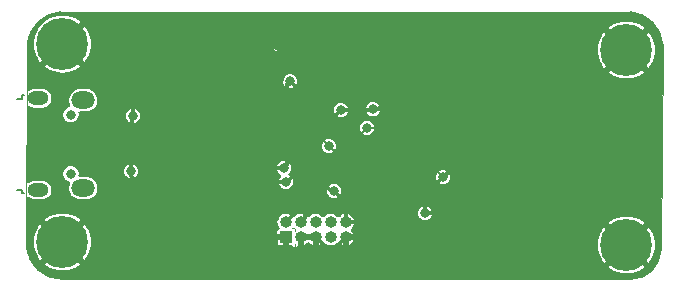
<source format=gbr>
%TF.GenerationSoftware,KiCad,Pcbnew,7.0.8*%
%TF.CreationDate,2024-02-18T19:10:27+05:30*%
%TF.ProjectId,stm_and_rf,73746d5f-616e-4645-9f72-662e6b696361,version:1*%
%TF.SameCoordinates,Original*%
%TF.FileFunction,Paste,Top*%
%TF.FilePolarity,Positive*%
%FSLAX46Y46*%
G04 Gerber Fmt 4.6, Leading zero omitted, Abs format (unit mm)*
G04 Created by KiCad (PCBNEW 7.0.8) date 2024-02-18 19:10:27*
%MOMM*%
%LPD*%
G01*
G04 APERTURE LIST*
G04 Aperture macros list*
%AMRoundRect*
0 Rectangle with rounded corners*
0 $1 Rounding radius*
0 $2 $3 $4 $5 $6 $7 $8 $9 X,Y pos of 4 corners*
0 Add a 4 corners polygon primitive as box body*
4,1,4,$2,$3,$4,$5,$6,$7,$8,$9,$2,$3,0*
0 Add four circle primitives for the rounded corners*
1,1,$1+$1,$2,$3*
1,1,$1+$1,$4,$5*
1,1,$1+$1,$6,$7*
1,1,$1+$1,$8,$9*
0 Add four rect primitives between the rounded corners*
20,1,$1+$1,$2,$3,$4,$5,0*
20,1,$1+$1,$4,$5,$6,$7,0*
20,1,$1+$1,$6,$7,$8,$9,0*
20,1,$1+$1,$8,$9,$2,$3,0*%
G04 Aperture macros list end*
%ADD10RoundRect,0.135000X-0.135000X-0.185000X0.135000X-0.185000X0.135000X0.185000X-0.135000X0.185000X0*%
%ADD11RoundRect,0.218750X-0.218750X-0.256250X0.218750X-0.256250X0.218750X0.256250X-0.218750X0.256250X0*%
%ADD12RoundRect,0.147500X-0.147500X-0.172500X0.147500X-0.172500X0.147500X0.172500X-0.147500X0.172500X0*%
%ADD13RoundRect,0.147500X-0.172500X0.147500X-0.172500X-0.147500X0.172500X-0.147500X0.172500X0.147500X0*%
%ADD14RoundRect,0.140000X-0.140000X-0.170000X0.140000X-0.170000X0.140000X0.170000X-0.140000X0.170000X0*%
%ADD15RoundRect,0.140000X-0.170000X0.140000X-0.170000X-0.140000X0.170000X-0.140000X0.170000X0.140000X0*%
%ADD16RoundRect,0.135000X0.185000X-0.135000X0.185000X0.135000X-0.185000X0.135000X-0.185000X-0.135000X0*%
%ADD17R,0.500000X0.375000*%
%ADD18R,0.650000X0.300000*%
%ADD19RoundRect,0.135000X0.135000X0.185000X-0.135000X0.185000X-0.135000X-0.185000X0.135000X-0.185000X0*%
%ADD20RoundRect,0.140000X0.170000X-0.140000X0.170000X0.140000X-0.170000X0.140000X-0.170000X-0.140000X0*%
%ADD21R,1.300000X0.450000*%
%ADD22RoundRect,0.140000X0.140000X0.170000X-0.140000X0.170000X-0.140000X-0.170000X0.140000X-0.170000X0*%
%ADD23RoundRect,0.232500X-0.232500X0.232500X-0.232500X-0.232500X0.232500X-0.232500X0.232500X0.232500X0*%
%ADD24RoundRect,0.062500X-0.062500X0.375000X-0.062500X-0.375000X0.062500X-0.375000X0.062500X0.375000X0*%
%ADD25RoundRect,0.062500X-0.375000X0.062500X-0.375000X-0.062500X0.375000X-0.062500X0.375000X0.062500X0*%
%ADD26RoundRect,0.225000X-0.250000X0.225000X-0.250000X-0.225000X0.250000X-0.225000X0.250000X0.225000X0*%
%ADD27RoundRect,0.250000X-0.375000X-0.625000X0.375000X-0.625000X0.375000X0.625000X-0.375000X0.625000X0*%
%ADD28RoundRect,0.150000X0.587500X0.150000X-0.587500X0.150000X-0.587500X-0.150000X0.587500X-0.150000X0*%
%ADD29RoundRect,0.250000X-0.255000X-0.255000X0.255000X-0.255000X0.255000X0.255000X-0.255000X0.255000X0*%
%ADD30RoundRect,0.062500X-0.350000X-0.062500X0.350000X-0.062500X0.350000X0.062500X-0.350000X0.062500X0*%
%ADD31RoundRect,0.062500X-0.062500X-0.350000X0.062500X-0.350000X0.062500X0.350000X-0.062500X0.350000X0*%
%ADD32R,3.600000X1.270000*%
%ADD33R,4.200000X1.350000*%
%ADD34R,1.400000X1.200000*%
%ADD35RoundRect,0.218750X-0.218750X-0.381250X0.218750X-0.381250X0.218750X0.381250X-0.218750X0.381250X0*%
%TA.AperFunction,SMDPad,CuDef*%
%ADD36RoundRect,0.135000X-0.135000X-0.185000X0.135000X-0.185000X0.135000X0.185000X-0.135000X0.185000X0*%
%TD*%
%TA.AperFunction,ComponentPad*%
%ADD37C,4.400000*%
%TD*%
%TA.AperFunction,SMDPad,CuDef*%
%ADD38RoundRect,0.218750X-0.218750X-0.256250X0.218750X-0.256250X0.218750X0.256250X-0.218750X0.256250X0*%
%TD*%
%TA.AperFunction,SMDPad,CuDef*%
%ADD39RoundRect,0.147500X-0.147500X-0.172500X0.147500X-0.172500X0.147500X0.172500X-0.147500X0.172500X0*%
%TD*%
%TA.AperFunction,SMDPad,CuDef*%
%ADD40RoundRect,0.147500X-0.172500X0.147500X-0.172500X-0.147500X0.172500X-0.147500X0.172500X0.147500X0*%
%TD*%
%TA.AperFunction,SMDPad,CuDef*%
%ADD41RoundRect,0.140000X-0.140000X-0.170000X0.140000X-0.170000X0.140000X0.170000X-0.140000X0.170000X0*%
%TD*%
%TA.AperFunction,SMDPad,CuDef*%
%ADD42RoundRect,0.140000X-0.170000X0.140000X-0.170000X-0.140000X0.170000X-0.140000X0.170000X0.140000X0*%
%TD*%
%TA.AperFunction,SMDPad,CuDef*%
%ADD43RoundRect,0.135000X0.185000X-0.135000X0.185000X0.135000X-0.185000X0.135000X-0.185000X-0.135000X0*%
%TD*%
%TA.AperFunction,SMDPad,CuDef*%
%ADD44R,0.500000X0.375000*%
%TD*%
%TA.AperFunction,SMDPad,CuDef*%
%ADD45R,0.650000X0.300000*%
%TD*%
%TA.AperFunction,SMDPad,CuDef*%
%ADD46RoundRect,0.135000X0.135000X0.185000X-0.135000X0.185000X-0.135000X-0.185000X0.135000X-0.185000X0*%
%TD*%
%TA.AperFunction,SMDPad,CuDef*%
%ADD47RoundRect,0.140000X0.170000X-0.140000X0.170000X0.140000X-0.170000X0.140000X-0.170000X-0.140000X0*%
%TD*%
%TA.AperFunction,SMDPad,CuDef*%
%ADD48R,1.300000X0.450000*%
%TD*%
%TA.AperFunction,ComponentPad*%
%ADD49O,1.800000X1.150000*%
%TD*%
%TA.AperFunction,ComponentPad*%
%ADD50O,2.000000X1.450000*%
%TD*%
%TA.AperFunction,SMDPad,CuDef*%
%ADD51RoundRect,0.140000X0.140000X0.170000X-0.140000X0.170000X-0.140000X-0.170000X0.140000X-0.170000X0*%
%TD*%
%TA.AperFunction,SMDPad,CuDef*%
%ADD52C,0.500000*%
%TD*%
%TA.AperFunction,SMDPad,CuDef*%
%ADD53RoundRect,0.062500X-0.062500X0.375000X-0.062500X-0.375000X0.062500X-0.375000X0.062500X0.375000X0*%
%TD*%
%TA.AperFunction,SMDPad,CuDef*%
%ADD54RoundRect,0.062500X-0.375000X0.062500X-0.375000X-0.062500X0.375000X-0.062500X0.375000X0.062500X0*%
%TD*%
%TA.AperFunction,SMDPad,CuDef*%
%ADD55R,3.450000X3.450000*%
%TD*%
%TA.AperFunction,SMDPad,CuDef*%
%ADD56RoundRect,0.225000X-0.250000X0.225000X-0.250000X-0.225000X0.250000X-0.225000X0.250000X0.225000X0*%
%TD*%
%TA.AperFunction,SMDPad,CuDef*%
%ADD57RoundRect,0.250000X-0.375000X-0.625000X0.375000X-0.625000X0.375000X0.625000X-0.375000X0.625000X0*%
%TD*%
%TA.AperFunction,SMDPad,CuDef*%
%ADD58RoundRect,0.150000X0.587500X0.150000X-0.587500X0.150000X-0.587500X-0.150000X0.587500X-0.150000X0*%
%TD*%
%TA.AperFunction,ComponentPad*%
%ADD59R,1.000000X1.000000*%
%TD*%
%TA.AperFunction,ComponentPad*%
%ADD60O,1.000000X1.000000*%
%TD*%
%TA.AperFunction,SMDPad,CuDef*%
%ADD61RoundRect,0.062500X-0.350000X-0.062500X0.350000X-0.062500X0.350000X0.062500X-0.350000X0.062500X0*%
%TD*%
%TA.AperFunction,SMDPad,CuDef*%
%ADD62RoundRect,0.062500X-0.062500X-0.350000X0.062500X-0.350000X0.062500X0.350000X-0.062500X0.350000X0*%
%TD*%
%TA.AperFunction,SMDPad,CuDef*%
%ADD63R,2.500000X2.500000*%
%TD*%
%TA.AperFunction,SMDPad,CuDef*%
%ADD64R,3.600000X1.270000*%
%TD*%
%TA.AperFunction,SMDPad,CuDef*%
%ADD65R,4.200000X1.350000*%
%TD*%
%TA.AperFunction,SMDPad,CuDef*%
%ADD66R,1.400000X1.200000*%
%TD*%
%TA.AperFunction,SMDPad,CuDef*%
%ADD67RoundRect,0.218750X-0.218750X-0.381250X0.218750X-0.381250X0.218750X0.381250X-0.218750X0.381250X0*%
%TD*%
%TA.AperFunction,ViaPad*%
%ADD68C,0.800000*%
%TD*%
%TA.AperFunction,Conductor*%
%ADD69C,0.300000*%
%TD*%
%TA.AperFunction,Conductor*%
%ADD70C,0.500000*%
%TD*%
%TA.AperFunction,Conductor*%
%ADD71C,0.200000*%
%TD*%
%TA.AperFunction,Conductor*%
%ADD72C,0.250000*%
%TD*%
%ADD73C,0.125000*%
%ADD74C,0.150000*%
%ADD75C,0.120000*%
%ADD76C,0.300000*%
%ADD77C,4.400000*%
%ADD78O,0.800000X0.800000*%
%ADD79O,1.800000X1.150000*%
%ADD80O,2.000000X1.450000*%
%ADD81C,1.000000*%
%ADD82R,3.450000X3.450000*%
%ADD83R,1.000000X1.000000*%
%ADD84O,1.000000X1.000000*%
%ADD85R,2.500000X2.500000*%
%TA.AperFunction,Profile*%
%ADD86C,0.100000*%
%TD*%
G04 APERTURE END LIST*
D10*
%TO.C,R2*%
X143889000Y-99187000D03*
X144909000Y-99187000D03*
%TD*%
D11*
%TO.C,D1*%
X125196500Y-91313000D03*
X126771500Y-91313000D03*
%TD*%
D12*
%TO.C,L3*%
X151280000Y-95631000D03*
X152250000Y-95631000D03*
%TD*%
D13*
%TO.C,L1*%
X150114000Y-95654000D03*
X150114000Y-96624000D03*
%TD*%
D14*
%TO.C,C14*%
X131473000Y-90170000D03*
X132433000Y-90170000D03*
%TD*%
D15*
%TO.C,C18*%
X137033000Y-103914000D03*
X137033000Y-104874000D03*
%TD*%
D16*
%TO.C,R3*%
X133477000Y-93726000D03*
X133477000Y-92706000D03*
%TD*%
D14*
%TO.C,C2*%
X140335000Y-100838000D03*
X141295000Y-100838000D03*
%TD*%
D17*
%TO.C,U3*%
X116801000Y-97438500D03*
D18*
X116876000Y-96901000D03*
D17*
X116801000Y-96363500D03*
X115101000Y-96363500D03*
D18*
X115026000Y-96901000D03*
D17*
X115101000Y-97438500D03*
%TD*%
D12*
%TO.C,L2*%
X151280000Y-96901000D03*
X152250000Y-96901000D03*
%TD*%
D19*
%TO.C,R4*%
X123827000Y-91313000D03*
X122807000Y-91313000D03*
%TD*%
D20*
%TO.C,C4*%
X144018000Y-94333000D03*
X144018000Y-93373000D03*
%TD*%
D14*
%TO.C,C10*%
X143157000Y-104648000D03*
X144117000Y-104648000D03*
%TD*%
D21*
%TO.C,J1*%
X112705500Y-95728000D03*
X112705500Y-96378000D03*
X112705500Y-97028000D03*
X112705500Y-97678000D03*
X112705500Y-98328000D03*
%TD*%
D22*
%TO.C,C1*%
X139192000Y-91948000D03*
X138232000Y-91948000D03*
%TD*%
D23*
%TO.C,U4*%
X130817000Y-94227000D03*
X129667000Y-94227000D03*
X128517000Y-94227000D03*
X130817000Y-95377000D03*
X129667000Y-95377000D03*
X128517000Y-95377000D03*
X130817000Y-96527000D03*
X129667000Y-96527000D03*
X128517000Y-96527000D03*
D24*
X131417000Y-92939500D03*
X130917000Y-92939500D03*
X130417000Y-92939500D03*
X129917000Y-92939500D03*
X129417000Y-92939500D03*
X128917000Y-92939500D03*
X128417000Y-92939500D03*
X127917000Y-92939500D03*
D25*
X127229500Y-93627000D03*
X127229500Y-94127000D03*
X127229500Y-94627000D03*
X127229500Y-95127000D03*
X127229500Y-95627000D03*
X127229500Y-96127000D03*
X127229500Y-96627000D03*
X127229500Y-97127000D03*
D24*
X127917000Y-97814500D03*
X128417000Y-97814500D03*
X128917000Y-97814500D03*
X129417000Y-97814500D03*
X129917000Y-97814500D03*
X130417000Y-97814500D03*
X130917000Y-97814500D03*
X131417000Y-97814500D03*
D25*
X132104500Y-97127000D03*
X132104500Y-96627000D03*
X132104500Y-96127000D03*
X132104500Y-95627000D03*
X132104500Y-95127000D03*
X132104500Y-94627000D03*
X132104500Y-94127000D03*
X132104500Y-93627000D03*
%TD*%
D11*
%TO.C,D2*%
X125196500Y-89662000D03*
X126771500Y-89662000D03*
%TD*%
D15*
%TO.C,C8*%
X147320000Y-101120000D03*
X147320000Y-102080000D03*
%TD*%
D26*
%TO.C,C7*%
X124460000Y-95237000D03*
X124460000Y-96787000D03*
%TD*%
D22*
%TO.C,C17*%
X129639000Y-90678000D03*
X128679000Y-90678000D03*
%TD*%
D14*
%TO.C,C3*%
X140264000Y-99695000D03*
X141224000Y-99695000D03*
%TD*%
D27*
%TO.C,F1*%
X113840804Y-91186000D03*
X116640804Y-91186000D03*
%TD*%
D28*
%TO.C,U2*%
X122476500Y-96962000D03*
X122476500Y-95062000D03*
X120601500Y-96012000D03*
%TD*%
D19*
%TO.C,R5*%
X123829000Y-89916000D03*
X122809000Y-89916000D03*
%TD*%
D10*
%TO.C,R1*%
X143129000Y-91948000D03*
X144149000Y-91948000D03*
%TD*%
D20*
%TO.C,C13*%
X155829000Y-95857000D03*
X155829000Y-94897000D03*
%TD*%
D14*
%TO.C,C15*%
X131473000Y-91440000D03*
X132433000Y-91440000D03*
%TD*%
D29*
%TO.C,U1*%
X140218000Y-94879000D03*
X140218000Y-96129000D03*
X141468000Y-94879000D03*
X141468000Y-96129000D03*
D30*
X138905500Y-94504000D03*
X138905500Y-95004000D03*
X138905500Y-95504000D03*
X138905500Y-96004000D03*
X138905500Y-96504000D03*
D31*
X139843000Y-97441500D03*
X140343000Y-97441500D03*
X140843000Y-97441500D03*
X141343000Y-97441500D03*
X141843000Y-97441500D03*
D30*
X142780500Y-96504000D03*
X142780500Y-96004000D03*
X142780500Y-95504000D03*
X142780500Y-95004000D03*
X142780500Y-94504000D03*
D31*
X141843000Y-93566500D03*
X141343000Y-93566500D03*
X140843000Y-93566500D03*
X140343000Y-93566500D03*
X139843000Y-93566500D03*
%TD*%
D26*
%TO.C,C6*%
X118618000Y-95237000D03*
X118618000Y-96787000D03*
%TD*%
D32*
%TO.C,J2*%
X159512000Y-97917000D03*
D33*
X159312000Y-100742000D03*
X159312000Y-95092000D03*
%TD*%
D22*
%TO.C,C16*%
X127889000Y-99187000D03*
X126929000Y-99187000D03*
%TD*%
D34*
%TO.C,Y1*%
X145626000Y-101258000D03*
X143426000Y-101258000D03*
X143426000Y-102958000D03*
X145626000Y-102958000D03*
%TD*%
D15*
%TO.C,C11*%
X152273000Y-98072000D03*
X152273000Y-99032000D03*
%TD*%
D14*
%TO.C,C5*%
X141097000Y-90805000D03*
X142057000Y-90805000D03*
%TD*%
D15*
%TO.C,C9*%
X151003000Y-98072000D03*
X151003000Y-99032000D03*
%TD*%
D22*
%TO.C,C12*%
X154432000Y-95631000D03*
X153472000Y-95631000D03*
%TD*%
D35*
%TO.C,FB1*%
X118390804Y-91440000D03*
X120515804Y-91440000D03*
%TD*%
D36*
%TO.P,R2,1*%
%TO.N,/NRF_XC2*%
X143889000Y-99187000D03*
%TO.P,R2,2*%
%TO.N,/NRF_XC1*%
X144909000Y-99187000D03*
%TD*%
D37*
%TO.P,H3,1,1*%
%TO.N,GND*%
X110890804Y-105307123D03*
%TD*%
D38*
%TO.P,D1,1,K*%
%TO.N,/INDI_Tx_L*%
X125196500Y-91313000D03*
%TO.P,D1,2,A*%
%TO.N,/INDI_Tx*%
X126771500Y-91313000D03*
%TD*%
D39*
%TO.P,L3,1,1*%
%TO.N,/NRF_ANT2*%
X151280000Y-95631000D03*
%TO.P,L3,2,2*%
%TO.N,/NRF_ANT2_L*%
X152250000Y-95631000D03*
%TD*%
D40*
%TO.P,L1,1,1*%
%TO.N,/NRF_ANT2*%
X150114000Y-95654000D03*
%TO.P,L1,2,2*%
%TO.N,/NRF_ANT1*%
X150114000Y-96624000D03*
%TD*%
D41*
%TO.P,C14,1*%
%TO.N,+3.3V*%
X131473000Y-90170000D03*
%TO.P,C14,2*%
%TO.N,GND*%
X132433000Y-90170000D03*
%TD*%
D42*
%TO.P,C18,1*%
%TO.N,/NRST*%
X137033000Y-103914000D03*
%TO.P,C18,2*%
%TO.N,GND*%
X137033000Y-104874000D03*
%TD*%
D43*
%TO.P,R3,1*%
%TO.N,Net-(U4-PH3)*%
X133477000Y-93726000D03*
%TO.P,R3,2*%
%TO.N,GND*%
X133477000Y-92706000D03*
%TD*%
D41*
%TO.P,C2,1*%
%TO.N,+3.3V*%
X140335000Y-100838000D03*
%TO.P,C2,2*%
%TO.N,GND*%
X141295000Y-100838000D03*
%TD*%
D44*
%TO.P,U3,1,I/O1*%
%TO.N,/USB_D+_con*%
X116801000Y-97438500D03*
D45*
%TO.P,U3,2,GND*%
%TO.N,GND*%
X116876000Y-96901000D03*
D44*
%TO.P,U3,3,I/O2*%
%TO.N,/USB_D-_con*%
X116801000Y-96363500D03*
%TO.P,U3,4,I/O2*%
X115101000Y-96363500D03*
D45*
%TO.P,U3,5,VBUS*%
%TO.N,+5V*%
X115026000Y-96901000D03*
D44*
%TO.P,U3,6,I/O1*%
%TO.N,/USB_D+_con*%
X115101000Y-97438500D03*
%TD*%
D39*
%TO.P,L2,1,1*%
%TO.N,/NRF_ANT1*%
X151280000Y-96901000D03*
%TO.P,L2,2,2*%
%TO.N,/VDD_PA*%
X152250000Y-96901000D03*
%TD*%
D46*
%TO.P,R4,1*%
%TO.N,/INDI_Tx_L*%
X123827000Y-91313000D03*
%TO.P,R4,2*%
%TO.N,GND*%
X122807000Y-91313000D03*
%TD*%
D47*
%TO.P,C4,1*%
%TO.N,+3.3V*%
X144018000Y-94333000D03*
%TO.P,C4,2*%
%TO.N,GND*%
X144018000Y-93373000D03*
%TD*%
D41*
%TO.P,C10,1*%
%TO.N,/NRF_XC2*%
X143157000Y-104648000D03*
%TO.P,C10,2*%
%TO.N,GND*%
X144117000Y-104648000D03*
%TD*%
D48*
%TO.P,J1,1,VBUS*%
%TO.N,+5V*%
X112705500Y-95728000D03*
%TO.P,J1,2,D-*%
%TO.N,/USB_D-_con*%
X112705500Y-96378000D03*
%TO.P,J1,3,D+*%
%TO.N,/USB_D+_con*%
X112705500Y-97028000D03*
%TO.P,J1,4,ID*%
%TO.N,unconnected-(J1-ID-Pad4)*%
X112705500Y-97678000D03*
%TO.P,J1,5,GND*%
%TO.N,GND*%
X112705500Y-98328000D03*
D49*
%TO.P,J1,6,Shield*%
%TO.N,unconnected-(J1-Shield-Pad6)*%
X108855500Y-93153000D03*
D50*
X112655500Y-93303000D03*
X112655500Y-100753000D03*
D49*
X108855500Y-100903000D03*
%TD*%
D51*
%TO.P,C1,1*%
%TO.N,/VDD_PD*%
X139192000Y-91948000D03*
%TO.P,C1,2*%
%TO.N,GND*%
X138232000Y-91948000D03*
%TD*%
D52*
%TO.P,FID3,*%
%TO.N,*%
X114890804Y-87307123D03*
%TD*%
D53*
%TO.P,U4,1,VDD*%
%TO.N,+3.3V*%
X131417000Y-92939500D03*
%TO.P,U4,2,PC14*%
%TO.N,unconnected-(U4-PC14-Pad2)*%
X130917000Y-92939500D03*
%TO.P,U4,3,PC15*%
%TO.N,unconnected-(U4-PC15-Pad3)*%
X130417000Y-92939500D03*
%TO.P,U4,4,NRST*%
%TO.N,/NRST*%
X129917000Y-92939500D03*
%TO.P,U4,5,VDDA*%
%TO.N,+3.3V*%
X129417000Y-92939500D03*
%TO.P,U4,6,PA0*%
%TO.N,unconnected-(U4-PA0-Pad6)*%
X128917000Y-92939500D03*
%TO.P,U4,7,PA1*%
%TO.N,unconnected-(U4-PA1-Pad7)*%
X128417000Y-92939500D03*
%TO.P,U4,8,PA2*%
%TO.N,/INDI_Rx*%
X127917000Y-92939500D03*
D54*
%TO.P,U4,9,PA3*%
%TO.N,/INDI_Tx*%
X127229500Y-93627000D03*
%TO.P,U4,10,PA4*%
%TO.N,unconnected-(U4-PA4-Pad10)*%
X127229500Y-94127000D03*
%TO.P,U4,11,PA5*%
%TO.N,unconnected-(U4-PA5-Pad11)*%
X127229500Y-94627000D03*
%TO.P,U4,12,PA6*%
%TO.N,unconnected-(U4-PA6-Pad12)*%
X127229500Y-95127000D03*
%TO.P,U4,13,PA7*%
%TO.N,unconnected-(U4-PA7-Pad13)*%
X127229500Y-95627000D03*
%TO.P,U4,14,PB0*%
%TO.N,unconnected-(U4-PB0-Pad14)*%
X127229500Y-96127000D03*
%TO.P,U4,15,PB1*%
%TO.N,unconnected-(U4-PB1-Pad15)*%
X127229500Y-96627000D03*
%TO.P,U4,16,VSS*%
%TO.N,GND*%
X127229500Y-97127000D03*
D53*
%TO.P,U4,17,VDD*%
%TO.N,+3.3V*%
X127917000Y-97814500D03*
%TO.P,U4,18,PA8*%
%TO.N,unconnected-(U4-PA8-Pad18)*%
X128417000Y-97814500D03*
%TO.P,U4,19,PA9*%
%TO.N,unconnected-(U4-PA9-Pad19)*%
X128917000Y-97814500D03*
%TO.P,U4,20,PA10*%
%TO.N,unconnected-(U4-PA10-Pad20)*%
X129417000Y-97814500D03*
%TO.P,U4,21,PA11*%
%TO.N,/USB_D-_con*%
X129917000Y-97814500D03*
%TO.P,U4,22,PA12*%
%TO.N,/USB_D+_con*%
X130417000Y-97814500D03*
%TO.P,U4,23,PA13*%
%TO.N,/SWDIO*%
X130917000Y-97814500D03*
%TO.P,U4,24,PA14*%
%TO.N,/SWCLK*%
X131417000Y-97814500D03*
D54*
%TO.P,U4,25,PA15*%
%TO.N,/NRF_IRQ*%
X132104500Y-97127000D03*
%TO.P,U4,26,PB3*%
%TO.N,/SPI_CLK*%
X132104500Y-96627000D03*
%TO.P,U4,27,PB4*%
%TO.N,/SPI_MISO*%
X132104500Y-96127000D03*
%TO.P,U4,28,PB5*%
%TO.N,/SPI_MOSI*%
X132104500Y-95627000D03*
%TO.P,U4,29,PB6*%
%TO.N,/SPI_ICS*%
X132104500Y-95127000D03*
%TO.P,U4,30,PB7*%
%TO.N,/NRF_CE*%
X132104500Y-94627000D03*
%TO.P,U4,31,PH3*%
%TO.N,Net-(U4-PH3)*%
X132104500Y-94127000D03*
%TO.P,U4,32,VSS*%
%TO.N,GND*%
X132104500Y-93627000D03*
D55*
%TO.P,U4,33,VSS*%
X129667000Y-95377000D03*
%TD*%
D37*
%TO.P,H4,1,1*%
%TO.N,GND*%
X110890804Y-88557123D03*
%TD*%
D38*
%TO.P,D2,1,K*%
%TO.N,/INDI_Rx_L*%
X125196500Y-89662000D03*
%TO.P,D2,2,A*%
%TO.N,/INDI_Rx*%
X126771500Y-89662000D03*
%TD*%
D42*
%TO.P,C8,1*%
%TO.N,/NRF_XC1*%
X147320000Y-101120000D03*
%TO.P,C8,2*%
%TO.N,GND*%
X147320000Y-102080000D03*
%TD*%
D56*
%TO.P,C7,1*%
%TO.N,+3.3V*%
X124460000Y-95237000D03*
%TO.P,C7,2*%
%TO.N,GND*%
X124460000Y-96787000D03*
%TD*%
D52*
%TO.P,FID2,*%
%TO.N,*%
X154140804Y-87307123D03*
%TD*%
D51*
%TO.P,C17,1*%
%TO.N,+3.3V*%
X129639000Y-90678000D03*
%TO.P,C17,2*%
%TO.N,GND*%
X128679000Y-90678000D03*
%TD*%
D41*
%TO.P,C3,1*%
%TO.N,+3.3V*%
X140264000Y-99695000D03*
%TO.P,C3,2*%
%TO.N,GND*%
X141224000Y-99695000D03*
%TD*%
D57*
%TO.P,F1,1*%
%TO.N,+5V*%
X113840804Y-91186000D03*
%TO.P,F1,2*%
%TO.N,/Vin_F*%
X116640804Y-91186000D03*
%TD*%
D58*
%TO.P,U2,1,GND*%
%TO.N,GND*%
X122476500Y-96962000D03*
%TO.P,U2,2,VO*%
%TO.N,+3.3V*%
X122476500Y-95062000D03*
%TO.P,U2,3,VI*%
%TO.N,Net-(U2-VI)*%
X120601500Y-96012000D03*
%TD*%
D46*
%TO.P,R5,1*%
%TO.N,/INDI_Rx_L*%
X123829000Y-89916000D03*
%TO.P,R5,2*%
%TO.N,GND*%
X122809000Y-89916000D03*
%TD*%
D36*
%TO.P,R1,1*%
%TO.N,/IREF*%
X143129000Y-91948000D03*
%TO.P,R1,2*%
%TO.N,GND*%
X144149000Y-91948000D03*
%TD*%
D37*
%TO.P,H1,1,1*%
%TO.N,GND*%
X158640804Y-105557123D03*
%TD*%
D47*
%TO.P,C13,1*%
%TO.N,/NRF_ANT2_SMA*%
X155829000Y-95857000D03*
%TO.P,C13,2*%
%TO.N,GND*%
X155829000Y-94897000D03*
%TD*%
D41*
%TO.P,C15,1*%
%TO.N,+3.3V*%
X131473000Y-91440000D03*
%TO.P,C15,2*%
%TO.N,GND*%
X132433000Y-91440000D03*
%TD*%
D59*
%TO.P,J3,1,VTref*%
%TO.N,+3.3V*%
X129794000Y-104902000D03*
D60*
%TO.P,J3,2,SWDIO/TMS*%
%TO.N,/SWDIO*%
X129794000Y-103632000D03*
%TO.P,J3,3,GND*%
%TO.N,GND*%
X131064000Y-104902000D03*
%TO.P,J3,4,SWDCLK/TCK*%
%TO.N,/SWCLK*%
X131064000Y-103632000D03*
%TO.P,J3,5,GND*%
%TO.N,GND*%
X132334000Y-104902000D03*
%TO.P,J3,6,SWO/TDO*%
%TO.N,unconnected-(J3-SWO{slash}TDO-Pad6)*%
X132334000Y-103632000D03*
%TO.P,J3,7,KEY*%
%TO.N,unconnected-(J3-KEY-Pad7)*%
X133604000Y-104902000D03*
%TO.P,J3,8,NC/TDI*%
%TO.N,unconnected-(J3-NC{slash}TDI-Pad8)*%
X133604000Y-103632000D03*
%TO.P,J3,9,GNDDetect*%
%TO.N,GND*%
X134874000Y-104902000D03*
%TO.P,J3,10,~{RESET}*%
%TO.N,/NRST*%
X134874000Y-103632000D03*
%TD*%
D61*
%TO.P,U1,1,CE*%
%TO.N,/NRF_CE*%
X138905500Y-94504000D03*
%TO.P,U1,2,CSN*%
%TO.N,/SPI_ICS*%
X138905500Y-95004000D03*
%TO.P,U1,3,SCK*%
%TO.N,/SPI_CLK*%
X138905500Y-95504000D03*
%TO.P,U1,4,MOSI*%
%TO.N,/SPI_MOSI*%
X138905500Y-96004000D03*
%TO.P,U1,5,MISO*%
%TO.N,/SPI_MISO*%
X138905500Y-96504000D03*
D62*
%TO.P,U1,6,IRQ*%
%TO.N,/NRF_IRQ*%
X139843000Y-97441500D03*
%TO.P,U1,7,VDD*%
%TO.N,+3.3V*%
X140343000Y-97441500D03*
%TO.P,U1,8,VSS*%
%TO.N,GND*%
X140843000Y-97441500D03*
%TO.P,U1,9,XC2*%
%TO.N,/NRF_XC2*%
X141343000Y-97441500D03*
%TO.P,U1,10,XC1*%
%TO.N,/NRF_XC1*%
X141843000Y-97441500D03*
D61*
%TO.P,U1,11,VDD_PA*%
%TO.N,/VDD_PA*%
X142780500Y-96504000D03*
%TO.P,U1,12,ANT1*%
%TO.N,/NRF_ANT1*%
X142780500Y-96004000D03*
%TO.P,U1,13,ANT2*%
%TO.N,/NRF_ANT2*%
X142780500Y-95504000D03*
%TO.P,U1,14,VSS*%
%TO.N,GND*%
X142780500Y-95004000D03*
%TO.P,U1,15,VDD*%
%TO.N,+3.3V*%
X142780500Y-94504000D03*
D62*
%TO.P,U1,16,IREF*%
%TO.N,/IREF*%
X141843000Y-93566500D03*
%TO.P,U1,17,VSS*%
%TO.N,GND*%
X141343000Y-93566500D03*
%TO.P,U1,18,VDD*%
%TO.N,+3.3V*%
X140843000Y-93566500D03*
%TO.P,U1,19,DVDD*%
%TO.N,/VDD_PD*%
X140343000Y-93566500D03*
%TO.P,U1,20,VSS*%
%TO.N,GND*%
X139843000Y-93566500D03*
D63*
%TO.P,U1,21*%
%TO.N,N/C*%
X140843000Y-95504000D03*
%TD*%
D56*
%TO.P,C6,1*%
%TO.N,Net-(U2-VI)*%
X118618000Y-95237000D03*
%TO.P,C6,2*%
%TO.N,GND*%
X118618000Y-96787000D03*
%TD*%
D64*
%TO.P,J2,1,In*%
%TO.N,/NRF_ANT2_SMA*%
X159512000Y-97917000D03*
D65*
%TO.P,J2,2,Ext*%
%TO.N,GND*%
X159312000Y-100742000D03*
X159312000Y-95092000D03*
%TD*%
D51*
%TO.P,C16,1*%
%TO.N,+3.3V*%
X127889000Y-99187000D03*
%TO.P,C16,2*%
%TO.N,GND*%
X126929000Y-99187000D03*
%TD*%
D66*
%TO.P,Y1,1,1*%
%TO.N,/NRF_XC1*%
X145626000Y-101258000D03*
%TO.P,Y1,2,2*%
%TO.N,GND*%
X143426000Y-101258000D03*
%TO.P,Y1,3,3*%
%TO.N,/NRF_XC2*%
X143426000Y-102958000D03*
%TO.P,Y1,4,4*%
%TO.N,GND*%
X145626000Y-102958000D03*
%TD*%
D52*
%TO.P,FID1,*%
%TO.N,*%
X153890804Y-106807123D03*
%TD*%
D42*
%TO.P,C11,1*%
%TO.N,/VDD_PA*%
X152273000Y-98072000D03*
%TO.P,C11,2*%
%TO.N,GND*%
X152273000Y-99032000D03*
%TD*%
D41*
%TO.P,C5,1*%
%TO.N,+3.3V*%
X141097000Y-90805000D03*
%TO.P,C5,2*%
%TO.N,GND*%
X142057000Y-90805000D03*
%TD*%
D37*
%TO.P,H2,1,1*%
%TO.N,GND*%
X158640804Y-89057123D03*
%TD*%
D42*
%TO.P,C9,1*%
%TO.N,/VDD_PA*%
X151003000Y-98072000D03*
%TO.P,C9,2*%
%TO.N,GND*%
X151003000Y-99032000D03*
%TD*%
D51*
%TO.P,C12,1*%
%TO.N,/NRF_ANT2_SMA*%
X154432000Y-95631000D03*
%TO.P,C12,2*%
%TO.N,/NRF_ANT2_L*%
X153472000Y-95631000D03*
%TD*%
D67*
%TO.P,FB1,1*%
%TO.N,/Vin_F*%
X118390804Y-91440000D03*
%TO.P,FB1,2*%
%TO.N,Net-(U2-VI)*%
X120515804Y-91440000D03*
%TD*%
D68*
%TO.N,GND*%
X138790913Y-93398224D03*
X144018000Y-101727000D03*
X121666000Y-91059000D03*
X145237200Y-104495600D03*
X155702000Y-93980000D03*
X118491000Y-98552000D03*
X152603200Y-100888800D03*
X133477000Y-90678000D03*
X146100800Y-104444800D03*
X147269200Y-103428800D03*
X113792000Y-98933000D03*
X130429000Y-94742000D03*
X121793000Y-89789000D03*
X128651000Y-89535000D03*
X133477000Y-91694000D03*
X151079200Y-100990400D03*
X144526000Y-90678000D03*
X145288000Y-94742000D03*
X143510000Y-90678000D03*
X141859000Y-92202000D03*
X123571000Y-98288523D03*
X127000000Y-101473000D03*
%TO.N,+3.3V*%
X124333000Y-94030800D03*
X123494800Y-93522800D03*
X142809227Y-93660227D03*
X125120400Y-93218000D03*
X122631200Y-93573600D03*
X139700000Y-90297000D03*
X139871448Y-98977448D03*
X132207000Y-88773000D03*
X129286000Y-88646000D03*
%TO.N,/NRF_XC2*%
X143129000Y-99822000D03*
X141605000Y-102870000D03*
%TO.N,/NRST*%
X133858000Y-100965000D03*
X130166500Y-91694000D03*
%TO.N,/USB_D-_con*%
X116840000Y-94615000D03*
X129645023Y-99038023D03*
%TO.N,/USB_D+_con*%
X129794000Y-100203000D03*
X116713000Y-99314000D03*
%TO.N,/NRF_CE*%
X137160000Y-94081600D03*
X134467600Y-94132400D03*
%TO.N,/SPI_CLK*%
X136652000Y-95631000D03*
X133443040Y-97188316D03*
%TD*%
D69*
%TO.N,GND*%
X118618000Y-96787000D02*
X118618000Y-98425000D01*
X143006000Y-100838000D02*
X143426000Y-101258000D01*
X138232000Y-91990965D02*
X139807535Y-93566500D01*
X126929000Y-97427500D02*
X127229500Y-97127000D01*
X155829000Y-94897000D02*
X156024000Y-95092000D01*
X141295000Y-99766000D02*
X141224000Y-99695000D01*
X138232000Y-91948000D02*
X138232000Y-91990965D01*
X137005000Y-104902000D02*
X137033000Y-104874000D01*
X124460000Y-96787000D02*
X124460000Y-97399523D01*
X144149000Y-91948000D02*
X144149000Y-93242000D01*
D70*
X113187000Y-98328000D02*
X113792000Y-98933000D01*
D69*
X139843000Y-93566500D02*
X138959189Y-93566500D01*
D71*
X140843000Y-97441500D02*
X140843000Y-99314000D01*
D69*
X155829000Y-94107000D02*
X155702000Y-93980000D01*
D72*
X151003000Y-100914200D02*
X151079200Y-100990400D01*
D69*
X141295000Y-100838000D02*
X143006000Y-100838000D01*
X134024000Y-105752000D02*
X134874000Y-104902000D01*
D71*
X145288000Y-94996000D02*
X145288000Y-94742000D01*
D69*
X141343000Y-93566500D02*
X141343000Y-92718000D01*
D71*
X142788500Y-94996000D02*
X145288000Y-94996000D01*
D72*
X151003000Y-99032000D02*
X151003000Y-100914200D01*
D69*
X155829000Y-94897000D02*
X155829000Y-94107000D01*
X156024000Y-95092000D02*
X159312000Y-95092000D01*
X141343000Y-92718000D02*
X141859000Y-92202000D01*
X144117000Y-104648000D02*
X144117000Y-104467000D01*
X143426000Y-101258000D02*
X143549000Y-101258000D01*
X124285000Y-96962000D02*
X124460000Y-96787000D01*
X131064000Y-104902000D02*
X132334000Y-104902000D01*
X124460000Y-97399523D02*
X123571000Y-98288523D01*
X141295000Y-100838000D02*
X141295000Y-99766000D01*
X116876000Y-96901000D02*
X118504000Y-96901000D01*
X126929000Y-101402000D02*
X127000000Y-101473000D01*
X132104500Y-93627000D02*
X132556000Y-93627000D01*
D70*
X112268000Y-98328000D02*
X113187000Y-98328000D01*
D69*
X129667000Y-95377000D02*
X129794000Y-95377000D01*
D71*
X140843000Y-99314000D02*
X141224000Y-99695000D01*
D69*
X129794000Y-95377000D02*
X130429000Y-94742000D01*
X144149000Y-93242000D02*
X144018000Y-93373000D01*
X132556000Y-93627000D02*
X133477000Y-92706000D01*
X118504000Y-96901000D02*
X118618000Y-96787000D01*
X118618000Y-98425000D02*
X118491000Y-98552000D01*
D71*
X142780500Y-95004000D02*
X142788500Y-94996000D01*
D69*
X122476500Y-96962000D02*
X124285000Y-96962000D01*
X138959189Y-93566500D02*
X138790913Y-93398224D01*
D72*
X152273000Y-99032000D02*
X152273000Y-100558600D01*
D69*
X128679000Y-89563000D02*
X128651000Y-89535000D01*
X134874000Y-104902000D02*
X137005000Y-104902000D01*
X126929000Y-99187000D02*
X126929000Y-97427500D01*
X143549000Y-101258000D02*
X144018000Y-101727000D01*
X132334000Y-104902000D02*
X133184000Y-105752000D01*
X126929000Y-99187000D02*
X126929000Y-101402000D01*
D72*
X152273000Y-100558600D02*
X152603200Y-100888800D01*
D69*
X128679000Y-90678000D02*
X128679000Y-89563000D01*
X133184000Y-105752000D02*
X134024000Y-105752000D01*
%TO.N,+3.3V*%
X127635000Y-104902000D02*
X129794000Y-104902000D01*
X143847000Y-94504000D02*
X144018000Y-94333000D01*
X129417000Y-90900000D02*
X129639000Y-90678000D01*
X126238000Y-97276827D02*
X124460000Y-95498827D01*
X142780500Y-93688954D02*
X142809227Y-93660227D01*
X131417000Y-92939500D02*
X131417000Y-91496000D01*
X131417000Y-91496000D02*
X131473000Y-91440000D01*
X127917000Y-97814500D02*
X127917000Y-99159000D01*
X124333000Y-95110000D02*
X124460000Y-95237000D01*
D71*
X131473000Y-89126000D02*
X131699000Y-88900000D01*
D69*
X129639000Y-88745000D02*
X129540000Y-88646000D01*
X122476500Y-95062000D02*
X124285000Y-95062000D01*
X124333000Y-94005400D02*
X124333000Y-95110000D01*
D71*
X131826000Y-88773000D02*
X132207000Y-88773000D01*
D69*
X124285000Y-95062000D02*
X124460000Y-95237000D01*
D71*
X131699000Y-88900000D02*
X131826000Y-88773000D01*
D69*
X127917000Y-99159000D02*
X127889000Y-99187000D01*
X127635000Y-104902000D02*
X126238000Y-103505000D01*
X130965000Y-90678000D02*
X131473000Y-90170000D01*
X129540000Y-88646000D02*
X129286000Y-88646000D01*
X129639000Y-90678000D02*
X130965000Y-90678000D01*
X129639000Y-90678000D02*
X129639000Y-88745000D01*
X126238000Y-103505000D02*
X126238000Y-97276827D01*
X129417000Y-92939500D02*
X129417000Y-90900000D01*
D71*
X140343000Y-97441500D02*
X140343000Y-99616000D01*
X140343000Y-98505896D02*
X139871448Y-98977448D01*
D69*
X131473000Y-91440000D02*
X131473000Y-90170000D01*
D71*
X139700000Y-90297000D02*
X140208000Y-90805000D01*
X140264000Y-99695000D02*
X140264000Y-100767000D01*
D69*
X142780500Y-94504000D02*
X142780500Y-93688954D01*
X124460000Y-95498827D02*
X124460000Y-95237000D01*
D71*
X140264000Y-100767000D02*
X140335000Y-100838000D01*
D69*
X127889000Y-99187000D02*
X127889000Y-104648000D01*
D71*
X140843000Y-91059000D02*
X141097000Y-90805000D01*
D69*
X127889000Y-104648000D02*
X127635000Y-104902000D01*
D71*
X140343000Y-99616000D02*
X140264000Y-99695000D01*
D69*
X142780500Y-94504000D02*
X143847000Y-94504000D01*
D71*
X140208000Y-90805000D02*
X141097000Y-90805000D01*
X140843000Y-93566500D02*
X140843000Y-91059000D01*
X140343000Y-97441500D02*
X140343000Y-98505896D01*
X131473000Y-90170000D02*
X131473000Y-89126000D01*
D70*
%TO.N,Net-(U2-VI)*%
X120515804Y-91440000D02*
X120515804Y-92228949D01*
X120515804Y-92228949D02*
X118618000Y-94126753D01*
D72*
X120299975Y-91655829D02*
X120515804Y-91440000D01*
D70*
X119393000Y-96012000D02*
X118618000Y-95237000D01*
X120601500Y-96012000D02*
X119393000Y-96012000D01*
X118618000Y-94126753D02*
X118618000Y-95237000D01*
D71*
%TO.N,/NRF_XC1*%
X144750000Y-98522000D02*
X144909000Y-98681000D01*
X144909000Y-98681000D02*
X144909000Y-99187000D01*
X142522000Y-98522000D02*
X144750000Y-98522000D01*
X141843000Y-97843000D02*
X142522000Y-98522000D01*
D69*
X145764000Y-101120000D02*
X145626000Y-101258000D01*
X144909000Y-100541000D02*
X145626000Y-101258000D01*
D71*
X141843000Y-97750000D02*
X141843000Y-97843000D01*
D69*
X144909000Y-99187000D02*
X144909000Y-100541000D01*
X147320000Y-101120000D02*
X145764000Y-101120000D01*
%TO.N,/VDD_PA*%
X144637257Y-98072000D02*
X151003000Y-98072000D01*
X143069257Y-96504000D02*
X144637257Y-98072000D01*
X142780500Y-96504000D02*
X143069257Y-96504000D01*
X152250000Y-98049000D02*
X152273000Y-98072000D01*
X151003000Y-98072000D02*
X152273000Y-98072000D01*
X152250000Y-96901000D02*
X152250000Y-98049000D01*
%TO.N,/NRF_XC2*%
X143764000Y-99187000D02*
X143129000Y-99822000D01*
X143157000Y-104648000D02*
X143157000Y-103227000D01*
X141605000Y-102870000D02*
X143338000Y-102870000D01*
X143157000Y-103227000D02*
X143426000Y-102958000D01*
D71*
X141343000Y-98036000D02*
X143129000Y-99822000D01*
D69*
X143338000Y-102870000D02*
X143426000Y-102958000D01*
D71*
X141343000Y-97441500D02*
X141343000Y-98036000D01*
D69*
X143889000Y-99187000D02*
X143764000Y-99187000D01*
%TO.N,/NRST*%
X134874000Y-101981000D02*
X134874000Y-103632000D01*
X134874000Y-103632000D02*
X136751000Y-103632000D01*
X129917000Y-91943500D02*
X130166500Y-91694000D01*
X136751000Y-103632000D02*
X137033000Y-103914000D01*
X133858000Y-100965000D02*
X134874000Y-101981000D01*
X129917000Y-92939500D02*
X129917000Y-91943500D01*
%TO.N,+5V*%
X115570000Y-96901000D02*
X115824000Y-96647000D01*
D70*
X115049975Y-91645171D02*
X114590804Y-91186000D01*
D69*
X115495976Y-95826000D02*
X115495976Y-94890779D01*
D70*
X113187000Y-95728000D02*
X113919000Y-94996000D01*
X114590804Y-91186000D02*
X113840804Y-91186000D01*
D69*
X114335222Y-93944778D02*
X113919000Y-94361000D01*
D70*
X113919000Y-94361000D02*
X115049975Y-93230025D01*
X112268000Y-95728000D02*
X113187000Y-95728000D01*
D69*
X115026000Y-96901000D02*
X115570000Y-96901000D01*
D70*
X113919000Y-94996000D02*
X113919000Y-94361000D01*
D69*
X115495976Y-94890779D02*
X114549975Y-93944778D01*
X115824000Y-96154024D02*
X115495976Y-95826000D01*
X115824000Y-96647000D02*
X115824000Y-96154024D01*
X114549975Y-93944778D02*
X114335222Y-93944778D01*
D70*
X115049975Y-93230025D02*
X115049975Y-91645171D01*
D69*
%TO.N,/USB_D-_con*%
X116801000Y-94654000D02*
X116840000Y-94615000D01*
X129917000Y-97814500D02*
X129917000Y-98766046D01*
X129917000Y-98766046D02*
X129645023Y-99038023D01*
X116801000Y-96363500D02*
X116801000Y-94654000D01*
X115086500Y-96378000D02*
X115101000Y-96363500D01*
X112268000Y-96378000D02*
X115086500Y-96378000D01*
%TO.N,/USB_D+_con*%
X130417000Y-99707000D02*
X130048000Y-100076000D01*
X113193000Y-97028000D02*
X112268000Y-97028000D01*
X113603500Y-97438500D02*
X113193000Y-97028000D01*
X130417000Y-97814500D02*
X130417000Y-99707000D01*
X129921000Y-100203000D02*
X129794000Y-100203000D01*
X116713000Y-97526500D02*
X116801000Y-97438500D01*
X116713000Y-99314000D02*
X116713000Y-97526500D01*
X115101000Y-97438500D02*
X113603500Y-97438500D01*
X130048000Y-100076000D02*
X129921000Y-100203000D01*
%TO.N,/SWDIO*%
X130917000Y-97814500D02*
X130917000Y-102509000D01*
X130917000Y-102509000D02*
X129794000Y-103632000D01*
%TO.N,/SWCLK*%
X131417000Y-103279000D02*
X131064000Y-103632000D01*
X131417000Y-97814500D02*
X131417000Y-103279000D01*
D71*
%TO.N,/NRF_ANT2*%
X151257000Y-95654000D02*
X151280000Y-95631000D01*
X142780500Y-95504000D02*
X149964000Y-95504000D01*
X149964000Y-95504000D02*
X150114000Y-95654000D01*
X150114000Y-95654000D02*
X151257000Y-95654000D01*
%TO.N,/NRF_ANT1*%
X146916000Y-96624000D02*
X150114000Y-96624000D01*
D69*
X150114000Y-96624000D02*
X151003000Y-96624000D01*
D71*
X142780500Y-96004000D02*
X146296000Y-96004000D01*
X146296000Y-96004000D02*
X146916000Y-96624000D01*
D69*
X151003000Y-96624000D02*
X151280000Y-96901000D01*
%TO.N,Net-(U4-PH3)*%
X132104500Y-94127000D02*
X133076000Y-94127000D01*
X133076000Y-94127000D02*
X133477000Y-93726000D01*
%TO.N,/NRF_CE*%
X133973000Y-94627000D02*
X134467600Y-94132400D01*
X137160000Y-94081600D02*
X138483100Y-94081600D01*
X138483100Y-94081600D02*
X138905500Y-94504000D01*
X132104500Y-94627000D02*
X133973000Y-94627000D01*
%TO.N,/SPI_ICS*%
X134533661Y-95127000D02*
X132104500Y-95127000D01*
X134779661Y-94881000D02*
X134533661Y-95127000D01*
X138905500Y-95004000D02*
X137085661Y-95004000D01*
X137085661Y-95004000D02*
X136962661Y-94881000D01*
X136962661Y-94881000D02*
X134779661Y-94881000D01*
D71*
%TO.N,/SPI_CLK*%
X136652000Y-95631000D02*
X137414000Y-95631000D01*
X132104500Y-96627000D02*
X132881724Y-96627000D01*
X137541000Y-95504000D02*
X138905500Y-95504000D01*
X132881724Y-96627000D02*
X133443040Y-97188316D01*
X137414000Y-95631000D02*
X137541000Y-95504000D01*
%TO.N,/SPI_MOSI*%
X135632000Y-95627000D02*
X132104500Y-95627000D01*
X136336000Y-96331000D02*
X135632000Y-95627000D01*
X138847025Y-96062475D02*
X137210475Y-96062475D01*
X136941950Y-96331000D02*
X136336000Y-96331000D01*
X138905500Y-96004000D02*
X138847025Y-96062475D01*
X137210475Y-96062475D02*
X136941950Y-96331000D01*
%TO.N,/SPI_MISO*%
X137330000Y-96731000D02*
X135974000Y-96731000D01*
X135370000Y-96127000D02*
X132104500Y-96127000D01*
X137557000Y-96504000D02*
X137330000Y-96731000D01*
X138905500Y-96504000D02*
X137557000Y-96504000D01*
X135974000Y-96731000D02*
X135370000Y-96127000D01*
%TO.N,/NRF_IRQ*%
X133731000Y-99568000D02*
X138291652Y-99568000D01*
X139843000Y-98016652D02*
X139843000Y-97441500D01*
X132104500Y-97127000D02*
X132104500Y-97941500D01*
X138291652Y-99568000D02*
X139843000Y-98016652D01*
X132104500Y-97941500D02*
X133731000Y-99568000D01*
D69*
%TO.N,/VDD_PD*%
X140343000Y-93566500D02*
X140343000Y-93070637D01*
X140343000Y-93070637D02*
X139220363Y-91948000D01*
X139220363Y-91948000D02*
X139192000Y-91948000D01*
D71*
%TO.N,/NRF_ANT2_L*%
X152250000Y-95631000D02*
X153472000Y-95631000D01*
D69*
%TO.N,/IREF*%
X143129000Y-91948000D02*
X143129000Y-92280500D01*
X143129000Y-92280500D02*
X141843000Y-93566500D01*
D71*
%TO.N,/NRF_ANT2_SMA*%
X157889000Y-97917000D02*
X159512000Y-97917000D01*
X155829000Y-95857000D02*
X157889000Y-97917000D01*
X155603000Y-95631000D02*
X155829000Y-95857000D01*
X154432000Y-95631000D02*
X155603000Y-95631000D01*
D69*
%TO.N,/INDI_Tx_L*%
X125196500Y-91313000D02*
X123827000Y-91313000D01*
%TO.N,/INDI_Tx*%
X127229500Y-93627000D02*
X127229500Y-91771000D01*
X127229500Y-91771000D02*
X126771500Y-91313000D01*
%TO.N,/INDI_Rx_L*%
X125196500Y-89662000D02*
X124083000Y-89662000D01*
X124083000Y-89662000D02*
X123829000Y-89916000D01*
%TO.N,/INDI_Rx*%
X127917000Y-90807500D02*
X126771500Y-89662000D01*
X127917000Y-92939500D02*
X127917000Y-90807500D01*
D70*
%TO.N,/Vin_F*%
X118136804Y-91186000D02*
X118390804Y-91440000D01*
X116640804Y-91186000D02*
X118136804Y-91186000D01*
%TD*%
%TA.AperFunction,Conductor*%
%TO.N,+3.3V*%
G36*
X125207068Y-92831000D02*
G01*
X125238837Y-92839513D01*
X125304282Y-92866622D01*
X125332766Y-92883067D01*
X125388960Y-92926186D01*
X125412212Y-92949438D01*
X125445917Y-92993363D01*
X125455332Y-93005633D01*
X125471778Y-93034117D01*
X125496708Y-93094304D01*
X125498885Y-93099558D01*
X125507398Y-93131332D01*
X125516642Y-93201553D01*
X125516642Y-93234443D01*
X125507398Y-93304665D01*
X125498884Y-93336439D01*
X125471776Y-93401882D01*
X125455331Y-93430366D01*
X125412216Y-93486556D01*
X125388956Y-93509816D01*
X125332765Y-93552932D01*
X125304281Y-93569378D01*
X125238840Y-93596485D01*
X125207066Y-93604998D01*
X125136845Y-93614242D01*
X125103962Y-93614243D01*
X125091733Y-93612634D01*
X125085642Y-93612016D01*
X125067885Y-93610747D01*
X124997691Y-93617873D01*
X124997688Y-93617873D01*
X124997686Y-93617874D01*
X124964056Y-93627315D01*
X124930422Y-93636758D01*
X124921870Y-93639733D01*
X124906677Y-93645020D01*
X124832271Y-93698197D01*
X124801051Y-93733373D01*
X124785892Y-93750453D01*
X124783438Y-93753585D01*
X124770389Y-93770235D01*
X124770385Y-93770241D01*
X124736539Y-93855202D01*
X124725775Y-93924231D01*
X124725774Y-93924241D01*
X124725078Y-93982724D01*
X124725078Y-93982726D01*
X124729242Y-94014355D01*
X124729242Y-94047244D01*
X124719998Y-94117466D01*
X124711484Y-94149240D01*
X124684377Y-94214680D01*
X124667932Y-94243164D01*
X124645756Y-94272066D01*
X124631719Y-94290359D01*
X124629562Y-94293293D01*
X124627531Y-94296054D01*
X124609527Y-94330529D01*
X124598564Y-94351521D01*
X124576027Y-94417656D01*
X124574666Y-94422626D01*
X124569391Y-94441894D01*
X124569390Y-94441901D01*
X124571068Y-94533343D01*
X124587864Y-94601164D01*
X124595387Y-94625146D01*
X124638369Y-94689403D01*
X124646235Y-94701163D01*
X124674514Y-94727872D01*
X124710305Y-94789186D01*
X124714000Y-94819475D01*
X124714000Y-95365000D01*
X124693998Y-95433121D01*
X124640342Y-95479614D01*
X124588000Y-95491000D01*
X124085424Y-95491000D01*
X124017303Y-95470998D01*
X123975054Y-95425782D01*
X123962900Y-95403712D01*
X123933549Y-95350415D01*
X123887794Y-95297611D01*
X123870203Y-95279657D01*
X123870199Y-95279654D01*
X123790393Y-95235013D01*
X123790386Y-95235010D01*
X123790250Y-95234970D01*
X123772968Y-95229895D01*
X123721600Y-95196883D01*
X123692031Y-95207912D01*
X123669954Y-95207124D01*
X123669940Y-95207321D01*
X123665451Y-95207000D01*
X123665449Y-95207000D01*
X123405039Y-95207000D01*
X123405036Y-95207000D01*
X123400328Y-95207252D01*
X123394047Y-95207589D01*
X123362216Y-95211012D01*
X123362215Y-95211012D01*
X123303045Y-95229539D01*
X123285700Y-95234970D01*
X123224379Y-95268453D01*
X123194433Y-95290869D01*
X123127915Y-95315679D01*
X123118927Y-95316000D01*
X122348500Y-95316000D01*
X122280379Y-95295998D01*
X122233886Y-95242342D01*
X122222500Y-95190000D01*
X122222500Y-94934000D01*
X122242502Y-94865879D01*
X122296158Y-94819386D01*
X122348500Y-94808000D01*
X123115723Y-94808000D01*
X123183844Y-94828002D01*
X123194780Y-94835887D01*
X123214565Y-94851830D01*
X123285606Y-94888990D01*
X123352645Y-94908675D01*
X123410540Y-94916999D01*
X123410541Y-94917000D01*
X123643809Y-94917000D01*
X123711930Y-94937002D01*
X123732904Y-94953905D01*
X123772137Y-94993138D01*
X123772386Y-94993594D01*
X123808468Y-94983000D01*
X124206000Y-94983000D01*
X124206000Y-94279000D01*
X124161155Y-94279000D01*
X124107785Y-94284452D01*
X124037984Y-94271476D01*
X123986279Y-94222823D01*
X123978575Y-94207330D01*
X123936290Y-94105242D01*
X123932688Y-94097478D01*
X123921272Y-94075334D01*
X123875027Y-94015802D01*
X123822771Y-93969422D01*
X123802984Y-93953916D01*
X123802982Y-93953915D01*
X123718021Y-93920069D01*
X123648992Y-93909305D01*
X123648982Y-93909304D01*
X123590504Y-93908608D01*
X123511243Y-93919042D01*
X123478355Y-93919042D01*
X123408132Y-93909798D01*
X123376358Y-93901285D01*
X123308973Y-93873373D01*
X123284726Y-93860041D01*
X123286268Y-93861124D01*
X123277051Y-93855202D01*
X123265325Y-93847666D01*
X123195512Y-93819236D01*
X123129729Y-93805745D01*
X123127072Y-93805200D01*
X123112790Y-93803171D01*
X123102188Y-93801666D01*
X123102183Y-93801666D01*
X123011681Y-93814835D01*
X122946515Y-93840028D01*
X122895518Y-93868668D01*
X122895508Y-93868675D01*
X122843563Y-93908533D01*
X122815080Y-93924978D01*
X122749639Y-93952085D01*
X122717865Y-93960598D01*
X122647644Y-93969842D01*
X122614754Y-93969842D01*
X122544532Y-93960598D01*
X122512757Y-93952084D01*
X122447315Y-93924976D01*
X122418832Y-93908531D01*
X122397683Y-93892303D01*
X122362638Y-93865412D01*
X122339386Y-93842160D01*
X122296265Y-93785964D01*
X122279821Y-93757484D01*
X122252711Y-93692034D01*
X122244201Y-93660271D01*
X122234955Y-93590036D01*
X122234955Y-93557160D01*
X122244200Y-93486928D01*
X122252713Y-93455158D01*
X122279821Y-93389716D01*
X122296261Y-93361239D01*
X122339390Y-93305033D01*
X122362638Y-93281786D01*
X122418836Y-93238663D01*
X122447314Y-93222221D01*
X122512763Y-93195110D01*
X122544521Y-93186601D01*
X122614762Y-93177355D01*
X122647639Y-93177355D01*
X122717868Y-93186600D01*
X122749635Y-93195111D01*
X122817032Y-93223028D01*
X122841381Y-93236433D01*
X122839769Y-93235297D01*
X122841537Y-93236433D01*
X122860662Y-93248725D01*
X122860664Y-93248725D01*
X122860666Y-93248727D01*
X122930482Y-93277161D01*
X122990235Y-93289416D01*
X122998926Y-93291199D01*
X123007105Y-93292360D01*
X123023813Y-93294733D01*
X123114316Y-93281564D01*
X123179485Y-93256370D01*
X123179494Y-93256364D01*
X123179498Y-93256363D01*
X123230481Y-93227731D01*
X123230482Y-93227730D01*
X123230480Y-93227730D01*
X123230486Y-93227728D01*
X123282435Y-93187863D01*
X123310916Y-93171419D01*
X123376361Y-93144311D01*
X123408121Y-93135801D01*
X123478362Y-93126555D01*
X123511239Y-93126555D01*
X123581468Y-93135800D01*
X123613237Y-93144313D01*
X123678682Y-93171422D01*
X123707166Y-93187867D01*
X123763356Y-93230983D01*
X123786613Y-93254239D01*
X123829734Y-93310434D01*
X123846181Y-93338922D01*
X123878777Y-93417619D01*
X123891509Y-93448356D01*
X123895111Y-93456120D01*
X123906527Y-93478264D01*
X123925154Y-93502243D01*
X123944165Y-93526718D01*
X123952770Y-93537795D01*
X124005025Y-93584175D01*
X124024812Y-93599681D01*
X124109774Y-93633528D01*
X124178810Y-93644294D01*
X124237290Y-93644990D01*
X124237290Y-93644989D01*
X124237297Y-93644990D01*
X124316557Y-93634555D01*
X124349444Y-93634555D01*
X124357936Y-93635673D01*
X124361663Y-93636164D01*
X124367744Y-93636781D01*
X124368970Y-93636868D01*
X124385502Y-93638051D01*
X124455707Y-93630926D01*
X124522976Y-93612041D01*
X124522982Y-93612039D01*
X124522981Y-93612040D01*
X124546717Y-93603779D01*
X124621125Y-93550604D01*
X124667505Y-93498349D01*
X124667733Y-93498059D01*
X124669729Y-93495510D01*
X124683011Y-93478562D01*
X124716858Y-93393600D01*
X124725772Y-93336439D01*
X124727624Y-93324566D01*
X124727624Y-93324560D01*
X124727636Y-93323594D01*
X124728320Y-93266077D01*
X124724155Y-93234437D01*
X124724155Y-93201559D01*
X124733400Y-93131328D01*
X124741913Y-93099558D01*
X124744090Y-93094304D01*
X124768049Y-93036462D01*
X124769021Y-93034116D01*
X124785461Y-93005639D01*
X124828590Y-92949433D01*
X124851838Y-92926186D01*
X124908036Y-92883063D01*
X124936514Y-92866621D01*
X125001963Y-92839510D01*
X125033721Y-92831001D01*
X125103962Y-92821755D01*
X125136839Y-92821755D01*
X125207068Y-92831000D01*
G37*
%TD.AperFunction*%
%TD*%
%TA.AperFunction,Conductor*%
%TO.N,GND*%
G36*
X159013169Y-85809012D02*
G01*
X159113626Y-85824180D01*
X159325390Y-85857132D01*
X159331476Y-85858396D01*
X159473254Y-85895394D01*
X159646869Y-85943153D01*
X159652278Y-85944914D01*
X159797024Y-85999508D01*
X159956959Y-86063879D01*
X159961653Y-86066000D01*
X160102894Y-86137052D01*
X160251959Y-86217874D01*
X160255935Y-86220226D01*
X160390447Y-86306728D01*
X160528339Y-86403314D01*
X160531605Y-86405767D01*
X160562746Y-86430790D01*
X160655907Y-86505650D01*
X160658183Y-86507571D01*
X160782780Y-86618006D01*
X160785337Y-86620406D01*
X160876759Y-86711265D01*
X160898623Y-86732995D01*
X160901062Y-86735561D01*
X161012262Y-86859472D01*
X161014197Y-86861735D01*
X161051036Y-86907005D01*
X161114853Y-86985428D01*
X161117326Y-86988679D01*
X161214756Y-87125967D01*
X161302089Y-87259948D01*
X161304471Y-87263918D01*
X161386200Y-87412461D01*
X161458122Y-87553264D01*
X161460281Y-87557966D01*
X161525645Y-87717518D01*
X161581113Y-87861880D01*
X161582916Y-87867307D01*
X161631754Y-88040654D01*
X161669600Y-88182110D01*
X161670911Y-88188234D01*
X161706176Y-88406163D01*
X161720769Y-88498932D01*
X161722269Y-88519398D01*
X161671192Y-93803759D01*
X161650861Y-93870606D01*
X161597617Y-93915848D01*
X161528365Y-93925123D01*
X161519703Y-93923437D01*
X161459844Y-93917000D01*
X159562000Y-93917000D01*
X159562000Y-96267000D01*
X161459828Y-96267000D01*
X161459839Y-96266999D01*
X161508979Y-96261715D01*
X161577739Y-96274119D01*
X161628877Y-96321728D01*
X161646231Y-96386202D01*
X161640016Y-97029248D01*
X161619685Y-97096094D01*
X161566441Y-97141337D01*
X161497190Y-97150612D01*
X161447131Y-97131152D01*
X161390230Y-97093132D01*
X161390229Y-97093131D01*
X161331752Y-97081500D01*
X161331748Y-97081500D01*
X157692252Y-97081500D01*
X157692247Y-97081500D01*
X157633770Y-97093131D01*
X157633767Y-97093133D01*
X157632253Y-97094145D01*
X157628454Y-97095333D01*
X157622487Y-97097806D01*
X157622265Y-97097271D01*
X157565574Y-97115017D01*
X157498195Y-97096527D01*
X157475689Y-97078718D01*
X156753633Y-96356662D01*
X156720148Y-96295339D01*
X156722915Y-96256639D01*
X156701173Y-96261369D01*
X156635708Y-96236953D01*
X156622337Y-96225366D01*
X156375818Y-95978847D01*
X156342333Y-95917524D01*
X156339499Y-95891166D01*
X156339499Y-95677105D01*
X156339499Y-95677100D01*
X156338230Y-95667463D01*
X156348994Y-95598433D01*
X156389350Y-95552962D01*
X156388215Y-95551499D01*
X156394383Y-95546714D01*
X156500319Y-95440779D01*
X156561642Y-95407294D01*
X156631334Y-95412278D01*
X156687267Y-95454150D01*
X156711684Y-95519614D01*
X156712000Y-95528460D01*
X156712000Y-95814844D01*
X156718401Y-95874372D01*
X156718403Y-95874379D01*
X156768645Y-96009086D01*
X156768646Y-96009088D01*
X156809285Y-96063374D01*
X156833702Y-96128838D01*
X156829914Y-96146249D01*
X156832468Y-96145297D01*
X156900741Y-96160149D01*
X156915625Y-96169715D01*
X156969906Y-96210350D01*
X156969913Y-96210354D01*
X157104620Y-96260596D01*
X157104627Y-96260598D01*
X157164155Y-96266999D01*
X157164172Y-96267000D01*
X159062000Y-96267000D01*
X159062000Y-95342000D01*
X156742005Y-95342000D01*
X156674966Y-95322315D01*
X156629211Y-95269511D01*
X156619267Y-95200353D01*
X156622928Y-95183406D01*
X156633505Y-95147000D01*
X155024495Y-95147000D01*
X154988092Y-95195483D01*
X154932099Y-95237274D01*
X154862400Y-95242158D01*
X154801251Y-95208711D01*
X154770316Y-95177776D01*
X154738779Y-95163070D01*
X154661487Y-95127028D01*
X154661485Y-95127027D01*
X154661486Y-95127027D01*
X154611902Y-95120500D01*
X154252105Y-95120500D01*
X154236386Y-95122569D01*
X154202513Y-95127028D01*
X154202511Y-95127029D01*
X154202509Y-95127029D01*
X154093683Y-95177776D01*
X154039681Y-95231779D01*
X153978358Y-95265264D01*
X153908666Y-95260280D01*
X153864319Y-95231779D01*
X153810316Y-95177776D01*
X153778779Y-95163070D01*
X153701487Y-95127028D01*
X153701485Y-95127027D01*
X153701486Y-95127027D01*
X153651902Y-95120500D01*
X153292105Y-95120500D01*
X153276386Y-95122569D01*
X153242513Y-95127028D01*
X153242511Y-95127029D01*
X153242509Y-95127029D01*
X153133683Y-95177776D01*
X153048775Y-95262684D01*
X153042553Y-95271571D01*
X153040594Y-95270199D01*
X153004360Y-95311348D01*
X152938156Y-95330500D01*
X152799689Y-95330500D01*
X152732650Y-95310815D01*
X152688288Y-95260960D01*
X152687956Y-95260280D01*
X152684636Y-95253489D01*
X152684634Y-95253487D01*
X152684634Y-95253486D01*
X152602513Y-95171365D01*
X152498171Y-95120355D01*
X152488506Y-95118947D01*
X152430528Y-95110500D01*
X152069472Y-95110500D01*
X152018740Y-95117891D01*
X152001828Y-95120355D01*
X151897486Y-95171365D01*
X151852681Y-95216171D01*
X151791358Y-95249656D01*
X151721666Y-95244672D01*
X151677319Y-95216171D01*
X151632513Y-95171365D01*
X151528171Y-95120355D01*
X151518506Y-95118947D01*
X151460528Y-95110500D01*
X151099472Y-95110500D01*
X151048740Y-95117891D01*
X151031828Y-95120355D01*
X150927486Y-95171365D01*
X150845365Y-95253486D01*
X150830468Y-95283960D01*
X150783340Y-95335542D01*
X150719067Y-95353500D01*
X150674599Y-95353500D01*
X150607560Y-95333815D01*
X150581069Y-95308586D01*
X150580902Y-95308754D01*
X150574054Y-95301906D01*
X150573677Y-95301547D01*
X150573632Y-95301484D01*
X150491513Y-95219365D01*
X150387171Y-95168355D01*
X150377506Y-95166947D01*
X150319528Y-95158500D01*
X149908472Y-95158500D01*
X149850493Y-95166947D01*
X149840829Y-95168355D01*
X149840827Y-95168356D01*
X149794710Y-95190901D01*
X149740251Y-95203500D01*
X143811145Y-95203500D01*
X143744106Y-95183815D01*
X143717917Y-95161259D01*
X143689627Y-95129000D01*
X142779500Y-95129000D01*
X142712461Y-95109315D01*
X142666706Y-95056511D01*
X142655500Y-95005000D01*
X142655500Y-95003000D01*
X142675185Y-94935961D01*
X142727989Y-94890206D01*
X142779500Y-94879000D01*
X143702038Y-94879000D01*
X143733070Y-94859317D01*
X143767296Y-94854500D01*
X143797789Y-94854500D01*
X143823234Y-94857138D01*
X143832315Y-94859043D01*
X143848005Y-94857087D01*
X143864939Y-94854977D01*
X143872615Y-94854500D01*
X143876035Y-94854500D01*
X143876040Y-94854500D01*
X143879608Y-94853904D01*
X143897539Y-94850913D01*
X143924958Y-94847494D01*
X143948393Y-94844573D01*
X143948402Y-94844568D01*
X143955451Y-94842470D01*
X143962375Y-94840092D01*
X143962381Y-94840092D01*
X143983902Y-94828444D01*
X144042921Y-94813499D01*
X144227895Y-94813499D01*
X144227900Y-94813499D01*
X144277487Y-94806972D01*
X144386316Y-94756224D01*
X144471224Y-94671316D01*
X144482563Y-94647000D01*
X155024496Y-94647000D01*
X155579000Y-94647000D01*
X156079000Y-94647000D01*
X156588000Y-94647000D01*
X156655039Y-94666685D01*
X156700794Y-94719489D01*
X156712000Y-94771000D01*
X156712000Y-94842000D01*
X159062000Y-94842000D01*
X159062000Y-93917000D01*
X157164155Y-93917000D01*
X157104627Y-93923401D01*
X157104620Y-93923403D01*
X156969913Y-93973645D01*
X156969906Y-93973649D01*
X156854812Y-94059809D01*
X156854809Y-94059812D01*
X156768649Y-94174906D01*
X156768645Y-94174913D01*
X156715691Y-94316892D01*
X156713214Y-94315968D01*
X156684947Y-94365612D01*
X156623037Y-94397999D01*
X156553445Y-94391773D01*
X156511161Y-94364063D01*
X156394383Y-94247285D01*
X156394374Y-94247278D01*
X156255195Y-94164968D01*
X156255190Y-94164966D01*
X156099918Y-94119855D01*
X156099912Y-94119854D01*
X156079000Y-94118209D01*
X156079000Y-94647000D01*
X155579000Y-94647000D01*
X155579000Y-94118210D01*
X155578999Y-94118209D01*
X155558087Y-94119854D01*
X155558081Y-94119855D01*
X155402809Y-94164966D01*
X155402804Y-94164968D01*
X155263625Y-94247278D01*
X155263616Y-94247285D01*
X155149285Y-94361616D01*
X155149278Y-94361625D01*
X155066968Y-94500804D01*
X155024496Y-94647000D01*
X144482563Y-94647000D01*
X144521972Y-94562487D01*
X144528500Y-94512901D01*
X144528499Y-94153100D01*
X144527230Y-94143463D01*
X144537994Y-94074433D01*
X144578350Y-94028962D01*
X144577215Y-94027499D01*
X144583383Y-94022714D01*
X144697714Y-93908383D01*
X144697721Y-93908374D01*
X144780031Y-93769195D01*
X144822504Y-93623000D01*
X143892000Y-93623000D01*
X143824961Y-93603315D01*
X143779206Y-93550511D01*
X143768000Y-93499000D01*
X143768000Y-93123000D01*
X144268000Y-93123000D01*
X144822504Y-93123000D01*
X144780031Y-92976804D01*
X144697721Y-92837625D01*
X144697714Y-92837616D01*
X144675243Y-92815145D01*
X144641758Y-92753822D01*
X144646742Y-92684130D01*
X144675243Y-92639783D01*
X144789731Y-92525294D01*
X144789738Y-92525285D01*
X144871406Y-92387191D01*
X144871407Y-92387188D01*
X144916166Y-92233128D01*
X144916167Y-92233122D01*
X144918931Y-92198000D01*
X144399000Y-92198000D01*
X144399000Y-92684000D01*
X144379315Y-92751039D01*
X144326511Y-92796794D01*
X144275000Y-92808000D01*
X144268000Y-92808000D01*
X144268000Y-93123000D01*
X143768000Y-93123000D01*
X143768000Y-92677000D01*
X143787685Y-92609961D01*
X143840489Y-92564206D01*
X143892000Y-92553000D01*
X143899000Y-92553000D01*
X143899000Y-91698000D01*
X144399000Y-91698000D01*
X144918931Y-91698000D01*
X144916167Y-91662877D01*
X144916166Y-91662871D01*
X144871407Y-91508811D01*
X144871406Y-91508808D01*
X144789738Y-91370714D01*
X144789731Y-91370705D01*
X144676294Y-91257268D01*
X144676285Y-91257261D01*
X144538191Y-91175593D01*
X144538188Y-91175591D01*
X144399001Y-91135153D01*
X144399000Y-91135154D01*
X144399000Y-91698000D01*
X143899000Y-91698000D01*
X143899000Y-91135154D01*
X143898998Y-91135153D01*
X143759811Y-91175591D01*
X143759808Y-91175593D01*
X143621714Y-91257261D01*
X143621705Y-91257268D01*
X143508266Y-91370708D01*
X143508265Y-91370708D01*
X143502426Y-91380582D01*
X143451355Y-91428264D01*
X143382612Y-91440765D01*
X143361003Y-91436505D01*
X143352173Y-91433931D01*
X143303317Y-91427500D01*
X143303316Y-91427500D01*
X142954684Y-91427500D01*
X142954681Y-91427500D01*
X142901768Y-91434465D01*
X142832733Y-91423698D01*
X142780478Y-91377317D01*
X142761594Y-91310048D01*
X142778855Y-91248402D01*
X142789031Y-91231195D01*
X142789033Y-91231190D01*
X142834144Y-91075918D01*
X142834145Y-91075912D01*
X142835790Y-91055000D01*
X142307000Y-91055000D01*
X142307000Y-91609503D01*
X142453194Y-91567031D01*
X142478878Y-91551842D01*
X142546602Y-91534658D01*
X142612865Y-91556817D01*
X142656629Y-91611282D01*
X142664941Y-91674756D01*
X142663130Y-91688513D01*
X142658500Y-91723684D01*
X142658500Y-92172316D01*
X142660175Y-92185038D01*
X142649407Y-92254073D01*
X142624916Y-92288901D01*
X142033360Y-92880456D01*
X141972037Y-92913941D01*
X141902345Y-92908957D01*
X141847303Y-92868262D01*
X141806679Y-92815320D01*
X141689175Y-92725156D01*
X141552341Y-92668478D01*
X141468000Y-92657373D01*
X141468000Y-93567500D01*
X141448315Y-93634539D01*
X141395511Y-93680294D01*
X141344000Y-93691500D01*
X141342000Y-93691500D01*
X141274961Y-93671815D01*
X141229206Y-93619011D01*
X141218000Y-93567500D01*
X141218000Y-92657373D01*
X141185741Y-92629083D01*
X141148317Y-92570081D01*
X141143500Y-92535855D01*
X141143500Y-91439499D01*
X141163185Y-91372460D01*
X141215989Y-91326705D01*
X141267500Y-91315499D01*
X141276893Y-91315499D01*
X141276900Y-91315499D01*
X141286534Y-91314230D01*
X141355565Y-91324994D01*
X141401038Y-91365351D01*
X141402502Y-91364217D01*
X141407283Y-91370381D01*
X141521616Y-91484714D01*
X141521625Y-91484721D01*
X141660804Y-91567031D01*
X141807000Y-91609504D01*
X141807000Y-90555000D01*
X142307000Y-90555000D01*
X142835790Y-90555000D01*
X142834145Y-90534089D01*
X142789031Y-90378804D01*
X142706721Y-90239625D01*
X142706714Y-90239616D01*
X142592383Y-90125285D01*
X142592374Y-90125278D01*
X142453193Y-90042967D01*
X142453190Y-90042965D01*
X142307001Y-90000493D01*
X142307000Y-90000494D01*
X142307000Y-90555000D01*
X141807000Y-90555000D01*
X141807000Y-90000494D01*
X141806998Y-90000493D01*
X141660809Y-90042965D01*
X141660806Y-90042967D01*
X141521625Y-90125278D01*
X141521620Y-90125282D01*
X141407282Y-90239621D01*
X141402499Y-90245788D01*
X141400544Y-90244272D01*
X141358362Y-90283644D01*
X141289618Y-90296135D01*
X141286537Y-90295768D01*
X141276904Y-90294500D01*
X140917105Y-90294500D01*
X140901386Y-90296569D01*
X140867513Y-90301028D01*
X140867511Y-90301029D01*
X140867509Y-90301029D01*
X140758683Y-90351776D01*
X140673775Y-90436684D01*
X140667553Y-90445571D01*
X140665594Y-90444199D01*
X140629360Y-90485348D01*
X140563156Y-90504500D01*
X140419759Y-90504500D01*
X140352720Y-90484815D01*
X140306965Y-90432011D01*
X140296820Y-90364315D01*
X140305682Y-90297001D01*
X140305682Y-90296998D01*
X140287410Y-90158207D01*
X140285044Y-90140238D01*
X140224536Y-89994159D01*
X140128282Y-89868718D01*
X140002841Y-89772464D01*
X139868398Y-89716776D01*
X139856762Y-89711956D01*
X139856760Y-89711955D01*
X139700001Y-89691318D01*
X139699999Y-89691318D01*
X139543239Y-89711955D01*
X139543237Y-89711956D01*
X139397160Y-89772463D01*
X139271718Y-89868718D01*
X139175463Y-89994160D01*
X139114956Y-90140237D01*
X139114955Y-90140239D01*
X139094318Y-90296998D01*
X139094318Y-90297001D01*
X139114955Y-90453760D01*
X139114956Y-90453762D01*
X139170202Y-90587139D01*
X139175464Y-90599841D01*
X139271718Y-90725282D01*
X139397159Y-90821536D01*
X139543238Y-90882044D01*
X139600936Y-90889640D01*
X139699999Y-90902682D01*
X139700000Y-90902682D01*
X139799061Y-90889640D01*
X139868096Y-90900405D01*
X139902927Y-90924898D01*
X139951078Y-90973049D01*
X139956721Y-90979533D01*
X139964041Y-90989226D01*
X139964042Y-90989228D01*
X139988659Y-91011669D01*
X139999375Y-91021439D01*
X140001423Y-91023394D01*
X140015203Y-91037174D01*
X140017413Y-91038688D01*
X140024143Y-91044018D01*
X140026664Y-91046316D01*
X140047064Y-91064914D01*
X140047065Y-91064914D01*
X140047067Y-91064916D01*
X140053530Y-91067419D01*
X140078807Y-91080743D01*
X140084519Y-91084656D01*
X140114702Y-91091754D01*
X140122903Y-91094294D01*
X140151827Y-91105500D01*
X140158751Y-91105500D01*
X140187141Y-91108793D01*
X140193881Y-91110379D01*
X140224591Y-91106095D01*
X140233166Y-91105500D01*
X140418500Y-91105500D01*
X140485539Y-91125185D01*
X140531294Y-91177989D01*
X140542500Y-91229500D01*
X140542500Y-92475093D01*
X140522815Y-92542132D01*
X140470011Y-92587887D01*
X140400853Y-92597831D01*
X140337297Y-92568806D01*
X140330819Y-92562774D01*
X139708818Y-91940773D01*
X139675333Y-91879450D01*
X139672499Y-91853092D01*
X139672499Y-91738105D01*
X139672499Y-91738100D01*
X139665972Y-91688513D01*
X139615224Y-91579684D01*
X139530316Y-91494776D01*
X139421487Y-91444028D01*
X139421485Y-91444027D01*
X139421486Y-91444027D01*
X139371902Y-91437500D01*
X139012102Y-91437500D01*
X139003746Y-91438600D01*
X139002459Y-91438769D01*
X138933425Y-91428001D01*
X138887964Y-91387648D01*
X138886499Y-91388785D01*
X138881714Y-91382616D01*
X138767383Y-91268285D01*
X138767374Y-91268278D01*
X138628193Y-91185967D01*
X138628190Y-91185965D01*
X138482001Y-91143493D01*
X138482000Y-91143494D01*
X138482000Y-92752503D01*
X138628195Y-92710031D01*
X138767374Y-92627721D01*
X138767383Y-92627714D01*
X138881714Y-92513383D01*
X138886499Y-92507215D01*
X138888459Y-92508735D01*
X138930583Y-92469382D01*
X138999321Y-92456858D01*
X139002443Y-92457228D01*
X139012099Y-92458500D01*
X139183817Y-92458499D01*
X139250857Y-92478183D01*
X139271499Y-92494818D01*
X139399679Y-92622998D01*
X139433164Y-92684321D01*
X139428180Y-92754013D01*
X139387488Y-92809052D01*
X139379322Y-92815318D01*
X139289156Y-92932824D01*
X139232478Y-93069657D01*
X139232478Y-93069658D01*
X139218000Y-93179622D01*
X139218000Y-93441500D01*
X139844000Y-93441500D01*
X139911039Y-93461185D01*
X139956794Y-93513989D01*
X139968000Y-93565500D01*
X139968000Y-93567500D01*
X139948315Y-93634539D01*
X139895511Y-93680294D01*
X139844000Y-93691500D01*
X139218000Y-93691500D01*
X139218000Y-93953363D01*
X139218001Y-93953380D01*
X139226029Y-94014361D01*
X139215263Y-94083397D01*
X139168883Y-94135652D01*
X139101614Y-94154537D01*
X139034813Y-94134056D01*
X139015409Y-94118227D01*
X138765737Y-93868555D01*
X138749611Y-93848698D01*
X138744537Y-93840931D01*
X138718587Y-93820733D01*
X138712841Y-93815659D01*
X138710407Y-93813225D01*
X138710406Y-93813224D01*
X138710405Y-93813223D01*
X138703244Y-93808111D01*
X138692661Y-93800555D01*
X138652226Y-93769083D01*
X138652222Y-93769081D01*
X138645748Y-93765577D01*
X138639169Y-93762360D01*
X138590054Y-93747738D01*
X138541586Y-93731098D01*
X138534369Y-93729894D01*
X138527053Y-93728982D01*
X138477825Y-93731019D01*
X138475869Y-93731100D01*
X137709116Y-93731100D01*
X137642077Y-93711415D01*
X137610742Y-93682589D01*
X137588282Y-93653318D01*
X137462841Y-93557064D01*
X137439406Y-93547357D01*
X137316762Y-93496556D01*
X137316760Y-93496555D01*
X137160001Y-93475918D01*
X137159999Y-93475918D01*
X137003239Y-93496555D01*
X137003237Y-93496556D01*
X136857160Y-93557063D01*
X136731718Y-93653318D01*
X136635463Y-93778760D01*
X136574956Y-93924837D01*
X136574955Y-93924839D01*
X136554318Y-94081598D01*
X136554318Y-94081601D01*
X136574955Y-94238360D01*
X136574956Y-94238362D01*
X136624946Y-94359048D01*
X136632415Y-94428516D01*
X136601140Y-94490996D01*
X136541051Y-94526648D01*
X136510385Y-94530500D01*
X135138258Y-94530500D01*
X135071219Y-94510815D01*
X135025464Y-94458011D01*
X135015520Y-94388853D01*
X135023697Y-94359048D01*
X135041158Y-94316892D01*
X135052644Y-94289162D01*
X135072854Y-94135652D01*
X135073282Y-94132401D01*
X135073282Y-94132398D01*
X135052644Y-93975639D01*
X135052644Y-93975638D01*
X134992136Y-93829559D01*
X134895882Y-93704118D01*
X134770441Y-93607864D01*
X134740688Y-93595540D01*
X134624362Y-93547356D01*
X134624360Y-93547355D01*
X134467601Y-93526718D01*
X134467599Y-93526718D01*
X134310839Y-93547355D01*
X134310834Y-93547357D01*
X134162461Y-93608815D01*
X134092992Y-93616284D01*
X134030513Y-93585009D01*
X133994861Y-93524920D01*
X133992071Y-93510447D01*
X133991068Y-93502827D01*
X133991066Y-93502822D01*
X133988496Y-93494002D01*
X133988634Y-93424132D01*
X134026525Y-93365429D01*
X134044426Y-93352568D01*
X134054288Y-93346735D01*
X134054294Y-93346731D01*
X134167731Y-93233294D01*
X134167738Y-93233285D01*
X134249404Y-93095194D01*
X134289844Y-92956000D01*
X132664154Y-92956000D01*
X132662935Y-92957624D01*
X132606942Y-92999415D01*
X132547590Y-93006110D01*
X132516379Y-93002001D01*
X132516363Y-93002000D01*
X132229500Y-93002000D01*
X132229500Y-93628000D01*
X132209815Y-93695039D01*
X132157011Y-93740794D01*
X132105500Y-93752000D01*
X132103500Y-93752000D01*
X132036461Y-93732315D01*
X131990706Y-93679511D01*
X131979500Y-93628000D01*
X131979500Y-93002000D01*
X131891500Y-93002000D01*
X131824461Y-92982315D01*
X131778706Y-92929511D01*
X131767500Y-92878000D01*
X131767500Y-92456000D01*
X132664155Y-92456000D01*
X133227000Y-92456000D01*
X133227000Y-91936068D01*
X133727000Y-91936068D01*
X133727000Y-92456000D01*
X134289844Y-92456000D01*
X134249404Y-92316805D01*
X134179144Y-92198000D01*
X137453210Y-92198000D01*
X137454854Y-92218910D01*
X137499968Y-92374195D01*
X137582278Y-92513374D01*
X137582285Y-92513383D01*
X137696616Y-92627714D01*
X137696625Y-92627721D01*
X137835804Y-92710031D01*
X137982000Y-92752504D01*
X137982000Y-92198000D01*
X137453210Y-92198000D01*
X134179144Y-92198000D01*
X134167738Y-92178714D01*
X134167731Y-92178705D01*
X134054294Y-92065268D01*
X134054285Y-92065261D01*
X133916191Y-91983593D01*
X133916188Y-91983592D01*
X133762130Y-91938834D01*
X133727000Y-91936068D01*
X133227000Y-91936068D01*
X133227000Y-91936067D01*
X133218441Y-91928156D01*
X133182574Y-91868195D01*
X133183536Y-91802505D01*
X133210144Y-91710918D01*
X133210145Y-91710912D01*
X133211161Y-91697999D01*
X137453209Y-91697999D01*
X137453210Y-91698000D01*
X137982000Y-91698000D01*
X137982000Y-91143494D01*
X137981998Y-91143493D01*
X137835809Y-91185965D01*
X137835806Y-91185967D01*
X137696625Y-91268278D01*
X137696616Y-91268285D01*
X137582285Y-91382616D01*
X137582278Y-91382625D01*
X137499968Y-91521804D01*
X137499966Y-91521809D01*
X137454855Y-91677081D01*
X137454854Y-91677087D01*
X137453209Y-91697999D01*
X133211161Y-91697999D01*
X133211790Y-91690000D01*
X132683000Y-91690000D01*
X132683000Y-92264270D01*
X132691227Y-92275293D01*
X132696114Y-92344992D01*
X132694062Y-92353059D01*
X132664155Y-92455999D01*
X132664155Y-92456000D01*
X131767500Y-92456000D01*
X131767500Y-92260160D01*
X131787185Y-92193121D01*
X131839989Y-92147366D01*
X131909147Y-92137422D01*
X131954621Y-92153428D01*
X132036804Y-92202031D01*
X132183000Y-92244504D01*
X132183000Y-90420000D01*
X132683000Y-90420000D01*
X132683000Y-91190000D01*
X133211790Y-91190000D01*
X133210145Y-91169089D01*
X133165031Y-91013804D01*
X133078874Y-90868121D01*
X133061691Y-90800397D01*
X133078874Y-90741879D01*
X133165031Y-90596195D01*
X133165033Y-90596190D01*
X133210144Y-90440918D01*
X133210145Y-90440912D01*
X133211790Y-90420000D01*
X132683000Y-90420000D01*
X132183000Y-90420000D01*
X132183000Y-90044000D01*
X132202685Y-89976961D01*
X132255489Y-89931206D01*
X132307000Y-89920000D01*
X133211790Y-89920000D01*
X133210145Y-89899089D01*
X133165031Y-89743804D01*
X133082721Y-89604625D01*
X133082714Y-89604616D01*
X132968383Y-89490285D01*
X132968374Y-89490278D01*
X132829195Y-89407968D01*
X132829189Y-89407966D01*
X132715177Y-89374842D01*
X132656291Y-89337236D01*
X132627085Y-89273763D01*
X132636831Y-89204577D01*
X132651392Y-89180285D01*
X132731536Y-89075841D01*
X132739289Y-89057123D01*
X155935869Y-89057123D01*
X155955590Y-89383161D01*
X156014471Y-89704464D01*
X156111639Y-90016287D01*
X156111643Y-90016298D01*
X156245701Y-90314164D01*
X156245702Y-90314166D01*
X156414691Y-90593709D01*
X156562281Y-90782091D01*
X157705015Y-89639358D01*
X157805698Y-89780747D01*
X157957736Y-89925715D01*
X158060026Y-89991453D01*
X156915834Y-91135644D01*
X156915834Y-91135645D01*
X157104218Y-91283235D01*
X157104227Y-91283241D01*
X157383760Y-91452224D01*
X157383762Y-91452225D01*
X157681628Y-91586283D01*
X157681639Y-91586287D01*
X157993462Y-91683455D01*
X158314765Y-91742336D01*
X158640804Y-91762057D01*
X158966842Y-91742336D01*
X159288145Y-91683455D01*
X159599968Y-91586287D01*
X159599979Y-91586283D01*
X159897845Y-91452225D01*
X159897847Y-91452224D01*
X160177380Y-91283241D01*
X160177388Y-91283235D01*
X160365772Y-91135645D01*
X160365772Y-91135644D01*
X159224110Y-89993982D01*
X159238214Y-89986712D01*
X159403344Y-89856852D01*
X159540914Y-89698088D01*
X159575469Y-89638235D01*
X160719325Y-90782091D01*
X160719326Y-90782091D01*
X160866916Y-90593707D01*
X160866922Y-90593699D01*
X161035905Y-90314166D01*
X161035906Y-90314164D01*
X161169964Y-90016298D01*
X161169968Y-90016287D01*
X161267136Y-89704464D01*
X161326017Y-89383161D01*
X161345738Y-89057123D01*
X161326017Y-88731084D01*
X161267136Y-88409781D01*
X161169968Y-88097958D01*
X161169964Y-88097947D01*
X161035906Y-87800081D01*
X161035905Y-87800079D01*
X160866922Y-87520546D01*
X160866916Y-87520537D01*
X160719325Y-87332153D01*
X159576592Y-88474886D01*
X159475910Y-88333499D01*
X159323872Y-88188531D01*
X159221581Y-88122792D01*
X160365772Y-86978600D01*
X160365772Y-86978599D01*
X160177390Y-86831010D01*
X159897847Y-86662021D01*
X159897845Y-86662020D01*
X159599979Y-86527962D01*
X159599968Y-86527958D01*
X159288145Y-86430790D01*
X158966842Y-86371909D01*
X158640804Y-86352188D01*
X158314765Y-86371909D01*
X157993462Y-86430790D01*
X157681639Y-86527958D01*
X157681628Y-86527962D01*
X157383762Y-86662020D01*
X157383760Y-86662021D01*
X157104227Y-86831004D01*
X156915834Y-86978599D01*
X156915834Y-86978600D01*
X158057497Y-88120263D01*
X158043394Y-88127534D01*
X157878264Y-88257394D01*
X157740694Y-88416158D01*
X157706138Y-88476010D01*
X156562281Y-87332153D01*
X156562280Y-87332153D01*
X156414685Y-87520546D01*
X156245702Y-87800079D01*
X156245701Y-87800081D01*
X156111643Y-88097947D01*
X156111639Y-88097958D01*
X156014471Y-88409781D01*
X155955590Y-88731084D01*
X155935869Y-89057123D01*
X132739289Y-89057123D01*
X132792044Y-88929762D01*
X132812682Y-88773000D01*
X132803541Y-88703570D01*
X132793806Y-88629619D01*
X132792044Y-88616238D01*
X132731536Y-88470159D01*
X132635282Y-88344718D01*
X132509841Y-88248464D01*
X132401457Y-88203570D01*
X132363762Y-88187956D01*
X132363760Y-88187955D01*
X132207001Y-88167318D01*
X132206999Y-88167318D01*
X132050239Y-88187955D01*
X132050237Y-88187956D01*
X131904160Y-88248463D01*
X131778716Y-88344719D01*
X131723900Y-88416158D01*
X131689544Y-88460933D01*
X131682462Y-88470162D01*
X131676766Y-88483914D01*
X131649886Y-88524142D01*
X131648339Y-88525689D01*
X131625942Y-88543431D01*
X131620048Y-88547080D01*
X131601363Y-88571822D01*
X131595722Y-88578304D01*
X131526236Y-88647793D01*
X131304947Y-88869080D01*
X131298464Y-88874722D01*
X131288768Y-88882044D01*
X131256559Y-88917374D01*
X131254585Y-88919442D01*
X131240827Y-88933200D01*
X131240822Y-88933206D01*
X131239306Y-88935420D01*
X131233976Y-88942148D01*
X131213083Y-88965066D01*
X131213083Y-88965067D01*
X131210578Y-88971533D01*
X131197259Y-88996802D01*
X131193345Y-89002515D01*
X131193343Y-89002521D01*
X131186244Y-89032699D01*
X131183702Y-89040907D01*
X131172500Y-89069826D01*
X131172500Y-89076751D01*
X131169206Y-89105141D01*
X131167621Y-89111877D01*
X131167621Y-89111881D01*
X131171905Y-89142590D01*
X131172500Y-89151166D01*
X131172500Y-89627598D01*
X131152815Y-89694637D01*
X131136181Y-89715279D01*
X131049776Y-89801683D01*
X130999027Y-89910514D01*
X130992500Y-89960098D01*
X130992500Y-90103455D01*
X130972815Y-90170494D01*
X130956185Y-90191131D01*
X130856135Y-90291182D01*
X130794815Y-90324666D01*
X130768456Y-90327500D01*
X130131402Y-90327500D01*
X130064363Y-90307815D01*
X130043721Y-90291181D01*
X130025819Y-90273279D01*
X129992334Y-90211956D01*
X129989500Y-90185598D01*
X129989500Y-88794206D01*
X129992139Y-88768760D01*
X129994042Y-88759685D01*
X129990477Y-88731084D01*
X129989977Y-88727068D01*
X129989500Y-88719391D01*
X129989500Y-88715963D01*
X129989498Y-88715950D01*
X129985910Y-88694449D01*
X129979573Y-88643607D01*
X129979572Y-88643604D01*
X129977518Y-88636704D01*
X129977475Y-88636579D01*
X129977437Y-88636453D01*
X129975092Y-88629618D01*
X129950704Y-88584555D01*
X129928199Y-88538518D01*
X129923919Y-88532524D01*
X129919416Y-88526740D01*
X129886451Y-88496392D01*
X129855874Y-88452616D01*
X129854085Y-88448298D01*
X129810536Y-88343159D01*
X129714282Y-88217718D01*
X129588841Y-88121464D01*
X129532406Y-88098088D01*
X129442762Y-88060956D01*
X129442760Y-88060955D01*
X129286001Y-88040318D01*
X129285999Y-88040318D01*
X129129239Y-88060955D01*
X129129237Y-88060956D01*
X128983160Y-88121463D01*
X128857718Y-88217718D01*
X128761463Y-88343160D01*
X128700956Y-88489237D01*
X128700955Y-88489239D01*
X128680318Y-88645998D01*
X128680318Y-88646001D01*
X128700955Y-88802760D01*
X128700956Y-88802762D01*
X128757373Y-88938966D01*
X128761464Y-88948841D01*
X128857718Y-89074282D01*
X128983159Y-89170536D01*
X129129238Y-89231044D01*
X129180685Y-89237817D01*
X129244580Y-89266081D01*
X129283052Y-89324405D01*
X129288500Y-89360755D01*
X129288500Y-89824721D01*
X129268815Y-89891760D01*
X129216011Y-89937515D01*
X129146853Y-89947459D01*
X129101380Y-89931454D01*
X129075191Y-89915966D01*
X129075190Y-89915965D01*
X128929001Y-89873493D01*
X128929000Y-89873494D01*
X128929000Y-91482504D01*
X128937273Y-91488716D01*
X128977774Y-91488832D01*
X129036444Y-91526774D01*
X129065288Y-91590412D01*
X129066500Y-91607709D01*
X129066500Y-92177500D01*
X129046815Y-92244539D01*
X128994011Y-92290294D01*
X128942501Y-92301500D01*
X128828601Y-92301500D01*
X128751880Y-92316760D01*
X128735889Y-92327446D01*
X128669212Y-92348323D01*
X128601832Y-92329837D01*
X128598111Y-92327446D01*
X128582117Y-92316759D01*
X128505403Y-92301500D01*
X128391500Y-92301500D01*
X128324461Y-92281815D01*
X128278706Y-92229011D01*
X128267500Y-92177500D01*
X128267500Y-91600737D01*
X128287185Y-91533698D01*
X128339989Y-91487943D01*
X128409147Y-91477999D01*
X128426094Y-91481660D01*
X128429000Y-91482504D01*
X128429000Y-89873494D01*
X128428998Y-89873493D01*
X128282809Y-89915965D01*
X128282806Y-89915967D01*
X128143625Y-89998278D01*
X128143616Y-89998285D01*
X128029285Y-90112616D01*
X128029281Y-90112622D01*
X127994904Y-90170750D01*
X127943834Y-90218433D01*
X127875092Y-90230936D01*
X127810503Y-90204290D01*
X127800491Y-90195309D01*
X127445819Y-89840637D01*
X127412334Y-89779314D01*
X127409500Y-89752956D01*
X127409500Y-89372748D01*
X127393952Y-89274582D01*
X127393535Y-89273763D01*
X127333658Y-89156249D01*
X127333654Y-89156245D01*
X127333653Y-89156243D01*
X127239756Y-89062346D01*
X127239753Y-89062344D01*
X127239751Y-89062342D01*
X127121420Y-89002049D01*
X127121419Y-89002048D01*
X127121416Y-89002047D01*
X127121417Y-89002047D01*
X127023251Y-88986500D01*
X127023246Y-88986500D01*
X126519754Y-88986500D01*
X126519749Y-88986500D01*
X126421582Y-89002047D01*
X126361426Y-89032699D01*
X126303249Y-89062342D01*
X126303248Y-89062343D01*
X126303243Y-89062346D01*
X126209346Y-89156243D01*
X126209344Y-89156247D01*
X126209342Y-89156249D01*
X126197098Y-89180279D01*
X126149047Y-89274582D01*
X126133500Y-89372748D01*
X126133500Y-89951251D01*
X126149047Y-90049417D01*
X126149049Y-90049420D01*
X126209342Y-90167751D01*
X126209344Y-90167753D01*
X126209346Y-90167756D01*
X126303243Y-90261653D01*
X126303245Y-90261654D01*
X126303249Y-90261658D01*
X126421580Y-90321951D01*
X126421581Y-90321951D01*
X126421583Y-90321952D01*
X126421582Y-90321952D01*
X126519749Y-90337500D01*
X126519754Y-90337500D01*
X126899956Y-90337500D01*
X126966995Y-90357185D01*
X126987637Y-90373819D01*
X127039637Y-90425819D01*
X127073122Y-90487142D01*
X127068138Y-90556834D01*
X127026266Y-90612767D01*
X126960802Y-90637184D01*
X126951956Y-90637500D01*
X126519749Y-90637500D01*
X126421582Y-90653047D01*
X126348200Y-90690438D01*
X126303249Y-90713342D01*
X126303248Y-90713343D01*
X126303243Y-90713346D01*
X126209346Y-90807243D01*
X126209344Y-90807247D01*
X126209342Y-90807249D01*
X126201732Y-90822185D01*
X126149047Y-90925582D01*
X126133500Y-91023748D01*
X126133500Y-91602251D01*
X126149047Y-91700417D01*
X126160905Y-91723688D01*
X126209342Y-91818751D01*
X126209344Y-91818753D01*
X126209346Y-91818756D01*
X126303243Y-91912653D01*
X126303245Y-91912654D01*
X126303249Y-91912658D01*
X126421580Y-91972951D01*
X126421581Y-91972951D01*
X126421583Y-91972952D01*
X126421582Y-91972952D01*
X126519749Y-91988500D01*
X126519754Y-91988500D01*
X126755000Y-91988500D01*
X126822039Y-92008185D01*
X126867794Y-92060989D01*
X126879000Y-92112500D01*
X126879000Y-93189711D01*
X126859315Y-93256750D01*
X126806511Y-93302505D01*
X126779192Y-93311328D01*
X126766249Y-93313902D01*
X126751881Y-93316760D01*
X126751879Y-93316761D01*
X126664888Y-93374888D01*
X126606760Y-93461883D01*
X126606758Y-93461887D01*
X126591500Y-93538595D01*
X126591500Y-93715398D01*
X126606760Y-93792119D01*
X126617446Y-93808111D01*
X126638323Y-93874788D01*
X126619837Y-93942168D01*
X126617446Y-93945889D01*
X126606759Y-93961882D01*
X126591500Y-94038596D01*
X126591500Y-94215398D01*
X126606760Y-94292119D01*
X126617446Y-94308111D01*
X126638323Y-94374788D01*
X126619837Y-94442168D01*
X126617446Y-94445889D01*
X126606759Y-94461882D01*
X126591500Y-94538596D01*
X126591500Y-94715398D01*
X126606760Y-94792119D01*
X126617446Y-94808111D01*
X126638323Y-94874788D01*
X126619837Y-94942168D01*
X126617446Y-94945889D01*
X126606759Y-94961882D01*
X126591500Y-95038596D01*
X126591500Y-95215398D01*
X126606760Y-95292119D01*
X126617446Y-95308111D01*
X126638323Y-95374788D01*
X126619837Y-95442168D01*
X126617446Y-95445889D01*
X126606759Y-95461882D01*
X126591500Y-95538596D01*
X126591500Y-95715398D01*
X126606760Y-95792119D01*
X126617446Y-95808111D01*
X126638323Y-95874788D01*
X126619837Y-95942168D01*
X126617446Y-95945889D01*
X126606759Y-95961882D01*
X126591500Y-96038596D01*
X126591500Y-96215398D01*
X126606760Y-96292119D01*
X126617446Y-96308111D01*
X126638323Y-96374788D01*
X126619837Y-96442168D01*
X126617446Y-96445889D01*
X126606759Y-96461882D01*
X126596216Y-96514886D01*
X126563830Y-96576796D01*
X126550086Y-96589068D01*
X126453320Y-96663319D01*
X126453319Y-96663320D01*
X126394751Y-96739647D01*
X126338323Y-96780850D01*
X126268577Y-96785004D01*
X126208695Y-96751841D01*
X125787826Y-96330972D01*
X125155133Y-95698278D01*
X125121648Y-95636955D01*
X125120341Y-95591198D01*
X125135500Y-95495492D01*
X125135500Y-94978506D01*
X125119720Y-94878878D01*
X125119719Y-94878876D01*
X125119719Y-94878874D01*
X125058528Y-94758780D01*
X125058526Y-94758778D01*
X125058523Y-94758774D01*
X124963225Y-94663476D01*
X124963222Y-94663474D01*
X124963220Y-94663472D01*
X124843126Y-94602281D01*
X124843124Y-94602280D01*
X124838134Y-94599738D01*
X124787338Y-94551763D01*
X124770543Y-94483942D01*
X124793080Y-94417807D01*
X124796027Y-94413800D01*
X124857536Y-94333641D01*
X124918044Y-94187562D01*
X124935289Y-94056575D01*
X124938682Y-94030801D01*
X124938682Y-94030800D01*
X124931420Y-93975638D01*
X124928821Y-93955899D01*
X124939586Y-93886865D01*
X124985966Y-93834609D01*
X125053235Y-93815724D01*
X125067940Y-93816775D01*
X125120400Y-93823682D01*
X125120401Y-93823682D01*
X125199844Y-93813223D01*
X125277162Y-93803044D01*
X125423241Y-93742536D01*
X125548682Y-93646282D01*
X125644936Y-93520841D01*
X125705444Y-93374762D01*
X125720298Y-93261932D01*
X125726082Y-93218001D01*
X125726082Y-93217998D01*
X125706704Y-93070809D01*
X125705444Y-93061238D01*
X125644936Y-92915159D01*
X125548682Y-92789718D01*
X125423241Y-92693464D01*
X125391472Y-92680305D01*
X125277162Y-92632956D01*
X125277160Y-92632955D01*
X125120401Y-92612318D01*
X125120399Y-92612318D01*
X124963639Y-92632955D01*
X124963637Y-92632956D01*
X124817560Y-92693463D01*
X124692118Y-92789718D01*
X124595863Y-92915160D01*
X124535356Y-93061237D01*
X124535355Y-93061239D01*
X124514718Y-93217998D01*
X124514718Y-93218001D01*
X124524578Y-93292899D01*
X124513812Y-93361935D01*
X124467432Y-93414190D01*
X124400163Y-93433075D01*
X124385455Y-93432023D01*
X124333003Y-93425118D01*
X124332999Y-93425118D01*
X124210475Y-93441248D01*
X124141439Y-93430482D01*
X124089184Y-93384102D01*
X124079729Y-93365761D01*
X124079591Y-93365429D01*
X124043198Y-93277568D01*
X124019337Y-93219961D01*
X124019336Y-93219960D01*
X124019336Y-93219959D01*
X123923082Y-93094518D01*
X123797641Y-92998264D01*
X123774201Y-92988555D01*
X123651562Y-92937756D01*
X123651560Y-92937755D01*
X123494801Y-92917118D01*
X123494799Y-92917118D01*
X123338039Y-92937755D01*
X123338037Y-92937756D01*
X123191957Y-92998264D01*
X123105384Y-93064695D01*
X123040215Y-93089889D01*
X122971770Y-93075851D01*
X122954416Y-93064698D01*
X122934041Y-93049064D01*
X122880503Y-93026888D01*
X122787962Y-92988556D01*
X122787960Y-92988555D01*
X122631201Y-92967918D01*
X122631199Y-92967918D01*
X122474439Y-92988555D01*
X122474437Y-92988556D01*
X122328360Y-93049063D01*
X122202918Y-93145318D01*
X122106663Y-93270760D01*
X122046156Y-93416837D01*
X122046155Y-93416839D01*
X122025518Y-93573598D01*
X122025518Y-93573601D01*
X122046155Y-93730360D01*
X122046156Y-93730362D01*
X122105668Y-93874038D01*
X122106664Y-93876441D01*
X122202918Y-94001882D01*
X122328359Y-94098136D01*
X122474438Y-94158644D01*
X122522459Y-94164966D01*
X122631199Y-94179282D01*
X122631200Y-94179282D01*
X122631201Y-94179282D01*
X122705532Y-94169496D01*
X122787962Y-94158644D01*
X122934041Y-94098136D01*
X123020616Y-94031704D01*
X123085784Y-94006510D01*
X123154229Y-94020548D01*
X123171576Y-94031695D01*
X123191959Y-94047336D01*
X123338038Y-94107844D01*
X123416419Y-94118163D01*
X123494799Y-94128482D01*
X123494800Y-94128482D01*
X123617325Y-94112351D01*
X123686359Y-94123116D01*
X123738615Y-94169496D01*
X123748070Y-94187837D01*
X123803217Y-94320975D01*
X123808464Y-94333641D01*
X123904718Y-94459082D01*
X123933987Y-94481540D01*
X123975189Y-94537965D01*
X123982500Y-94579915D01*
X123982500Y-94586390D01*
X123962815Y-94653429D01*
X123946181Y-94674071D01*
X123945071Y-94675181D01*
X123883748Y-94708666D01*
X123857390Y-94711500D01*
X123410543Y-94711500D01*
X123343504Y-94691815D01*
X123322866Y-94675185D01*
X123270483Y-94622802D01*
X123228506Y-94602281D01*
X123165391Y-94571426D01*
X123097261Y-94561500D01*
X123097260Y-94561500D01*
X121855740Y-94561500D01*
X121855739Y-94561500D01*
X121787608Y-94571426D01*
X121682514Y-94622803D01*
X121599803Y-94705514D01*
X121548426Y-94810608D01*
X121538500Y-94878739D01*
X121538500Y-95245260D01*
X121548426Y-95313391D01*
X121599803Y-95418485D01*
X121682514Y-95501196D01*
X121682515Y-95501196D01*
X121682517Y-95501198D01*
X121787607Y-95552573D01*
X121805047Y-95555114D01*
X121855739Y-95562500D01*
X121855740Y-95562500D01*
X123097261Y-95562500D01*
X123119971Y-95559191D01*
X123165393Y-95552573D01*
X123270483Y-95501198D01*
X123322863Y-95448817D01*
X123384184Y-95415334D01*
X123410543Y-95412500D01*
X123665449Y-95412500D01*
X123732488Y-95432185D01*
X123778243Y-95484989D01*
X123787922Y-95517101D01*
X123800279Y-95595122D01*
X123800280Y-95595125D01*
X123800281Y-95595126D01*
X123850636Y-95693954D01*
X123861473Y-95715221D01*
X123861476Y-95715225D01*
X123880424Y-95734173D01*
X123913909Y-95795496D01*
X123908925Y-95865188D01*
X123867053Y-95921121D01*
X123857841Y-95927392D01*
X123757268Y-95989426D01*
X123637426Y-96109268D01*
X123571751Y-96215742D01*
X123519802Y-96262466D01*
X123450839Y-96273687D01*
X123403092Y-96257376D01*
X123324196Y-96210717D01*
X123324193Y-96210716D01*
X123166495Y-96164900D01*
X123166489Y-96164899D01*
X123129644Y-96162000D01*
X122726500Y-96162000D01*
X122726500Y-96712000D01*
X123445000Y-96712000D01*
X123445000Y-96661000D01*
X123464685Y-96593961D01*
X123517489Y-96548206D01*
X123569000Y-96537000D01*
X124586000Y-96537000D01*
X124653039Y-96556685D01*
X124698794Y-96609489D01*
X124710000Y-96661000D01*
X124710000Y-97736999D01*
X124758308Y-97736999D01*
X124758322Y-97736998D01*
X124857607Y-97726855D01*
X125018481Y-97673547D01*
X125018492Y-97673542D01*
X125162728Y-97584575D01*
X125162732Y-97584572D01*
X125282572Y-97464732D01*
X125282575Y-97464728D01*
X125371542Y-97320492D01*
X125371547Y-97320481D01*
X125411460Y-97200033D01*
X125451233Y-97142588D01*
X125515748Y-97115765D01*
X125584524Y-97128080D01*
X125616847Y-97151356D01*
X125851181Y-97385690D01*
X125884666Y-97447013D01*
X125887500Y-97473371D01*
X125887500Y-103455788D01*
X125884861Y-103481232D01*
X125882957Y-103490311D01*
X125882957Y-103490317D01*
X125887023Y-103522937D01*
X125887500Y-103530614D01*
X125887500Y-103534038D01*
X125891087Y-103555541D01*
X125897427Y-103606393D01*
X125899520Y-103613426D01*
X125901908Y-103620381D01*
X125926295Y-103665444D01*
X125948801Y-103711483D01*
X125953065Y-103717455D01*
X125957580Y-103723256D01*
X125995275Y-103757958D01*
X127352362Y-105115044D01*
X127368486Y-105134899D01*
X127373563Y-105142669D01*
X127373564Y-105142669D01*
X127373564Y-105142670D01*
X127380885Y-105148368D01*
X127399343Y-105166078D01*
X127405336Y-105173154D01*
X127405337Y-105173154D01*
X127405340Y-105173158D01*
X127433578Y-105189984D01*
X127439927Y-105194322D01*
X127465874Y-105214517D01*
X127472205Y-105217943D01*
X127472292Y-105217986D01*
X127472400Y-105218044D01*
X127478931Y-105221237D01*
X127478934Y-105221239D01*
X127478936Y-105221239D01*
X127480741Y-105222122D01*
X127504002Y-105232324D01*
X127505827Y-105233036D01*
X127505829Y-105233037D01*
X127538018Y-105239786D01*
X127545407Y-105241821D01*
X127576512Y-105252500D01*
X127583714Y-105253701D01*
X127583733Y-105253704D01*
X127583773Y-105253710D01*
X127591043Y-105254616D01*
X127591046Y-105254617D01*
X127591048Y-105254616D01*
X127593023Y-105254863D01*
X127618335Y-105256960D01*
X127620309Y-105257041D01*
X127620315Y-105257043D01*
X127638337Y-105254796D01*
X127652939Y-105252977D01*
X127660615Y-105252500D01*
X128969500Y-105252500D01*
X129036539Y-105272185D01*
X129082294Y-105324989D01*
X129093500Y-105376500D01*
X129093500Y-105421752D01*
X129105131Y-105480229D01*
X129105132Y-105480230D01*
X129149447Y-105546552D01*
X129215769Y-105590867D01*
X129215770Y-105590868D01*
X129274247Y-105602499D01*
X129274250Y-105602500D01*
X130296884Y-105602500D01*
X130363923Y-105622185D01*
X130375549Y-105630647D01*
X130505739Y-105737491D01*
X130679465Y-105830349D01*
X130814000Y-105871159D01*
X130814000Y-105109672D01*
X130851871Y-105154805D01*
X130951129Y-105212112D01*
X131035564Y-105227000D01*
X131092436Y-105227000D01*
X131176871Y-105212112D01*
X131276129Y-105154805D01*
X131278483Y-105152000D01*
X131314000Y-105152000D01*
X131314000Y-105871159D01*
X131448534Y-105830349D01*
X131622259Y-105737492D01*
X131627320Y-105734111D01*
X131628358Y-105735665D01*
X131684639Y-105711759D01*
X131753507Y-105723547D01*
X131770459Y-105734441D01*
X131770680Y-105734111D01*
X131775740Y-105737492D01*
X131949465Y-105830349D01*
X132084000Y-105871159D01*
X132084000Y-105152000D01*
X131314000Y-105152000D01*
X131278483Y-105152000D01*
X131349801Y-105067007D01*
X131389000Y-104959306D01*
X131389000Y-104844694D01*
X131349801Y-104736993D01*
X131278483Y-104652000D01*
X132119517Y-104652000D01*
X132048199Y-104736993D01*
X132009000Y-104844694D01*
X132009000Y-104959306D01*
X132048199Y-105067007D01*
X132121871Y-105154805D01*
X132221129Y-105212112D01*
X132305564Y-105227000D01*
X132362436Y-105227000D01*
X132446871Y-105212112D01*
X132546129Y-105154805D01*
X132584000Y-105109672D01*
X132584000Y-105871159D01*
X132718534Y-105830349D01*
X132892260Y-105737491D01*
X133044527Y-105612529D01*
X133102668Y-105541683D01*
X133160413Y-105502348D01*
X133230258Y-105500477D01*
X133256149Y-105510551D01*
X133353775Y-105561790D01*
X133518944Y-105602500D01*
X133689056Y-105602500D01*
X133854225Y-105561790D01*
X133951852Y-105510550D01*
X134020358Y-105496825D01*
X134085412Y-105522317D01*
X134105331Y-105541683D01*
X134163472Y-105612528D01*
X134315739Y-105737491D01*
X134489465Y-105830349D01*
X134624000Y-105871159D01*
X134624000Y-105109672D01*
X134661871Y-105154805D01*
X134761129Y-105212112D01*
X134845564Y-105227000D01*
X134902436Y-105227000D01*
X134986871Y-105212112D01*
X135086129Y-105154805D01*
X135088483Y-105152000D01*
X135124000Y-105152000D01*
X135124000Y-105871159D01*
X135258534Y-105830349D01*
X135432260Y-105737491D01*
X135584528Y-105612528D01*
X135709492Y-105460260D01*
X135709496Y-105460253D01*
X135802347Y-105286541D01*
X135843160Y-105152000D01*
X135124000Y-105152000D01*
X135088483Y-105152000D01*
X135111978Y-105124000D01*
X136228496Y-105124000D01*
X136270968Y-105270195D01*
X136353278Y-105409374D01*
X136353285Y-105409383D01*
X136467616Y-105523714D01*
X136467625Y-105523721D01*
X136606804Y-105606031D01*
X136762089Y-105651145D01*
X136783000Y-105652789D01*
X136783000Y-105124000D01*
X137283000Y-105124000D01*
X137283000Y-105652789D01*
X137303910Y-105651145D01*
X137459195Y-105606031D01*
X137598374Y-105523721D01*
X137598383Y-105523714D01*
X137712714Y-105409383D01*
X137712721Y-105409374D01*
X137795031Y-105270195D01*
X137837504Y-105124000D01*
X137283000Y-105124000D01*
X136783000Y-105124000D01*
X136228496Y-105124000D01*
X135111978Y-105124000D01*
X135159801Y-105067007D01*
X135199000Y-104959306D01*
X135199000Y-104844694D01*
X135159801Y-104736993D01*
X135088483Y-104652000D01*
X135843160Y-104652000D01*
X135843160Y-104651999D01*
X135802347Y-104517458D01*
X135709496Y-104343746D01*
X135709492Y-104343739D01*
X135580664Y-104186763D01*
X135582406Y-104185332D01*
X135553753Y-104132858D01*
X135558737Y-104063166D01*
X135600609Y-104007233D01*
X135666073Y-103982816D01*
X135674919Y-103982500D01*
X136399090Y-103982500D01*
X136466129Y-104002185D01*
X136511884Y-104054989D01*
X136522030Y-104090318D01*
X136522501Y-104093896D01*
X136522501Y-104093900D01*
X136523769Y-104103538D01*
X136513002Y-104172572D01*
X136472650Y-104218032D01*
X136473788Y-104219499D01*
X136467621Y-104224282D01*
X136353282Y-104338620D01*
X136353278Y-104338625D01*
X136270968Y-104477804D01*
X136228496Y-104624000D01*
X137837504Y-104624000D01*
X137795031Y-104477804D01*
X137712721Y-104338625D01*
X137712714Y-104338616D01*
X137598381Y-104224283D01*
X137592217Y-104219502D01*
X137593733Y-104217547D01*
X137554363Y-104175378D01*
X137541862Y-104106635D01*
X137542231Y-104103537D01*
X137543500Y-104093901D01*
X137543499Y-103734100D01*
X137536972Y-103684513D01*
X137486224Y-103575684D01*
X137401316Y-103490776D01*
X137292487Y-103440028D01*
X137292485Y-103440027D01*
X137292486Y-103440027D01*
X137242902Y-103433500D01*
X137242901Y-103433500D01*
X137105648Y-103433500D01*
X137038609Y-103413815D01*
X137014420Y-103393485D01*
X137012439Y-103391333D01*
X137012437Y-103391331D01*
X136986487Y-103371133D01*
X136980741Y-103366059D01*
X136978307Y-103363625D01*
X136978306Y-103363624D01*
X136978305Y-103363623D01*
X136971848Y-103359013D01*
X136960561Y-103350955D01*
X136920126Y-103319483D01*
X136920122Y-103319481D01*
X136913648Y-103315977D01*
X136907069Y-103312760D01*
X136857954Y-103298138D01*
X136809486Y-103281498D01*
X136802269Y-103280294D01*
X136794953Y-103279382D01*
X136745725Y-103281419D01*
X136743769Y-103281500D01*
X135548319Y-103281500D01*
X135481280Y-103261815D01*
X135446270Y-103227942D01*
X135402183Y-103164071D01*
X135274852Y-103051266D01*
X135274850Y-103051265D01*
X135269238Y-103046293D01*
X135270802Y-103044527D01*
X135234065Y-102999186D01*
X135224500Y-102951430D01*
X135224500Y-102030211D01*
X135227139Y-102004764D01*
X135227603Y-102002552D01*
X135229043Y-101995685D01*
X135227270Y-101981463D01*
X135224977Y-101963061D01*
X135224500Y-101955385D01*
X135224500Y-101951960D01*
X135220912Y-101930458D01*
X135218436Y-101910596D01*
X135214573Y-101879607D01*
X135214571Y-101879603D01*
X135212502Y-101872653D01*
X135212470Y-101872559D01*
X135212444Y-101872472D01*
X135210091Y-101865617D01*
X135185704Y-101820555D01*
X135163199Y-101774518D01*
X135158919Y-101768524D01*
X135154419Y-101762743D01*
X135116724Y-101728041D01*
X134494124Y-101105442D01*
X134460639Y-101044119D01*
X134458866Y-101001579D01*
X134463682Y-100965000D01*
X134443044Y-100808238D01*
X134382536Y-100662159D01*
X134286282Y-100536718D01*
X134160841Y-100440464D01*
X134159431Y-100439880D01*
X134014762Y-100379956D01*
X134014760Y-100379955D01*
X133858001Y-100359318D01*
X133857999Y-100359318D01*
X133701239Y-100379955D01*
X133701237Y-100379956D01*
X133555160Y-100440463D01*
X133429718Y-100536718D01*
X133333463Y-100662160D01*
X133272956Y-100808237D01*
X133272955Y-100808239D01*
X133252318Y-100964998D01*
X133252318Y-100965001D01*
X133272955Y-101121760D01*
X133272956Y-101121762D01*
X133333464Y-101267841D01*
X133429718Y-101393282D01*
X133555159Y-101489536D01*
X133701238Y-101550044D01*
X133858000Y-101570682D01*
X133894577Y-101565866D01*
X133963609Y-101576631D01*
X133998442Y-101601124D01*
X134487181Y-102089863D01*
X134520666Y-102151186D01*
X134523500Y-102177544D01*
X134523500Y-102951430D01*
X134503815Y-103018469D01*
X134477870Y-103045286D01*
X134478762Y-103046293D01*
X134473149Y-103051265D01*
X134473148Y-103051266D01*
X134439581Y-103081004D01*
X134345815Y-103164072D01*
X134341049Y-103170978D01*
X134286766Y-103214968D01*
X134217317Y-103222627D01*
X134154753Y-103191523D01*
X134136951Y-103170978D01*
X134132184Y-103164072D01*
X134004849Y-103051263D01*
X133854226Y-102972210D01*
X133689056Y-102931500D01*
X133518944Y-102931500D01*
X133353773Y-102972210D01*
X133203150Y-103051263D01*
X133075815Y-103164072D01*
X133071049Y-103170978D01*
X133016766Y-103214968D01*
X132947317Y-103222627D01*
X132884753Y-103191523D01*
X132866951Y-103170978D01*
X132862184Y-103164072D01*
X132734849Y-103051263D01*
X132584226Y-102972210D01*
X132419056Y-102931500D01*
X132248944Y-102931500D01*
X132083773Y-102972210D01*
X131949126Y-103042879D01*
X131880618Y-103056605D01*
X131815564Y-103031112D01*
X131774620Y-102974497D01*
X131767500Y-102933083D01*
X131767500Y-98328833D01*
X131787185Y-98261794D01*
X131839989Y-98216039D01*
X131909147Y-98206095D01*
X131972703Y-98235120D01*
X131979181Y-98241152D01*
X133474078Y-99736049D01*
X133479721Y-99742533D01*
X133487041Y-99752226D01*
X133487042Y-99752228D01*
X133501861Y-99765737D01*
X133522375Y-99784439D01*
X133524423Y-99786394D01*
X133538203Y-99800174D01*
X133540413Y-99801688D01*
X133547143Y-99807018D01*
X133556244Y-99815315D01*
X133570064Y-99827914D01*
X133570065Y-99827914D01*
X133570067Y-99827916D01*
X133576530Y-99830419D01*
X133601807Y-99843743D01*
X133607519Y-99847656D01*
X133637702Y-99854754D01*
X133645903Y-99857294D01*
X133674827Y-99868500D01*
X133681751Y-99868500D01*
X133710141Y-99871793D01*
X133716881Y-99873379D01*
X133747591Y-99869095D01*
X133756166Y-99868500D01*
X138228811Y-99868500D01*
X138237385Y-99869095D01*
X138249413Y-99870772D01*
X138249413Y-99870771D01*
X138249417Y-99870773D01*
X138292572Y-99868778D01*
X138297162Y-99868566D01*
X138300025Y-99868500D01*
X138319495Y-99868500D01*
X138319496Y-99868500D01*
X138322121Y-99868009D01*
X138330673Y-99867016D01*
X138331897Y-99866959D01*
X138361644Y-99865585D01*
X138367974Y-99862789D01*
X138395281Y-99854332D01*
X138402085Y-99853061D01*
X138428449Y-99836736D01*
X138436044Y-99832733D01*
X138464417Y-99820206D01*
X138469313Y-99815309D01*
X138491721Y-99797561D01*
X138497604Y-99793919D01*
X138516301Y-99769158D01*
X138521918Y-99762703D01*
X139115350Y-99169271D01*
X139176671Y-99135788D01*
X139246363Y-99140772D01*
X139302296Y-99182644D01*
X139317590Y-99209500D01*
X139346912Y-99280289D01*
X139443166Y-99405730D01*
X139568607Y-99501984D01*
X139706953Y-99559288D01*
X139761356Y-99603129D01*
X139783421Y-99669423D01*
X139783500Y-99673848D01*
X139783500Y-99904894D01*
X139783501Y-99904900D01*
X139790028Y-99954487D01*
X139790029Y-99954489D01*
X139790029Y-99954490D01*
X139840776Y-100063316D01*
X139927181Y-100149721D01*
X139960666Y-100211044D01*
X139963500Y-100237402D01*
X139963500Y-100366598D01*
X139943815Y-100433637D01*
X139927181Y-100454279D01*
X139911776Y-100469683D01*
X139861027Y-100578514D01*
X139854500Y-100628098D01*
X139854500Y-101047894D01*
X139854501Y-101047900D01*
X139861028Y-101097487D01*
X139861029Y-101097489D01*
X139861029Y-101097490D01*
X139911776Y-101206316D01*
X139996684Y-101291224D01*
X140105513Y-101341972D01*
X140155099Y-101348500D01*
X140514900Y-101348499D01*
X140524534Y-101347230D01*
X140593565Y-101357994D01*
X140639038Y-101398351D01*
X140640502Y-101397217D01*
X140645283Y-101403381D01*
X140759616Y-101517714D01*
X140759625Y-101517721D01*
X140898804Y-101600031D01*
X141045000Y-101642504D01*
X141045000Y-100545000D01*
X141010319Y-100510319D01*
X140976834Y-100448996D01*
X140974000Y-100422638D01*
X140974000Y-98890494D01*
X140973998Y-98890493D01*
X140827809Y-98932965D01*
X140820649Y-98936065D01*
X140819779Y-98934056D01*
X140762877Y-98948484D01*
X140696618Y-98926313D01*
X140652864Y-98871840D01*
X140643500Y-98824570D01*
X140643500Y-98555144D01*
X140646795Y-98526751D01*
X140648378Y-98520019D01*
X140648379Y-98520015D01*
X140644095Y-98489304D01*
X140643500Y-98480729D01*
X140643500Y-98472143D01*
X140663185Y-98405104D01*
X140685742Y-98378914D01*
X140718000Y-98350624D01*
X140718000Y-97440500D01*
X140737685Y-97373461D01*
X140790489Y-97327706D01*
X140842000Y-97316500D01*
X140844000Y-97316500D01*
X140911039Y-97336185D01*
X140956794Y-97388989D01*
X140968000Y-97440500D01*
X140968000Y-98350624D01*
X141052339Y-98339522D01*
X141095442Y-98321668D01*
X141164911Y-98314199D01*
X141227391Y-98345473D01*
X141230577Y-98348548D01*
X141553271Y-98671242D01*
X141586756Y-98732565D01*
X141581772Y-98802257D01*
X141539900Y-98858190D01*
X141494445Y-98875143D01*
X141474000Y-98890494D01*
X141474000Y-99445000D01*
X142002789Y-99445000D01*
X142001463Y-99428139D01*
X142015829Y-99359762D01*
X142064882Y-99310007D01*
X142133048Y-99294670D01*
X142198684Y-99318621D01*
X142212762Y-99330733D01*
X142501101Y-99619072D01*
X142534586Y-99680395D01*
X142536359Y-99722938D01*
X142523318Y-99821998D01*
X142523318Y-99822001D01*
X142543955Y-99978760D01*
X142543957Y-99978765D01*
X142571374Y-100044957D01*
X142578843Y-100114427D01*
X142547567Y-100176906D01*
X142500147Y-100208590D01*
X142483917Y-100214643D01*
X142483906Y-100214649D01*
X142368812Y-100300809D01*
X142368809Y-100300812D01*
X142282649Y-100415906D01*
X142282646Y-100415911D01*
X142270447Y-100448620D01*
X142228575Y-100504553D01*
X142163111Y-100528970D01*
X142094838Y-100514118D01*
X142045433Y-100464713D01*
X142035188Y-100439880D01*
X142027031Y-100411804D01*
X141942928Y-100269593D01*
X141925745Y-100201869D01*
X141942929Y-100143349D01*
X141956032Y-100121193D01*
X141956033Y-100121190D01*
X142001144Y-99965918D01*
X142001145Y-99965912D01*
X142002790Y-99945000D01*
X141474000Y-99945000D01*
X141474000Y-99988000D01*
X141508681Y-100022681D01*
X141542166Y-100084004D01*
X141545000Y-100110362D01*
X141545000Y-101642503D01*
X141691195Y-101600031D01*
X141830374Y-101517721D01*
X141830383Y-101517714D01*
X141944714Y-101403383D01*
X141944720Y-101403375D01*
X141995268Y-101317904D01*
X142046337Y-101270221D01*
X142115079Y-101257717D01*
X142179668Y-101284362D01*
X142219598Y-101341697D01*
X142226000Y-101381025D01*
X142226000Y-101905844D01*
X142232401Y-101965372D01*
X142232403Y-101965379D01*
X142282645Y-102100086D01*
X142282649Y-102100093D01*
X142368809Y-102215187D01*
X142368812Y-102215190D01*
X142475811Y-102295290D01*
X142517682Y-102351223D01*
X142525500Y-102394556D01*
X142525500Y-102395500D01*
X142505815Y-102462539D01*
X142453011Y-102508294D01*
X142401500Y-102519500D01*
X142154116Y-102519500D01*
X142087077Y-102499815D01*
X142055742Y-102470989D01*
X142033282Y-102441718D01*
X141907841Y-102345464D01*
X141828150Y-102312455D01*
X141761762Y-102284956D01*
X141761760Y-102284955D01*
X141605001Y-102264318D01*
X141604999Y-102264318D01*
X141448239Y-102284955D01*
X141448237Y-102284956D01*
X141302160Y-102345463D01*
X141176718Y-102441718D01*
X141080463Y-102567160D01*
X141019956Y-102713237D01*
X141019955Y-102713239D01*
X140999318Y-102869998D01*
X140999318Y-102870001D01*
X141019955Y-103026760D01*
X141019956Y-103026762D01*
X141027314Y-103044527D01*
X141080464Y-103172841D01*
X141176718Y-103298282D01*
X141302159Y-103394536D01*
X141448238Y-103455044D01*
X141509658Y-103463130D01*
X141604999Y-103475682D01*
X141605000Y-103475682D01*
X141605001Y-103475682D01*
X141700342Y-103463130D01*
X141761762Y-103455044D01*
X141907841Y-103394536D01*
X142033282Y-103298282D01*
X142055741Y-103269011D01*
X142112168Y-103227811D01*
X142154116Y-103220500D01*
X142401500Y-103220500D01*
X142468539Y-103240185D01*
X142514294Y-103292989D01*
X142525500Y-103344500D01*
X142525500Y-103577752D01*
X142537131Y-103636229D01*
X142537132Y-103636230D01*
X142581447Y-103702552D01*
X142647769Y-103746867D01*
X142647770Y-103746868D01*
X142706691Y-103758588D01*
X142768602Y-103790973D01*
X142803176Y-103851688D01*
X142806500Y-103880205D01*
X142806500Y-104155598D01*
X142786815Y-104222637D01*
X142770181Y-104243279D01*
X142733776Y-104279683D01*
X142683027Y-104388514D01*
X142676500Y-104438098D01*
X142676500Y-104857894D01*
X142676501Y-104857900D01*
X142683028Y-104907487D01*
X142683029Y-104907489D01*
X142683029Y-104907490D01*
X142733776Y-105016316D01*
X142818684Y-105101224D01*
X142927513Y-105151972D01*
X142977099Y-105158500D01*
X143336900Y-105158499D01*
X143346534Y-105157230D01*
X143415565Y-105167994D01*
X143461038Y-105208351D01*
X143462502Y-105207217D01*
X143467283Y-105213381D01*
X143581616Y-105327714D01*
X143581625Y-105327721D01*
X143720804Y-105410031D01*
X143867000Y-105452504D01*
X143867000Y-104898000D01*
X144367000Y-104898000D01*
X144367000Y-105452503D01*
X144513195Y-105410031D01*
X144652374Y-105327721D01*
X144652383Y-105327714D01*
X144766714Y-105213383D01*
X144766721Y-105213374D01*
X144849031Y-105074195D01*
X144849033Y-105074190D01*
X144894144Y-104918918D01*
X144894145Y-104918912D01*
X144895790Y-104898000D01*
X144367000Y-104898000D01*
X143867000Y-104898000D01*
X143867000Y-104522000D01*
X143886685Y-104454961D01*
X143939489Y-104409206D01*
X143991000Y-104398000D01*
X144895790Y-104398000D01*
X144894145Y-104377089D01*
X144847518Y-104216594D01*
X144847718Y-104146725D01*
X144885661Y-104088055D01*
X144949299Y-104059212D01*
X144966595Y-104058000D01*
X145376000Y-104058000D01*
X145376000Y-103208000D01*
X145876000Y-103208000D01*
X145876000Y-104058000D01*
X146373828Y-104058000D01*
X146373844Y-104057999D01*
X146433372Y-104051598D01*
X146433379Y-104051596D01*
X146568086Y-104001354D01*
X146568093Y-104001350D01*
X146683187Y-103915190D01*
X146683190Y-103915187D01*
X146769350Y-103800093D01*
X146769354Y-103800086D01*
X146819596Y-103665379D01*
X146819598Y-103665372D01*
X146825999Y-103605844D01*
X146826000Y-103605827D01*
X146826000Y-103208000D01*
X145876000Y-103208000D01*
X145376000Y-103208000D01*
X145376000Y-102832000D01*
X145395685Y-102764961D01*
X145448489Y-102719206D01*
X145500000Y-102708000D01*
X146744016Y-102708000D01*
X146811055Y-102727685D01*
X146851726Y-102770563D01*
X146865999Y-102795586D01*
X146893807Y-102812032D01*
X147049089Y-102857145D01*
X147070000Y-102858789D01*
X147070000Y-102330000D01*
X147570000Y-102330000D01*
X147570000Y-102858789D01*
X147590910Y-102857145D01*
X147746195Y-102812031D01*
X147885374Y-102729721D01*
X147885383Y-102729714D01*
X147999714Y-102615383D01*
X147999721Y-102615374D01*
X148082031Y-102476195D01*
X148124504Y-102330000D01*
X147570000Y-102330000D01*
X147070000Y-102330000D01*
X147070000Y-101954000D01*
X147089685Y-101886961D01*
X147142489Y-101841206D01*
X147194000Y-101830000D01*
X148124504Y-101830000D01*
X148082031Y-101683804D01*
X147999721Y-101544625D01*
X147999714Y-101544616D01*
X147885381Y-101430283D01*
X147879217Y-101425502D01*
X147880733Y-101423547D01*
X147841363Y-101381378D01*
X147828862Y-101312635D01*
X147829226Y-101309576D01*
X147830500Y-101299901D01*
X147830499Y-100992000D01*
X156712000Y-100992000D01*
X156712000Y-101464844D01*
X156718401Y-101524372D01*
X156718403Y-101524379D01*
X156768645Y-101659086D01*
X156768649Y-101659093D01*
X156854809Y-101774187D01*
X156854812Y-101774190D01*
X156969906Y-101860350D01*
X156969913Y-101860354D01*
X157104620Y-101910596D01*
X157104627Y-101910598D01*
X157164155Y-101916999D01*
X157164172Y-101917000D01*
X159062000Y-101917000D01*
X159062000Y-100992000D01*
X156712000Y-100992000D01*
X147830499Y-100992000D01*
X147830499Y-100940100D01*
X147823972Y-100890513D01*
X147773224Y-100781684D01*
X147688316Y-100696776D01*
X147579487Y-100646028D01*
X147579485Y-100646027D01*
X147579486Y-100646027D01*
X147529901Y-100639500D01*
X147110105Y-100639500D01*
X147094386Y-100641569D01*
X147060513Y-100646028D01*
X147060511Y-100646029D01*
X147060509Y-100646029D01*
X146951683Y-100696776D01*
X146915279Y-100733181D01*
X146853956Y-100766666D01*
X146827598Y-100769500D01*
X146650500Y-100769500D01*
X146583461Y-100749815D01*
X146537706Y-100697011D01*
X146526500Y-100645500D01*
X146526500Y-100638249D01*
X146526499Y-100638247D01*
X146514868Y-100579770D01*
X146514867Y-100579769D01*
X146470552Y-100513447D01*
X146438454Y-100492000D01*
X156712000Y-100492000D01*
X159062000Y-100492000D01*
X159062000Y-99567000D01*
X157164155Y-99567000D01*
X157104627Y-99573401D01*
X157104620Y-99573403D01*
X156969913Y-99623645D01*
X156969906Y-99623649D01*
X156854812Y-99709809D01*
X156854809Y-99709812D01*
X156768649Y-99824906D01*
X156768645Y-99824913D01*
X156718403Y-99959620D01*
X156718401Y-99959627D01*
X156712000Y-100019155D01*
X156712000Y-100492000D01*
X146438454Y-100492000D01*
X146404230Y-100469132D01*
X146404229Y-100469131D01*
X146345752Y-100457500D01*
X146345748Y-100457500D01*
X145383500Y-100457500D01*
X145316461Y-100437815D01*
X145270706Y-100385011D01*
X145259500Y-100333500D01*
X145259500Y-99682331D01*
X145279185Y-99615292D01*
X145295819Y-99594650D01*
X145298748Y-99591721D01*
X145323065Y-99567404D01*
X145373068Y-99460173D01*
X145379500Y-99411316D01*
X145379500Y-99282000D01*
X150198496Y-99282000D01*
X150240968Y-99428195D01*
X150323278Y-99567374D01*
X150323285Y-99567383D01*
X150437616Y-99681714D01*
X150437625Y-99681721D01*
X150576804Y-99764031D01*
X150732089Y-99809145D01*
X150753000Y-99810789D01*
X150753000Y-99282000D01*
X151253000Y-99282000D01*
X151253000Y-99810789D01*
X151273910Y-99809145D01*
X151429195Y-99764031D01*
X151574879Y-99677874D01*
X151642603Y-99660691D01*
X151701121Y-99677874D01*
X151846804Y-99764031D01*
X152002089Y-99809145D01*
X152023000Y-99810789D01*
X152023000Y-99282000D01*
X152523000Y-99282000D01*
X152523000Y-99810789D01*
X152543910Y-99809145D01*
X152699195Y-99764031D01*
X152838374Y-99681721D01*
X152838383Y-99681714D01*
X152952714Y-99567383D01*
X152952721Y-99567374D01*
X153035031Y-99428195D01*
X153077504Y-99282000D01*
X152523000Y-99282000D01*
X152023000Y-99282000D01*
X151253000Y-99282000D01*
X150753000Y-99282000D01*
X150198496Y-99282000D01*
X145379500Y-99282000D01*
X145379500Y-98962684D01*
X145373068Y-98913827D01*
X145323065Y-98806596D01*
X145245230Y-98728761D01*
X145211746Y-98667437D01*
X145209726Y-98654365D01*
X145209009Y-98650533D01*
X145208016Y-98641980D01*
X145207731Y-98635805D01*
X145206585Y-98611008D01*
X145203788Y-98604675D01*
X145195332Y-98577370D01*
X145194061Y-98570567D01*
X145194060Y-98570565D01*
X145193820Y-98569280D01*
X145200854Y-98499765D01*
X145244354Y-98445088D01*
X145310509Y-98422609D01*
X145315710Y-98422500D01*
X150149721Y-98422500D01*
X150216760Y-98442185D01*
X150262515Y-98494989D01*
X150272459Y-98564147D01*
X150256454Y-98609620D01*
X150240968Y-98635805D01*
X150198496Y-98782000D01*
X153077504Y-98782000D01*
X153035031Y-98635804D01*
X152952721Y-98496625D01*
X152952714Y-98496616D01*
X152838381Y-98382283D01*
X152832217Y-98377502D01*
X152833733Y-98375547D01*
X152794363Y-98333378D01*
X152781862Y-98264635D01*
X152782226Y-98261576D01*
X152783500Y-98251901D01*
X152783499Y-97892100D01*
X152776972Y-97842513D01*
X152726224Y-97733684D01*
X152641316Y-97648776D01*
X152636819Y-97644279D01*
X152603334Y-97582956D01*
X152600500Y-97556598D01*
X152600500Y-97414010D01*
X152620185Y-97346971D01*
X152636819Y-97326329D01*
X152684634Y-97278513D01*
X152684636Y-97278511D01*
X152735645Y-97174170D01*
X152745500Y-97106528D01*
X152745500Y-96695472D01*
X152735645Y-96627830D01*
X152684636Y-96523489D01*
X152684634Y-96523487D01*
X152684634Y-96523486D01*
X152602513Y-96441365D01*
X152498170Y-96390355D01*
X152486839Y-96388704D01*
X152423339Y-96359561D01*
X152385675Y-96300713D01*
X152385805Y-96230843D01*
X152423689Y-96172136D01*
X152486839Y-96143295D01*
X152498170Y-96141645D01*
X152602511Y-96090636D01*
X152684636Y-96008511D01*
X152688288Y-96001039D01*
X152735416Y-95949458D01*
X152799689Y-95931500D01*
X152938156Y-95931500D01*
X153005195Y-95951185D01*
X153040643Y-95991765D01*
X153042553Y-95990429D01*
X153048775Y-95999315D01*
X153048776Y-95999316D01*
X153133684Y-96084224D01*
X153242513Y-96134972D01*
X153292099Y-96141500D01*
X153651900Y-96141499D01*
X153701487Y-96134972D01*
X153810316Y-96084224D01*
X153864319Y-96030221D01*
X153925642Y-95996736D01*
X153995334Y-96001720D01*
X154039681Y-96030221D01*
X154093684Y-96084224D01*
X154202513Y-96134972D01*
X154252099Y-96141500D01*
X154611900Y-96141499D01*
X154661487Y-96134972D01*
X154770316Y-96084224D01*
X154855224Y-95999316D01*
X154855225Y-95999313D01*
X154861447Y-95990429D01*
X154863405Y-95991800D01*
X154899640Y-95950652D01*
X154965844Y-95931500D01*
X155195880Y-95931500D01*
X155262919Y-95951185D01*
X155308674Y-96003989D01*
X155318818Y-96039313D01*
X155325028Y-96086487D01*
X155375776Y-96195316D01*
X155460684Y-96280224D01*
X155569513Y-96330972D01*
X155619099Y-96337500D01*
X155833165Y-96337499D01*
X155900205Y-96357183D01*
X155920847Y-96373818D01*
X157475181Y-97928152D01*
X157508666Y-97989475D01*
X157511500Y-98015833D01*
X157511500Y-98571752D01*
X157523131Y-98630229D01*
X157523132Y-98630230D01*
X157567447Y-98696552D01*
X157633769Y-98740867D01*
X157633770Y-98740868D01*
X157692247Y-98752499D01*
X157692250Y-98752500D01*
X157692252Y-98752500D01*
X161331750Y-98752500D01*
X161331751Y-98752499D01*
X161351418Y-98748587D01*
X161390228Y-98740868D01*
X161390228Y-98740867D01*
X161390231Y-98740867D01*
X161429834Y-98714404D01*
X161496509Y-98693526D01*
X161563890Y-98712009D01*
X161610581Y-98763987D01*
X161622719Y-98818704D01*
X161616646Y-99447012D01*
X161596315Y-99513859D01*
X161543071Y-99559101D01*
X161479396Y-99569103D01*
X161459844Y-99567000D01*
X159562000Y-99567000D01*
X159562000Y-101917000D01*
X161459831Y-101917000D01*
X161460932Y-101916941D01*
X161461182Y-101917000D01*
X161463149Y-101917000D01*
X161463149Y-101917464D01*
X161528929Y-101933008D01*
X161577445Y-101983287D01*
X161591564Y-102041961D01*
X161561497Y-105152724D01*
X161541166Y-105219571D01*
X161487922Y-105264813D01*
X161418671Y-105274088D01*
X161355398Y-105244450D01*
X161318194Y-105185309D01*
X161315534Y-105173878D01*
X161267136Y-104909781D01*
X161169968Y-104597958D01*
X161169964Y-104597947D01*
X161035906Y-104300081D01*
X161035905Y-104300079D01*
X160866922Y-104020546D01*
X160866916Y-104020537D01*
X160719325Y-103832153D01*
X159576592Y-104974886D01*
X159475910Y-104833499D01*
X159323872Y-104688531D01*
X159221581Y-104622792D01*
X160365772Y-103478600D01*
X160365772Y-103478599D01*
X160177390Y-103331010D01*
X159897847Y-103162021D01*
X159897845Y-103162020D01*
X159599979Y-103027962D01*
X159599968Y-103027958D01*
X159288145Y-102930790D01*
X158966842Y-102871909D01*
X158640804Y-102852188D01*
X158314765Y-102871909D01*
X157993462Y-102930790D01*
X157681639Y-103027958D01*
X157681628Y-103027962D01*
X157383762Y-103162020D01*
X157383760Y-103162021D01*
X157104227Y-103331004D01*
X156915834Y-103478599D01*
X156915834Y-103478600D01*
X158057497Y-104620263D01*
X158043394Y-104627534D01*
X157878264Y-104757394D01*
X157740694Y-104916158D01*
X157706138Y-104976010D01*
X156562281Y-103832153D01*
X156562280Y-103832153D01*
X156414685Y-104020546D01*
X156245702Y-104300079D01*
X156245701Y-104300081D01*
X156111643Y-104597947D01*
X156111639Y-104597958D01*
X156014471Y-104909781D01*
X155955590Y-105231084D01*
X155935869Y-105557123D01*
X155955590Y-105883161D01*
X156014471Y-106204464D01*
X156111639Y-106516287D01*
X156111643Y-106516298D01*
X156245701Y-106814164D01*
X156245702Y-106814166D01*
X156414691Y-107093709D01*
X156562281Y-107282091D01*
X157705015Y-106139358D01*
X157805698Y-106280747D01*
X157957736Y-106425715D01*
X158060026Y-106491453D01*
X156915834Y-107635644D01*
X156915834Y-107635645D01*
X157104218Y-107783235D01*
X157104227Y-107783241D01*
X157383760Y-107952224D01*
X157383762Y-107952225D01*
X157681628Y-108086283D01*
X157681639Y-108086287D01*
X157993462Y-108183455D01*
X158214777Y-108224013D01*
X158277170Y-108255459D01*
X158312657Y-108315646D01*
X158309971Y-108385464D01*
X158269966Y-108442747D01*
X158205341Y-108469307D01*
X158192425Y-108469982D01*
X110795957Y-108469982D01*
X110792460Y-108469883D01*
X110670323Y-108462984D01*
X110477886Y-108451336D01*
X110471672Y-108450644D01*
X110322797Y-108426424D01*
X110157626Y-108397496D01*
X110152014Y-108396242D01*
X110001487Y-108355211D01*
X109845150Y-108309190D01*
X109840180Y-108307495D01*
X109692673Y-108250118D01*
X109635127Y-108225842D01*
X109544136Y-108187456D01*
X109539833Y-108185444D01*
X109398015Y-108112364D01*
X109258141Y-108033736D01*
X109254509Y-108031527D01*
X109120466Y-107943578D01*
X108990524Y-107849821D01*
X108987569Y-107847551D01*
X108881700Y-107760968D01*
X108864356Y-107746783D01*
X108861895Y-107744661D01*
X108744449Y-107637865D01*
X108742102Y-107635616D01*
X108630126Y-107522522D01*
X108627582Y-107519793D01*
X108521914Y-107399300D01*
X108421653Y-107274190D01*
X108419129Y-107270808D01*
X108362498Y-107189266D01*
X108327585Y-107138995D01*
X108241392Y-107004740D01*
X108239000Y-107000681D01*
X108162540Y-106858743D01*
X108154976Y-106843699D01*
X108091417Y-106717290D01*
X108089287Y-106712565D01*
X108028652Y-106561281D01*
X107973530Y-106415297D01*
X107971750Y-106409828D01*
X107950765Y-106333497D01*
X107927301Y-106248145D01*
X107889077Y-106102224D01*
X107887808Y-106096144D01*
X107857986Y-105905761D01*
X107840715Y-105792513D01*
X107839300Y-105773444D01*
X107839727Y-105633161D01*
X107840718Y-105307123D01*
X108185869Y-105307123D01*
X108205590Y-105633161D01*
X108264471Y-105954464D01*
X108361639Y-106266287D01*
X108361643Y-106266298D01*
X108495701Y-106564164D01*
X108495702Y-106564166D01*
X108664691Y-106843709D01*
X108812281Y-107032091D01*
X109955015Y-105889358D01*
X110055698Y-106030747D01*
X110207736Y-106175715D01*
X110310026Y-106241453D01*
X109165834Y-107385644D01*
X109165834Y-107385645D01*
X109354218Y-107533235D01*
X109354227Y-107533241D01*
X109633760Y-107702224D01*
X109633762Y-107702225D01*
X109931628Y-107836283D01*
X109931639Y-107836287D01*
X110243462Y-107933455D01*
X110564765Y-107992336D01*
X110890804Y-108012057D01*
X111216842Y-107992336D01*
X111538145Y-107933455D01*
X111849968Y-107836287D01*
X111849979Y-107836283D01*
X112147845Y-107702225D01*
X112147847Y-107702224D01*
X112427380Y-107533241D01*
X112427388Y-107533235D01*
X112615772Y-107385645D01*
X112615772Y-107385644D01*
X111474110Y-106243982D01*
X111488214Y-106236712D01*
X111653344Y-106106852D01*
X111790914Y-105948088D01*
X111825469Y-105888235D01*
X112969325Y-107032091D01*
X112969326Y-107032091D01*
X113116916Y-106843707D01*
X113116922Y-106843699D01*
X113139033Y-106807123D01*
X153385157Y-106807123D01*
X153405638Y-106949579D01*
X153412967Y-106965626D01*
X153465427Y-107080496D01*
X153559676Y-107189266D01*
X153680751Y-107267076D01*
X153680754Y-107267077D01*
X153680753Y-107267077D01*
X153818840Y-107307622D01*
X153818842Y-107307623D01*
X153818843Y-107307623D01*
X153962766Y-107307623D01*
X153962766Y-107307622D01*
X154100857Y-107267076D01*
X154221932Y-107189266D01*
X154316181Y-107080496D01*
X154375969Y-106949580D01*
X154396451Y-106807123D01*
X154375969Y-106664666D01*
X154316181Y-106533750D01*
X154221932Y-106424980D01*
X154100857Y-106347170D01*
X154100855Y-106347169D01*
X154100853Y-106347168D01*
X154100854Y-106347168D01*
X153962767Y-106306623D01*
X153962765Y-106306623D01*
X153818843Y-106306623D01*
X153818840Y-106306623D01*
X153680753Y-106347168D01*
X153559677Y-106424979D01*
X153465427Y-106533749D01*
X153465426Y-106533751D01*
X153405638Y-106664666D01*
X153385157Y-106807123D01*
X113139033Y-106807123D01*
X113285905Y-106564166D01*
X113285906Y-106564164D01*
X113419964Y-106266298D01*
X113419968Y-106266287D01*
X113517136Y-105954464D01*
X113576017Y-105633161D01*
X113595738Y-105307123D01*
X113576017Y-104981084D01*
X113517136Y-104659781D01*
X113419968Y-104347958D01*
X113419964Y-104347947D01*
X113285906Y-104050081D01*
X113285905Y-104050079D01*
X113116922Y-103770546D01*
X113116916Y-103770537D01*
X112969325Y-103582153D01*
X111826592Y-104724886D01*
X111725910Y-104583499D01*
X111573872Y-104438531D01*
X111471581Y-104372792D01*
X112615772Y-103228600D01*
X112615772Y-103228599D01*
X112427390Y-103081010D01*
X112147847Y-102912021D01*
X112147845Y-102912020D01*
X111849979Y-102777962D01*
X111849968Y-102777958D01*
X111538145Y-102680790D01*
X111216842Y-102621909D01*
X110890804Y-102602188D01*
X110564765Y-102621909D01*
X110243462Y-102680790D01*
X109931639Y-102777958D01*
X109931628Y-102777962D01*
X109633762Y-102912020D01*
X109633760Y-102912021D01*
X109354227Y-103081004D01*
X109165834Y-103228599D01*
X109165834Y-103228600D01*
X110307497Y-104370263D01*
X110293394Y-104377534D01*
X110128264Y-104507394D01*
X109990694Y-104666158D01*
X109956138Y-104726010D01*
X108812281Y-103582153D01*
X108812280Y-103582153D01*
X108664685Y-103770546D01*
X108495702Y-104050079D01*
X108495701Y-104050081D01*
X108361643Y-104347947D01*
X108361639Y-104347958D01*
X108264471Y-104659781D01*
X108205590Y-104981084D01*
X108185869Y-105307123D01*
X107840718Y-105307123D01*
X107851938Y-101616496D01*
X107871826Y-101549518D01*
X107924769Y-101503924D01*
X107993957Y-101494190D01*
X108041909Y-101511880D01*
X108043921Y-101513144D01*
X108043924Y-101513147D01*
X108191894Y-101606122D01*
X108356843Y-101663841D01*
X108356849Y-101663841D01*
X108356851Y-101663842D01*
X108398250Y-101668506D01*
X108486942Y-101678499D01*
X108486945Y-101678500D01*
X108486948Y-101678500D01*
X109224055Y-101678500D01*
X109224056Y-101678499D01*
X109354157Y-101663841D01*
X109519106Y-101606122D01*
X109667076Y-101513147D01*
X109790647Y-101389576D01*
X109883622Y-101241606D01*
X109941341Y-101076657D01*
X109950879Y-100992000D01*
X109960907Y-100903003D01*
X109960907Y-100902996D01*
X109941342Y-100729351D01*
X109941341Y-100729349D01*
X109941341Y-100729343D01*
X109883622Y-100564394D01*
X109790647Y-100416424D01*
X109667076Y-100292853D01*
X109519106Y-100199878D01*
X109519105Y-100199877D01*
X109519104Y-100199877D01*
X109354158Y-100142159D01*
X109354148Y-100142157D01*
X109224058Y-100127500D01*
X109224052Y-100127500D01*
X108486948Y-100127500D01*
X108486941Y-100127500D01*
X108356851Y-100142157D01*
X108356841Y-100142159D01*
X108191892Y-100199878D01*
X108046257Y-100291386D01*
X107979020Y-100310386D01*
X107912185Y-100290018D01*
X107866972Y-100236750D01*
X107856287Y-100186015D01*
X107856315Y-100176906D01*
X107858413Y-99486833D01*
X110951124Y-99486833D01*
X110961444Y-99650860D01*
X111012232Y-99807171D01*
X111012234Y-99807175D01*
X111100298Y-99945940D01*
X111220103Y-100058445D01*
X111220111Y-100058451D01*
X111364128Y-100137625D01*
X111364132Y-100137627D01*
X111470826Y-100165021D01*
X111530864Y-100200758D01*
X111562050Y-100263282D01*
X111554482Y-100332741D01*
X111553269Y-100335559D01*
X111495449Y-100465427D01*
X111495448Y-100465430D01*
X111460872Y-100628099D01*
X111455000Y-100655726D01*
X111455000Y-100850274D01*
X111495449Y-101040571D01*
X111498712Y-101047900D01*
X111574576Y-101218297D01*
X111627561Y-101291224D01*
X111688931Y-101375692D01*
X111688932Y-101375693D01*
X111688933Y-101375694D01*
X111688935Y-101375697D01*
X111742079Y-101423547D01*
X111833508Y-101505870D01*
X111900634Y-101544625D01*
X112001988Y-101603142D01*
X112001989Y-101603143D01*
X112001991Y-101603143D01*
X112001992Y-101603144D01*
X112187018Y-101663262D01*
X112331996Y-101678500D01*
X112332001Y-101678500D01*
X112978999Y-101678500D01*
X112979004Y-101678500D01*
X113123982Y-101663262D01*
X113309008Y-101603144D01*
X113477492Y-101505870D01*
X113598163Y-101397217D01*
X113622064Y-101375697D01*
X113622064Y-101375695D01*
X113622069Y-101375692D01*
X113736422Y-101218299D01*
X113815551Y-101040571D01*
X113856000Y-100850274D01*
X113856000Y-100655726D01*
X113815551Y-100465429D01*
X113746522Y-100310386D01*
X113736423Y-100287702D01*
X113707833Y-100248352D01*
X113622069Y-100130308D01*
X113622066Y-100130305D01*
X113622064Y-100130302D01*
X113502537Y-100022681D01*
X113477492Y-100000130D01*
X113440487Y-99978765D01*
X113309011Y-99902857D01*
X113309010Y-99902856D01*
X113123983Y-99842738D01*
X113084003Y-99838536D01*
X112979004Y-99827500D01*
X112360487Y-99827500D01*
X112293448Y-99807815D01*
X112247693Y-99755011D01*
X112237749Y-99685853D01*
X112238683Y-99680265D01*
X112239027Y-99678464D01*
X112259876Y-99569170D01*
X112249556Y-99405140D01*
X112198768Y-99248829D01*
X112198767Y-99248827D01*
X112195349Y-99243441D01*
X112176049Y-99176290D01*
X112196117Y-99109364D01*
X112249183Y-99063912D01*
X112300047Y-99053000D01*
X112480500Y-99053000D01*
X112480500Y-98553000D01*
X112930500Y-98553000D01*
X112930500Y-99053000D01*
X113403328Y-99053000D01*
X113403344Y-99052999D01*
X113462872Y-99046598D01*
X113462879Y-99046596D01*
X113597586Y-98996354D01*
X113597593Y-98996350D01*
X113712687Y-98910190D01*
X113712690Y-98910187D01*
X113798850Y-98795093D01*
X113798854Y-98795086D01*
X113849096Y-98660379D01*
X113849098Y-98660372D01*
X113855499Y-98600844D01*
X113855500Y-98600827D01*
X113855500Y-98553000D01*
X112930500Y-98553000D01*
X112480500Y-98553000D01*
X111555500Y-98553000D01*
X111555500Y-98600844D01*
X111561901Y-98660372D01*
X111561903Y-98660379D01*
X111584634Y-98721324D01*
X111589618Y-98791015D01*
X111556133Y-98852339D01*
X111494810Y-98885823D01*
X111483996Y-98887679D01*
X111442441Y-98892929D01*
X111442439Y-98892929D01*
X111289630Y-98953431D01*
X111289621Y-98953436D01*
X111156664Y-99050034D01*
X111156662Y-99050037D01*
X111051900Y-99176673D01*
X110981920Y-99325387D01*
X110965529Y-99411316D01*
X110951124Y-99486830D01*
X110951124Y-99486832D01*
X110951124Y-99486833D01*
X107858413Y-99486833D01*
X107875454Y-93881271D01*
X107895342Y-93814294D01*
X107948285Y-93768700D01*
X108017473Y-93758966D01*
X108065421Y-93776654D01*
X108191894Y-93856122D01*
X108356843Y-93913841D01*
X108356849Y-93913841D01*
X108356851Y-93913842D01*
X108384880Y-93917000D01*
X108486942Y-93928499D01*
X108486945Y-93928500D01*
X108486948Y-93928500D01*
X109224055Y-93928500D01*
X109224056Y-93928499D01*
X109354157Y-93913841D01*
X109519106Y-93856122D01*
X109667076Y-93763147D01*
X109790647Y-93639576D01*
X109883622Y-93491606D01*
X109941341Y-93326657D01*
X109948634Y-93261932D01*
X109960907Y-93153003D01*
X109960907Y-93152996D01*
X109941342Y-92979351D01*
X109941341Y-92979349D01*
X109941341Y-92979343D01*
X109883622Y-92814394D01*
X109790647Y-92666424D01*
X109667076Y-92542853D01*
X109519106Y-92449878D01*
X109519105Y-92449877D01*
X109519104Y-92449877D01*
X109354158Y-92392159D01*
X109354148Y-92392157D01*
X109224058Y-92377500D01*
X109224052Y-92377500D01*
X108486948Y-92377500D01*
X108486941Y-92377500D01*
X108356851Y-92392157D01*
X108356841Y-92392159D01*
X108191892Y-92449878D01*
X108069863Y-92526553D01*
X108002626Y-92545553D01*
X107935791Y-92525185D01*
X107890578Y-92471916D01*
X107879893Y-92421186D01*
X107891934Y-88460932D01*
X107894495Y-88436233D01*
X107914958Y-88337135D01*
X107959390Y-88126649D01*
X107960935Y-88120785D01*
X107993486Y-88018107D01*
X108032509Y-87960154D01*
X108096671Y-87932496D01*
X108165601Y-87943917D01*
X108217413Y-87990792D01*
X108235659Y-88058237D01*
X108233656Y-88077935D01*
X108205590Y-88231084D01*
X108185869Y-88557123D01*
X108205590Y-88883161D01*
X108264471Y-89204464D01*
X108361639Y-89516287D01*
X108361643Y-89516298D01*
X108495701Y-89814164D01*
X108495702Y-89814166D01*
X108664691Y-90093709D01*
X108812281Y-90282091D01*
X109955014Y-89139358D01*
X110055698Y-89280747D01*
X110207736Y-89425715D01*
X110310026Y-89491453D01*
X109165834Y-90635644D01*
X109165834Y-90635645D01*
X109354218Y-90783235D01*
X109354227Y-90783241D01*
X109633760Y-90952224D01*
X109633762Y-90952225D01*
X109931628Y-91086283D01*
X109931639Y-91086287D01*
X110243462Y-91183455D01*
X110564765Y-91242336D01*
X110890804Y-91262057D01*
X111216842Y-91242336D01*
X111538145Y-91183455D01*
X111849968Y-91086287D01*
X111849979Y-91086283D01*
X112147845Y-90952225D01*
X112147847Y-90952224D01*
X112427380Y-90783241D01*
X112427388Y-90783235D01*
X112615772Y-90635645D01*
X112615772Y-90635644D01*
X111474110Y-89493982D01*
X111488214Y-89486712D01*
X111653344Y-89356852D01*
X111790914Y-89198088D01*
X111825469Y-89138235D01*
X113000747Y-90313513D01*
X113034232Y-90374836D01*
X113030108Y-90442148D01*
X113018157Y-90476301D01*
X113015304Y-90506730D01*
X113015304Y-91865269D01*
X113018157Y-91895699D01*
X113018157Y-91895701D01*
X113063010Y-92023880D01*
X113063011Y-92023882D01*
X113128413Y-92112500D01*
X113143654Y-92133150D01*
X113190206Y-92167507D01*
X113232456Y-92223153D01*
X113237915Y-92292809D01*
X113204848Y-92354358D01*
X113143754Y-92388260D01*
X113103611Y-92390596D01*
X112979004Y-92377500D01*
X112331996Y-92377500D01*
X112229623Y-92388260D01*
X112187016Y-92392738D01*
X112001989Y-92452856D01*
X112001988Y-92452857D01*
X111833509Y-92550129D01*
X111688935Y-92680302D01*
X111688933Y-92680305D01*
X111574576Y-92837702D01*
X111495448Y-93015431D01*
X111462659Y-93169692D01*
X111455000Y-93205726D01*
X111455000Y-93400274D01*
X111461972Y-93433075D01*
X111495448Y-93590569D01*
X111495449Y-93590572D01*
X111552164Y-93717959D01*
X111561448Y-93787209D01*
X111531819Y-93850485D01*
X111472683Y-93887698D01*
X111454430Y-93891414D01*
X111447300Y-93892315D01*
X111442441Y-93892929D01*
X111442439Y-93892929D01*
X111289630Y-93953431D01*
X111289621Y-93953436D01*
X111156664Y-94050034D01*
X111156662Y-94050037D01*
X111051900Y-94176673D01*
X110981920Y-94325387D01*
X110969257Y-94391773D01*
X110951124Y-94486830D01*
X110951124Y-94486832D01*
X110951124Y-94486833D01*
X110961444Y-94650860D01*
X111012232Y-94807171D01*
X111012234Y-94807175D01*
X111100298Y-94945940D01*
X111220103Y-95058445D01*
X111220111Y-95058451D01*
X111355517Y-95132891D01*
X111364132Y-95137627D01*
X111523323Y-95178500D01*
X111523327Y-95178500D01*
X111646423Y-95178500D01*
X111646425Y-95178500D01*
X111646430Y-95178499D01*
X111646434Y-95178499D01*
X111657467Y-95177105D01*
X111768558Y-95163071D01*
X111770978Y-95162112D01*
X111773017Y-95161925D01*
X111776117Y-95161130D01*
X111776245Y-95161629D01*
X111840553Y-95155733D01*
X111902535Y-95187982D01*
X111910878Y-95202558D01*
X111903658Y-95173149D01*
X111926328Y-95107060D01*
X111954644Y-95078393D01*
X112054337Y-95005963D01*
X112159100Y-94879326D01*
X112229079Y-94730613D01*
X112259876Y-94569170D01*
X112249556Y-94405140D01*
X112244902Y-94390816D01*
X112242908Y-94320975D01*
X112278990Y-94261143D01*
X112341691Y-94230316D01*
X112362834Y-94228500D01*
X112978999Y-94228500D01*
X112979004Y-94228500D01*
X113123982Y-94213262D01*
X113308057Y-94153452D01*
X113377895Y-94151458D01*
X113437728Y-94187538D01*
X113468556Y-94250239D01*
X113468988Y-94289858D01*
X113468500Y-94293096D01*
X113468500Y-94352573D01*
X113466275Y-94412009D01*
X113467316Y-94421243D01*
X113466485Y-94421336D01*
X113468500Y-94436635D01*
X113468500Y-94758035D01*
X113448815Y-94825074D01*
X113432181Y-94845716D01*
X113036716Y-95241181D01*
X112975393Y-95274666D01*
X112949035Y-95277500D01*
X112234232Y-95277500D01*
X112133713Y-95292651D01*
X112124834Y-95295391D01*
X112124260Y-95293531D01*
X112084961Y-95302500D01*
X112029660Y-95302500D01*
X112029660Y-95300216D01*
X111971016Y-95289080D01*
X111936829Y-95256662D01*
X111933656Y-95318399D01*
X111915716Y-95346945D01*
X111917733Y-95348293D01*
X111866632Y-95424769D01*
X111866631Y-95424770D01*
X111855000Y-95483247D01*
X111855000Y-95509819D01*
X111846431Y-95555114D01*
X111843905Y-95561550D01*
X111813685Y-95693954D01*
X111813684Y-95693954D01*
X111823833Y-95829375D01*
X111823833Y-95829377D01*
X111823834Y-95829378D01*
X111846428Y-95886948D01*
X111855000Y-95932248D01*
X111855000Y-95972748D01*
X111856213Y-95978847D01*
X111866151Y-96028810D01*
X111866151Y-96077190D01*
X111857080Y-96122796D01*
X111855000Y-96133252D01*
X111855000Y-96622748D01*
X111856011Y-96627830D01*
X111866151Y-96678810D01*
X111866151Y-96727190D01*
X111855000Y-96783252D01*
X111855000Y-97272747D01*
X111866151Y-97328810D01*
X111866151Y-97377190D01*
X111855000Y-97433252D01*
X111855000Y-97566443D01*
X111835315Y-97633482D01*
X111805312Y-97665709D01*
X111698309Y-97745812D01*
X111612149Y-97860906D01*
X111612145Y-97860913D01*
X111561903Y-97995620D01*
X111561901Y-97995627D01*
X111555500Y-98055155D01*
X111555500Y-98103000D01*
X112027628Y-98103000D01*
X112033708Y-98103299D01*
X112035750Y-98103500D01*
X112035752Y-98103500D01*
X113375250Y-98103500D01*
X113377292Y-98103299D01*
X113383372Y-98103000D01*
X113855500Y-98103000D01*
X113855500Y-98055172D01*
X113855499Y-98055155D01*
X113849098Y-97995627D01*
X113849095Y-97995616D01*
X113834444Y-97956334D01*
X113829459Y-97886643D01*
X113862943Y-97825319D01*
X113924266Y-97791834D01*
X113950625Y-97789000D01*
X114696441Y-97789000D01*
X114763480Y-97808685D01*
X114765332Y-97809898D01*
X114772769Y-97814867D01*
X114772770Y-97814868D01*
X114831247Y-97826499D01*
X114831250Y-97826500D01*
X114831252Y-97826500D01*
X115370750Y-97826500D01*
X115370751Y-97826499D01*
X115395121Y-97821652D01*
X115429229Y-97814868D01*
X115429229Y-97814867D01*
X115429231Y-97814867D01*
X115495552Y-97770552D01*
X115539867Y-97704231D01*
X115539867Y-97704229D01*
X115539868Y-97704229D01*
X115548552Y-97660568D01*
X115551500Y-97645748D01*
X115551500Y-97366020D01*
X115571185Y-97298981D01*
X115623989Y-97253226D01*
X115660159Y-97242973D01*
X115671393Y-97241573D01*
X115671399Y-97241569D01*
X115678451Y-97239470D01*
X115685377Y-97237092D01*
X115685381Y-97237092D01*
X115730444Y-97212704D01*
X115776484Y-97190198D01*
X115776487Y-97190194D01*
X115782453Y-97185935D01*
X115788251Y-97181421D01*
X115788258Y-97181418D01*
X115822957Y-97143724D01*
X115853300Y-97113380D01*
X115914619Y-97079897D01*
X115984311Y-97084880D01*
X116040245Y-97126751D01*
X116057161Y-97157730D01*
X116107645Y-97293086D01*
X116107649Y-97293093D01*
X116193809Y-97408187D01*
X116193812Y-97408190D01*
X116300811Y-97488290D01*
X116342682Y-97544223D01*
X116350500Y-97587556D01*
X116350500Y-97645749D01*
X116351102Y-97648776D01*
X116354470Y-97665709D01*
X116360117Y-97694094D01*
X116362500Y-97718287D01*
X116362500Y-98764883D01*
X116342815Y-98831922D01*
X116313987Y-98863258D01*
X116284721Y-98885714D01*
X116188463Y-99011160D01*
X116127956Y-99157237D01*
X116127955Y-99157239D01*
X116107318Y-99313998D01*
X116107318Y-99314001D01*
X116127955Y-99470760D01*
X116127956Y-99470762D01*
X116170470Y-99573401D01*
X116188464Y-99616841D01*
X116284718Y-99742282D01*
X116410159Y-99838536D01*
X116556238Y-99899044D01*
X116600719Y-99904900D01*
X116712999Y-99919682D01*
X116713000Y-99919682D01*
X116713001Y-99919682D01*
X116765254Y-99912802D01*
X116869762Y-99899044D01*
X117015841Y-99838536D01*
X117141282Y-99742282D01*
X117237536Y-99616841D01*
X117298044Y-99470762D01*
X117318682Y-99314000D01*
X117318156Y-99310007D01*
X117298044Y-99157239D01*
X117298044Y-99157238D01*
X117237536Y-99011159D01*
X117141282Y-98885718D01*
X117141279Y-98885716D01*
X117141278Y-98885714D01*
X117112013Y-98863258D01*
X117070811Y-98806830D01*
X117063500Y-98764883D01*
X117063500Y-97924947D01*
X117083185Y-97857908D01*
X117121258Y-97824916D01*
X117119077Y-97821652D01*
X117195552Y-97770552D01*
X117213609Y-97743528D01*
X117239867Y-97704231D01*
X117239867Y-97704229D01*
X117239868Y-97704229D01*
X117246834Y-97669205D01*
X117251500Y-97645748D01*
X117251500Y-97645740D01*
X117252090Y-97639759D01*
X117278248Y-97574971D01*
X117332160Y-97535727D01*
X117443086Y-97494354D01*
X117443093Y-97494350D01*
X117558187Y-97408190D01*
X117559961Y-97405821D01*
X117562332Y-97404045D01*
X117564460Y-97401918D01*
X117564765Y-97402223D01*
X117615892Y-97363947D01*
X117685584Y-97358960D01*
X117746908Y-97392442D01*
X117764769Y-97415029D01*
X117795426Y-97464731D01*
X117915267Y-97584572D01*
X117915271Y-97584575D01*
X118059507Y-97673542D01*
X118059518Y-97673547D01*
X118220393Y-97726855D01*
X118319683Y-97736999D01*
X118367999Y-97736998D01*
X118368000Y-97736998D01*
X118368000Y-97037000D01*
X118868000Y-97037000D01*
X118868000Y-97736999D01*
X118916308Y-97736999D01*
X118916322Y-97736998D01*
X119015607Y-97726855D01*
X119176481Y-97673547D01*
X119176492Y-97673542D01*
X119320728Y-97584575D01*
X119320732Y-97584572D01*
X119440572Y-97464732D01*
X119440575Y-97464728D01*
X119529542Y-97320492D01*
X119529547Y-97320481D01*
X119565493Y-97212001D01*
X121241704Y-97212001D01*
X121241899Y-97214486D01*
X121287718Y-97372198D01*
X121371314Y-97513552D01*
X121371321Y-97513561D01*
X121487438Y-97629678D01*
X121487447Y-97629685D01*
X121628803Y-97713282D01*
X121628806Y-97713283D01*
X121786504Y-97759099D01*
X121786510Y-97759100D01*
X121823356Y-97762000D01*
X122226500Y-97762000D01*
X122726500Y-97762000D01*
X123129644Y-97762000D01*
X123166489Y-97759100D01*
X123166495Y-97759099D01*
X123324193Y-97713283D01*
X123324196Y-97713282D01*
X123465552Y-97629685D01*
X123465557Y-97629681D01*
X123546285Y-97548953D01*
X123607608Y-97515468D01*
X123677300Y-97520452D01*
X123721648Y-97548953D01*
X123757267Y-97584572D01*
X123757271Y-97584575D01*
X123901507Y-97673542D01*
X123901518Y-97673547D01*
X124062393Y-97726855D01*
X124161683Y-97736999D01*
X124209999Y-97736998D01*
X124210000Y-97736998D01*
X124210000Y-97037000D01*
X123754000Y-97037000D01*
X123754000Y-97088000D01*
X123734315Y-97155039D01*
X123681511Y-97200794D01*
X123630000Y-97212000D01*
X122726500Y-97212000D01*
X122726500Y-97762000D01*
X122226500Y-97762000D01*
X122226500Y-97212000D01*
X121241705Y-97212000D01*
X121241704Y-97212001D01*
X119565493Y-97212001D01*
X119582855Y-97159606D01*
X119592999Y-97060322D01*
X119593000Y-97060309D01*
X119593000Y-97037000D01*
X118868000Y-97037000D01*
X118368000Y-97037000D01*
X117722445Y-97037000D01*
X117701996Y-97048166D01*
X117675638Y-97051000D01*
X117078872Y-97051000D01*
X117072792Y-97050701D01*
X117070750Y-97050500D01*
X117070748Y-97050500D01*
X116850000Y-97050500D01*
X116782961Y-97030815D01*
X116737206Y-96978011D01*
X116726000Y-96926500D01*
X116726000Y-96875500D01*
X116745685Y-96808461D01*
X116798489Y-96762706D01*
X116850000Y-96751500D01*
X117070750Y-96751500D01*
X117072792Y-96751299D01*
X117078872Y-96751000D01*
X117603000Y-96751000D01*
X117603000Y-96661000D01*
X117622685Y-96593961D01*
X117675489Y-96548206D01*
X117727000Y-96537000D01*
X119592999Y-96537000D01*
X119629318Y-96500681D01*
X119631657Y-96503020D01*
X119665488Y-96473706D01*
X119716999Y-96462500D01*
X119801948Y-96462500D01*
X119856407Y-96475098D01*
X119912607Y-96502573D01*
X119946673Y-96507536D01*
X119980739Y-96512500D01*
X121133984Y-96512500D01*
X121201023Y-96532185D01*
X121246778Y-96584989D01*
X121256722Y-96654147D01*
X121253061Y-96671095D01*
X121241899Y-96709513D01*
X121241704Y-96711998D01*
X121241705Y-96712000D01*
X122226500Y-96712000D01*
X122226500Y-96162000D01*
X121823356Y-96162000D01*
X121786510Y-96164899D01*
X121786504Y-96164900D01*
X121698095Y-96190586D01*
X121628225Y-96190387D01*
X121569555Y-96152445D01*
X121540712Y-96088806D01*
X121539500Y-96071510D01*
X121539500Y-95828739D01*
X121529573Y-95760608D01*
X121507473Y-95715401D01*
X121478198Y-95655517D01*
X121478196Y-95655515D01*
X121478196Y-95655514D01*
X121395485Y-95572803D01*
X121372466Y-95561550D01*
X121290393Y-95521427D01*
X121290391Y-95521426D01*
X121222261Y-95511500D01*
X121222260Y-95511500D01*
X119980740Y-95511500D01*
X119980739Y-95511500D01*
X119912608Y-95521426D01*
X119856408Y-95548901D01*
X119801948Y-95561500D01*
X119630965Y-95561500D01*
X119563926Y-95541815D01*
X119543284Y-95525181D01*
X119329819Y-95311716D01*
X119296334Y-95250393D01*
X119293500Y-95224035D01*
X119293500Y-94978506D01*
X119277720Y-94878878D01*
X119277719Y-94878876D01*
X119277719Y-94878874D01*
X119216528Y-94758780D01*
X119216526Y-94758778D01*
X119216523Y-94758774D01*
X119121223Y-94663474D01*
X119119614Y-94662305D01*
X119118131Y-94660382D01*
X119114320Y-94656571D01*
X119114812Y-94656078D01*
X119076948Y-94606974D01*
X119068500Y-94561987D01*
X119068500Y-94364717D01*
X119088185Y-94297678D01*
X119104814Y-94277041D01*
X120814009Y-92567845D01*
X120819177Y-92563226D01*
X120849774Y-92538828D01*
X120883284Y-92489677D01*
X120918597Y-92441831D01*
X120918598Y-92441828D01*
X120922591Y-92434273D01*
X120926274Y-92426625D01*
X120926274Y-92426624D01*
X120926276Y-92426622D01*
X120943811Y-92369771D01*
X120963450Y-92313648D01*
X120965036Y-92305260D01*
X120966304Y-92296853D01*
X120966304Y-92237378D01*
X120966621Y-92228909D01*
X120988795Y-92162651D01*
X121002848Y-92145864D01*
X121077962Y-92070751D01*
X121138255Y-91952420D01*
X121138255Y-91952418D01*
X121138256Y-91952417D01*
X121153804Y-91854251D01*
X121153804Y-91563000D01*
X122037069Y-91563000D01*
X122039832Y-91598122D01*
X122039833Y-91598128D01*
X122084592Y-91752188D01*
X122084593Y-91752191D01*
X122166261Y-91890285D01*
X122166268Y-91890294D01*
X122279705Y-92003731D01*
X122279714Y-92003738D01*
X122417805Y-92085404D01*
X122557000Y-92125844D01*
X122557000Y-92125843D01*
X123057000Y-92125843D01*
X123196194Y-92085404D01*
X123334285Y-92003738D01*
X123334294Y-92003731D01*
X123447731Y-91890294D01*
X123447735Y-91890288D01*
X123453568Y-91880426D01*
X123504634Y-91832740D01*
X123573376Y-91820233D01*
X123595002Y-91824496D01*
X123603827Y-91827068D01*
X123652683Y-91833500D01*
X123652684Y-91833500D01*
X124001317Y-91833500D01*
X124017601Y-91831356D01*
X124050173Y-91827068D01*
X124157404Y-91777065D01*
X124234650Y-91699819D01*
X124295973Y-91666334D01*
X124322331Y-91663500D01*
X124479251Y-91663500D01*
X124546290Y-91683185D01*
X124589733Y-91731202D01*
X124634035Y-91818148D01*
X124634343Y-91818752D01*
X124634346Y-91818756D01*
X124728243Y-91912653D01*
X124728245Y-91912654D01*
X124728249Y-91912658D01*
X124846580Y-91972951D01*
X124846581Y-91972951D01*
X124846583Y-91972952D01*
X124846582Y-91972952D01*
X124944749Y-91988500D01*
X124944754Y-91988500D01*
X125448251Y-91988500D01*
X125546417Y-91972952D01*
X125546418Y-91972951D01*
X125546420Y-91972951D01*
X125664751Y-91912658D01*
X125758658Y-91818751D01*
X125818951Y-91700420D01*
X125818951Y-91700418D01*
X125818952Y-91700417D01*
X125834500Y-91602251D01*
X125834500Y-91023748D01*
X125818952Y-90925582D01*
X125818951Y-90925580D01*
X125758658Y-90807249D01*
X125758654Y-90807245D01*
X125758653Y-90807243D01*
X125664756Y-90713346D01*
X125664753Y-90713344D01*
X125664751Y-90713342D01*
X125546420Y-90653049D01*
X125546419Y-90653048D01*
X125546416Y-90653047D01*
X125546417Y-90653047D01*
X125448251Y-90637500D01*
X125448246Y-90637500D01*
X124944754Y-90637500D01*
X124944749Y-90637500D01*
X124846582Y-90653047D01*
X124773200Y-90690438D01*
X124728249Y-90713342D01*
X124728248Y-90713343D01*
X124728243Y-90713346D01*
X124634346Y-90807243D01*
X124634343Y-90807247D01*
X124634342Y-90807249D01*
X124589733Y-90894797D01*
X124541762Y-90945591D01*
X124479251Y-90962500D01*
X124322331Y-90962500D01*
X124255292Y-90942815D01*
X124234650Y-90926181D01*
X124157404Y-90848935D01*
X124141485Y-90841512D01*
X124050173Y-90798932D01*
X124050171Y-90798931D01*
X124050172Y-90798931D01*
X124001317Y-90792500D01*
X124001316Y-90792500D01*
X123652684Y-90792500D01*
X123652683Y-90792500D01*
X123603822Y-90798932D01*
X123594994Y-90801505D01*
X123525124Y-90801362D01*
X123466424Y-90763468D01*
X123453569Y-90745575D01*
X123447736Y-90735711D01*
X123447731Y-90735705D01*
X123415207Y-90703181D01*
X123381722Y-90641858D01*
X123386706Y-90572166D01*
X123415207Y-90527819D01*
X123449731Y-90493294D01*
X123449735Y-90493288D01*
X123455568Y-90483426D01*
X123506634Y-90435740D01*
X123575376Y-90423233D01*
X123597002Y-90427496D01*
X123605827Y-90430068D01*
X123654683Y-90436500D01*
X123654684Y-90436500D01*
X124003317Y-90436500D01*
X124019601Y-90434356D01*
X124052173Y-90430068D01*
X124159404Y-90380065D01*
X124243065Y-90296404D01*
X124293068Y-90189173D01*
X124299500Y-90140316D01*
X124299500Y-90136500D01*
X124319185Y-90069461D01*
X124371989Y-90023706D01*
X124423500Y-90012500D01*
X124479251Y-90012500D01*
X124546290Y-90032185D01*
X124589733Y-90080202D01*
X124633450Y-90166000D01*
X124634343Y-90167752D01*
X124634346Y-90167756D01*
X124728243Y-90261653D01*
X124728245Y-90261654D01*
X124728249Y-90261658D01*
X124846580Y-90321951D01*
X124846581Y-90321951D01*
X124846583Y-90321952D01*
X124846582Y-90321952D01*
X124944749Y-90337500D01*
X124944754Y-90337500D01*
X125448251Y-90337500D01*
X125546417Y-90321952D01*
X125546418Y-90321951D01*
X125546420Y-90321951D01*
X125664751Y-90261658D01*
X125758658Y-90167751D01*
X125818951Y-90049420D01*
X125818951Y-90049418D01*
X125818952Y-90049417D01*
X125834500Y-89951251D01*
X125834500Y-89372748D01*
X125818952Y-89274582D01*
X125818535Y-89273763D01*
X125758658Y-89156249D01*
X125758654Y-89156245D01*
X125758653Y-89156243D01*
X125664756Y-89062346D01*
X125664753Y-89062344D01*
X125664751Y-89062342D01*
X125546420Y-89002049D01*
X125546419Y-89002048D01*
X125546416Y-89002047D01*
X125546417Y-89002047D01*
X125448251Y-88986500D01*
X125448246Y-88986500D01*
X124944754Y-88986500D01*
X124944749Y-88986500D01*
X124846582Y-89002047D01*
X124786426Y-89032699D01*
X124728249Y-89062342D01*
X124728248Y-89062343D01*
X124728243Y-89062346D01*
X124634346Y-89156243D01*
X124634343Y-89156247D01*
X124634342Y-89156249D01*
X124589733Y-89243797D01*
X124541762Y-89294591D01*
X124479251Y-89311500D01*
X124132206Y-89311500D01*
X124106761Y-89308861D01*
X124097685Y-89306958D01*
X124097682Y-89306958D01*
X124065068Y-89311023D01*
X124057392Y-89311500D01*
X124053960Y-89311500D01*
X124039619Y-89313892D01*
X124032448Y-89315089D01*
X124015621Y-89317186D01*
X123981607Y-89321427D01*
X123981606Y-89321427D01*
X123981601Y-89321428D01*
X123974575Y-89323519D01*
X123967623Y-89325906D01*
X123967619Y-89325907D01*
X123967619Y-89325908D01*
X123922555Y-89350295D01*
X123876615Y-89372754D01*
X123867289Y-89377313D01*
X123866661Y-89376030D01*
X123811050Y-89395352D01*
X123805002Y-89395500D01*
X123654683Y-89395500D01*
X123605822Y-89401932D01*
X123596994Y-89404505D01*
X123527124Y-89404362D01*
X123468424Y-89366468D01*
X123455569Y-89348575D01*
X123449736Y-89338711D01*
X123449731Y-89338705D01*
X123336294Y-89225268D01*
X123336285Y-89225261D01*
X123198191Y-89143593D01*
X123198188Y-89143591D01*
X123059001Y-89103153D01*
X123059000Y-89103154D01*
X123059000Y-90722638D01*
X123057000Y-90729449D01*
X123057000Y-92125843D01*
X122557000Y-92125843D01*
X122557000Y-91563000D01*
X122037069Y-91563000D01*
X121153804Y-91563000D01*
X121153804Y-91063000D01*
X122037069Y-91063000D01*
X122557000Y-91063000D01*
X122557000Y-90506362D01*
X122559000Y-90499550D01*
X122559000Y-90166000D01*
X122039069Y-90166000D01*
X122041832Y-90201122D01*
X122041833Y-90201128D01*
X122086592Y-90355188D01*
X122086593Y-90355191D01*
X122168261Y-90493285D01*
X122168268Y-90493294D01*
X122200792Y-90525817D01*
X122234278Y-90587139D01*
X122229294Y-90656831D01*
X122200794Y-90701179D01*
X122166269Y-90735704D01*
X122166261Y-90735714D01*
X122084593Y-90873808D01*
X122084592Y-90873811D01*
X122039833Y-91027871D01*
X122039832Y-91027877D01*
X122037069Y-91063000D01*
X121153804Y-91063000D01*
X121153804Y-91025748D01*
X121138256Y-90927582D01*
X121136888Y-90924898D01*
X121077962Y-90809249D01*
X121077958Y-90809245D01*
X121077957Y-90809243D01*
X120984060Y-90715346D01*
X120984057Y-90715344D01*
X120984055Y-90715342D01*
X120865724Y-90655049D01*
X120865723Y-90655048D01*
X120865720Y-90655047D01*
X120865721Y-90655047D01*
X120767555Y-90639500D01*
X120767550Y-90639500D01*
X120264058Y-90639500D01*
X120264053Y-90639500D01*
X120165886Y-90655047D01*
X120093130Y-90692119D01*
X120047553Y-90715342D01*
X120047552Y-90715343D01*
X120047547Y-90715346D01*
X119953650Y-90809243D01*
X119953647Y-90809248D01*
X119953646Y-90809249D01*
X119947055Y-90822185D01*
X119893351Y-90927582D01*
X119877804Y-91025748D01*
X119877804Y-91854251D01*
X119893351Y-91952417D01*
X119940846Y-92045630D01*
X119953742Y-92114300D01*
X119927466Y-92179040D01*
X119918042Y-92189606D01*
X118319804Y-93787845D01*
X118314617Y-93792480D01*
X118284033Y-93816870D01*
X118284029Y-93816874D01*
X118250519Y-93866024D01*
X118215206Y-93913871D01*
X118211216Y-93921420D01*
X118207528Y-93929079D01*
X118189992Y-93985930D01*
X118170353Y-94042054D01*
X118168771Y-94050412D01*
X118167500Y-94058853D01*
X118167500Y-94118326D01*
X118165275Y-94177762D01*
X118166316Y-94186996D01*
X118165485Y-94187089D01*
X118167500Y-94202388D01*
X118167500Y-94561987D01*
X118147815Y-94629026D01*
X118116386Y-94662305D01*
X118114776Y-94663474D01*
X118019476Y-94758774D01*
X118019473Y-94758778D01*
X118019472Y-94758780D01*
X117985694Y-94825074D01*
X117958279Y-94878878D01*
X117942500Y-94978506D01*
X117942500Y-95495493D01*
X117958279Y-95595121D01*
X117958280Y-95595122D01*
X117958281Y-95595126D01*
X118010840Y-95698278D01*
X118019473Y-95715221D01*
X118019476Y-95715225D01*
X118038424Y-95734173D01*
X118071909Y-95795496D01*
X118066925Y-95865188D01*
X118025053Y-95921121D01*
X118015841Y-95927392D01*
X117915268Y-95989426D01*
X117795427Y-96109267D01*
X117795424Y-96109271D01*
X117706457Y-96253507D01*
X117706449Y-96253524D01*
X117693899Y-96291399D01*
X117654126Y-96348844D01*
X117589610Y-96375666D01*
X117520834Y-96363350D01*
X117501882Y-96351660D01*
X117443089Y-96307647D01*
X117443088Y-96307646D01*
X117332159Y-96266272D01*
X117276226Y-96224400D01*
X117252090Y-96162241D01*
X117251500Y-96156257D01*
X117251500Y-96156252D01*
X117248923Y-96143295D01*
X117239868Y-96097770D01*
X117239867Y-96097768D01*
X117195553Y-96031449D01*
X117187816Y-96023712D01*
X117154333Y-95962387D01*
X117151500Y-95936033D01*
X117151500Y-95194041D01*
X117171185Y-95127002D01*
X117200014Y-95095665D01*
X117219517Y-95080700D01*
X117268282Y-95043282D01*
X117364536Y-94917841D01*
X117425044Y-94771762D01*
X117442837Y-94636609D01*
X117445682Y-94615001D01*
X117445682Y-94614998D01*
X117428111Y-94481538D01*
X117425044Y-94458238D01*
X117364536Y-94312159D01*
X117268282Y-94186718D01*
X117142841Y-94090464D01*
X117138121Y-94088509D01*
X116996762Y-94029956D01*
X116996760Y-94029955D01*
X116840001Y-94009318D01*
X116839999Y-94009318D01*
X116683239Y-94029955D01*
X116683237Y-94029956D01*
X116537160Y-94090463D01*
X116411718Y-94186718D01*
X116315463Y-94312160D01*
X116254956Y-94458237D01*
X116254955Y-94458239D01*
X116234318Y-94614998D01*
X116234318Y-94615001D01*
X116254955Y-94771760D01*
X116254956Y-94771762D01*
X116299510Y-94879326D01*
X116315464Y-94917841D01*
X116411718Y-95043282D01*
X116411720Y-95043283D01*
X116411722Y-95043286D01*
X116414181Y-95045745D01*
X116415592Y-95048330D01*
X116416666Y-95049729D01*
X116416447Y-95049896D01*
X116447666Y-95107068D01*
X116450500Y-95133426D01*
X116450500Y-95936033D01*
X116430815Y-96003072D01*
X116414184Y-96023712D01*
X116406446Y-96031450D01*
X116381165Y-96069285D01*
X116327552Y-96114090D01*
X116258227Y-96122796D01*
X116195200Y-96092640D01*
X116165317Y-96047501D01*
X116164984Y-96047682D01*
X116162956Y-96043935D01*
X116160780Y-96040648D01*
X116160091Y-96038641D01*
X116135704Y-95993579D01*
X116113199Y-95947542D01*
X116108919Y-95941548D01*
X116104419Y-95935767D01*
X116066724Y-95901065D01*
X115882795Y-95717136D01*
X115849310Y-95655813D01*
X115846476Y-95629455D01*
X115846476Y-94939985D01*
X115849115Y-94914539D01*
X115851018Y-94905464D01*
X115847760Y-94879326D01*
X115846953Y-94872847D01*
X115846476Y-94865170D01*
X115846476Y-94861742D01*
X115846474Y-94861729D01*
X115846071Y-94859317D01*
X115842886Y-94840228D01*
X115836549Y-94789386D01*
X115836548Y-94789383D01*
X115834494Y-94782483D01*
X115834451Y-94782358D01*
X115834413Y-94782232D01*
X115832068Y-94775397D01*
X115807680Y-94730334D01*
X115785175Y-94684297D01*
X115780895Y-94678303D01*
X115776395Y-94672522D01*
X115738700Y-94637820D01*
X115096671Y-93995792D01*
X115063186Y-93934469D01*
X115068170Y-93864778D01*
X115096667Y-93820434D01*
X115348180Y-93568921D01*
X115353348Y-93564302D01*
X115383945Y-93539904D01*
X115417455Y-93490753D01*
X115452768Y-93442907D01*
X115452769Y-93442904D01*
X115456753Y-93435366D01*
X115460449Y-93427693D01*
X115477981Y-93370852D01*
X115497621Y-93314725D01*
X115497621Y-93314720D01*
X115499203Y-93306361D01*
X115500475Y-93297924D01*
X115500475Y-93238451D01*
X115502699Y-93179017D01*
X115501659Y-93169786D01*
X115502488Y-93169692D01*
X115500475Y-93154391D01*
X115500475Y-91865269D01*
X115815304Y-91865269D01*
X115818157Y-91895699D01*
X115818157Y-91895701D01*
X115855962Y-92003738D01*
X115863011Y-92023882D01*
X115943654Y-92133150D01*
X116052922Y-92213793D01*
X116084810Y-92224951D01*
X116181103Y-92258646D01*
X116211534Y-92261500D01*
X116211538Y-92261500D01*
X117070074Y-92261500D01*
X117100503Y-92258646D01*
X117100505Y-92258646D01*
X117164594Y-92236219D01*
X117228686Y-92213793D01*
X117337954Y-92133150D01*
X117418597Y-92023882D01*
X117447678Y-91940773D01*
X117463450Y-91895701D01*
X117463450Y-91895699D01*
X117466304Y-91865269D01*
X117466304Y-91760500D01*
X117485989Y-91693461D01*
X117538793Y-91647706D01*
X117590304Y-91636500D01*
X117628804Y-91636500D01*
X117695843Y-91656185D01*
X117741598Y-91708989D01*
X117752804Y-91760500D01*
X117752804Y-91854251D01*
X117768351Y-91952417D01*
X117786737Y-91988500D01*
X117828646Y-92070751D01*
X117828648Y-92070753D01*
X117828650Y-92070756D01*
X117922547Y-92164653D01*
X117922549Y-92164654D01*
X117922553Y-92164658D01*
X118040884Y-92224951D01*
X118040885Y-92224951D01*
X118040887Y-92224952D01*
X118040886Y-92224952D01*
X118139053Y-92240500D01*
X118139058Y-92240500D01*
X118642555Y-92240500D01*
X118740721Y-92224952D01*
X118740722Y-92224951D01*
X118740724Y-92224951D01*
X118859055Y-92164658D01*
X118952962Y-92070751D01*
X119013255Y-91952420D01*
X119013255Y-91952418D01*
X119013256Y-91952417D01*
X119028804Y-91854251D01*
X119028804Y-91025748D01*
X119013256Y-90927582D01*
X119011888Y-90924898D01*
X118952962Y-90809249D01*
X118952958Y-90809245D01*
X118952957Y-90809243D01*
X118859060Y-90715346D01*
X118859057Y-90715344D01*
X118859055Y-90715342D01*
X118740724Y-90655049D01*
X118740723Y-90655048D01*
X118740720Y-90655047D01*
X118740721Y-90655047D01*
X118642555Y-90639500D01*
X118642550Y-90639500D01*
X118139058Y-90639500D01*
X118139053Y-90639500D01*
X118040886Y-90655047D01*
X117968130Y-90692119D01*
X117922553Y-90715342D01*
X117922551Y-90715343D01*
X117913858Y-90719773D01*
X117912512Y-90717132D01*
X117861588Y-90735298D01*
X117854518Y-90735500D01*
X117590304Y-90735500D01*
X117523265Y-90715815D01*
X117477510Y-90663011D01*
X117466304Y-90611500D01*
X117466304Y-90506730D01*
X117463450Y-90476300D01*
X117463450Y-90476298D01*
X117427590Y-90373819D01*
X117418597Y-90348118D01*
X117337954Y-90238850D01*
X117228686Y-90158207D01*
X117228684Y-90158206D01*
X117100504Y-90113353D01*
X117070074Y-90110500D01*
X117070070Y-90110500D01*
X116211538Y-90110500D01*
X116211534Y-90110500D01*
X116181104Y-90113353D01*
X116181102Y-90113353D01*
X116052923Y-90158206D01*
X116052921Y-90158207D01*
X115943654Y-90238850D01*
X115863011Y-90348117D01*
X115863010Y-90348119D01*
X115818157Y-90476298D01*
X115818157Y-90476300D01*
X115815304Y-90506730D01*
X115815304Y-91865269D01*
X115500475Y-91865269D01*
X115500475Y-91673952D01*
X115500864Y-91667015D01*
X115505245Y-91628136D01*
X115503385Y-91618307D01*
X115494185Y-91569679D01*
X115488906Y-91534658D01*
X115485323Y-91510884D01*
X115485322Y-91510882D01*
X115485322Y-91510880D01*
X115482804Y-91502716D01*
X115479999Y-91494703D01*
X115479999Y-91494699D01*
X115452191Y-91442086D01*
X115426400Y-91388529D01*
X115421595Y-91381481D01*
X115416542Y-91374636D01*
X115416541Y-91374633D01*
X115374479Y-91332571D01*
X115334030Y-91288977D01*
X115334029Y-91288976D01*
X115334028Y-91288975D01*
X115326765Y-91283183D01*
X115327285Y-91282530D01*
X115315045Y-91273137D01*
X114929712Y-90887805D01*
X114925075Y-90882617D01*
X114924617Y-90882043D01*
X114900683Y-90852030D01*
X114888685Y-90843850D01*
X114851532Y-90818519D01*
X114803686Y-90783207D01*
X114796101Y-90779198D01*
X114788481Y-90775529D01*
X114753753Y-90764817D01*
X114695494Y-90726246D01*
X114667337Y-90662301D01*
X114666304Y-90646326D01*
X114666304Y-90506730D01*
X114663450Y-90476300D01*
X114663450Y-90476298D01*
X114627590Y-90373819D01*
X114618597Y-90348118D01*
X114537954Y-90238850D01*
X114428686Y-90158207D01*
X114428684Y-90158206D01*
X114300504Y-90113353D01*
X114270074Y-90110500D01*
X114270070Y-90110500D01*
X113411538Y-90110500D01*
X113411534Y-90110500D01*
X113381104Y-90113353D01*
X113381100Y-90113354D01*
X113356423Y-90121989D01*
X113286645Y-90125550D01*
X113226018Y-90090820D01*
X113193792Y-90028826D01*
X113200198Y-89959250D01*
X113209354Y-89940797D01*
X113285906Y-89814166D01*
X113285906Y-89814164D01*
X113352589Y-89666000D01*
X122039069Y-89666000D01*
X122559000Y-89666000D01*
X122559000Y-89103154D01*
X122558998Y-89103153D01*
X122419811Y-89143591D01*
X122419808Y-89143593D01*
X122281714Y-89225261D01*
X122281705Y-89225268D01*
X122168268Y-89338705D01*
X122168261Y-89338714D01*
X122086593Y-89476808D01*
X122086592Y-89476811D01*
X122041833Y-89630871D01*
X122041832Y-89630877D01*
X122039069Y-89666000D01*
X113352589Y-89666000D01*
X113419964Y-89516298D01*
X113419968Y-89516287D01*
X113517136Y-89204464D01*
X113576017Y-88883161D01*
X113595738Y-88557123D01*
X113576017Y-88231084D01*
X113517136Y-87909781D01*
X113419968Y-87597958D01*
X113419964Y-87597947D01*
X113289075Y-87307123D01*
X114385157Y-87307123D01*
X114405638Y-87449579D01*
X114415918Y-87472088D01*
X114465427Y-87580496D01*
X114559676Y-87689266D01*
X114680751Y-87767076D01*
X114680754Y-87767077D01*
X114680753Y-87767077D01*
X114818840Y-87807622D01*
X114818842Y-87807623D01*
X114818843Y-87807623D01*
X114962766Y-87807623D01*
X114962766Y-87807622D01*
X115100857Y-87767076D01*
X115221932Y-87689266D01*
X115316181Y-87580496D01*
X115375969Y-87449580D01*
X115396451Y-87307123D01*
X153635157Y-87307123D01*
X153655638Y-87449579D01*
X153665918Y-87472088D01*
X153715427Y-87580496D01*
X153809676Y-87689266D01*
X153930751Y-87767076D01*
X153930754Y-87767077D01*
X153930753Y-87767077D01*
X154068840Y-87807622D01*
X154068842Y-87807623D01*
X154068843Y-87807623D01*
X154212766Y-87807623D01*
X154212766Y-87807622D01*
X154350857Y-87767076D01*
X154471932Y-87689266D01*
X154566181Y-87580496D01*
X154625969Y-87449580D01*
X154646451Y-87307123D01*
X154625969Y-87164666D01*
X154566181Y-87033750D01*
X154471932Y-86924980D01*
X154350857Y-86847170D01*
X154350855Y-86847169D01*
X154350853Y-86847168D01*
X154350854Y-86847168D01*
X154212767Y-86806623D01*
X154212765Y-86806623D01*
X154068843Y-86806623D01*
X154068840Y-86806623D01*
X153930753Y-86847168D01*
X153809677Y-86924979D01*
X153715427Y-87033749D01*
X153715426Y-87033751D01*
X153655638Y-87164666D01*
X153635157Y-87307123D01*
X115396451Y-87307123D01*
X115375969Y-87164666D01*
X115316181Y-87033750D01*
X115221932Y-86924980D01*
X115100857Y-86847170D01*
X115100855Y-86847169D01*
X115100853Y-86847168D01*
X115100854Y-86847168D01*
X114962767Y-86806623D01*
X114962765Y-86806623D01*
X114818843Y-86806623D01*
X114818840Y-86806623D01*
X114680753Y-86847168D01*
X114559677Y-86924979D01*
X114465427Y-87033749D01*
X114465426Y-87033751D01*
X114405638Y-87164666D01*
X114385157Y-87307123D01*
X113289075Y-87307123D01*
X113285906Y-87300081D01*
X113285905Y-87300079D01*
X113116922Y-87020546D01*
X113116916Y-87020537D01*
X112969325Y-86832153D01*
X111826592Y-87974886D01*
X111725910Y-87833499D01*
X111573872Y-87688531D01*
X111471580Y-87622792D01*
X112615772Y-86478600D01*
X112615772Y-86478599D01*
X112427390Y-86331010D01*
X112147847Y-86162021D01*
X112147845Y-86162020D01*
X111887167Y-86044699D01*
X111834112Y-85999235D01*
X111814060Y-85932304D01*
X111833376Y-85865158D01*
X111885928Y-85819113D01*
X111938058Y-85807623D01*
X158994658Y-85807623D01*
X159013169Y-85809012D01*
G37*
%TD.AperFunction*%
%TA.AperFunction,Conductor*%
G36*
X161468707Y-105890340D02*
G01*
X161525989Y-105930346D01*
X161552550Y-105994970D01*
X161553219Y-106009085D01*
X161553086Y-106022900D01*
X161552883Y-106027345D01*
X161544780Y-106126631D01*
X161527483Y-106326485D01*
X161526470Y-106333497D01*
X161498845Y-106469370D01*
X161463630Y-106630259D01*
X161461921Y-106636494D01*
X161416219Y-106774528D01*
X161362659Y-106923772D01*
X161360426Y-106929178D01*
X161297415Y-107063410D01*
X161226126Y-107202497D01*
X161223545Y-107207049D01*
X161144180Y-107334193D01*
X161056109Y-107462177D01*
X161053352Y-107465880D01*
X160959917Y-107582092D01*
X160957724Y-107584671D01*
X160855185Y-107698839D01*
X160852416Y-107701729D01*
X160745685Y-107806150D01*
X160742735Y-107808855D01*
X160626365Y-107908863D01*
X160623737Y-107910999D01*
X160505498Y-108001879D01*
X160501735Y-108004555D01*
X160371861Y-108089802D01*
X160242997Y-108166375D01*
X160238390Y-108168856D01*
X160097816Y-108237068D01*
X159962197Y-108297146D01*
X159956743Y-108299260D01*
X159806395Y-108349533D01*
X159667373Y-108392211D01*
X159661102Y-108393783D01*
X159499451Y-108425477D01*
X159363039Y-108450118D01*
X159356010Y-108450977D01*
X159158517Y-108463739D01*
X159115400Y-108466309D01*
X159047308Y-108450649D01*
X158998492Y-108400661D01*
X158984450Y-108332217D01*
X159009642Y-108267047D01*
X159066068Y-108225842D01*
X159085670Y-108220560D01*
X159288143Y-108183456D01*
X159599968Y-108086287D01*
X159599979Y-108086283D01*
X159897845Y-107952225D01*
X159897847Y-107952224D01*
X160177380Y-107783241D01*
X160177388Y-107783235D01*
X160365772Y-107635645D01*
X160365772Y-107635644D01*
X159224110Y-106493982D01*
X159238214Y-106486712D01*
X159403344Y-106356852D01*
X159540914Y-106198088D01*
X159575469Y-106138235D01*
X160719325Y-107282091D01*
X160719326Y-107282091D01*
X160866916Y-107093707D01*
X160866922Y-107093699D01*
X161035905Y-106814166D01*
X161035906Y-106814164D01*
X161169964Y-106516298D01*
X161169968Y-106516287D01*
X161267137Y-106204462D01*
X161307256Y-105985536D01*
X161338702Y-105923143D01*
X161398888Y-105887655D01*
X161468707Y-105890340D01*
G37*
%TD.AperFunction*%
%TA.AperFunction,Conductor*%
G36*
X127297539Y-97021685D02*
G01*
X127343294Y-97074489D01*
X127354500Y-97126000D01*
X127354500Y-97752000D01*
X127442500Y-97752000D01*
X127509539Y-97771685D01*
X127555294Y-97824489D01*
X127566500Y-97876000D01*
X127566500Y-98350280D01*
X127546815Y-98417319D01*
X127494011Y-98463074D01*
X127424853Y-98473018D01*
X127379380Y-98457012D01*
X127325197Y-98424969D01*
X127325190Y-98424965D01*
X127179001Y-98382493D01*
X127179000Y-98382494D01*
X127179000Y-99991503D01*
X127325194Y-99949031D01*
X127351377Y-99933547D01*
X127419101Y-99916363D01*
X127485364Y-99938522D01*
X127529128Y-99992987D01*
X127538500Y-100040278D01*
X127538500Y-104010456D01*
X127518815Y-104077495D01*
X127466011Y-104123250D01*
X127396853Y-104133194D01*
X127333297Y-104104169D01*
X127326819Y-104098137D01*
X126624819Y-103396137D01*
X126591334Y-103334814D01*
X126588500Y-103308456D01*
X126588500Y-100121413D01*
X126608185Y-100054374D01*
X126638048Y-100022252D01*
X126679000Y-99991504D01*
X126679000Y-98382494D01*
X126638047Y-98351746D01*
X126596256Y-98295752D01*
X126588500Y-98252585D01*
X126588500Y-97863229D01*
X126608185Y-97796190D01*
X126660989Y-97750435D01*
X126728686Y-97740290D01*
X126817622Y-97751999D01*
X126817637Y-97752000D01*
X127104500Y-97752000D01*
X127104500Y-97126000D01*
X127124185Y-97058961D01*
X127176989Y-97013206D01*
X127228500Y-97002000D01*
X127230500Y-97002000D01*
X127297539Y-97021685D01*
G37*
%TD.AperFunction*%
%TD*%
D37*
%TO.N,GND*%
%TO.C,H3*%
X110890804Y-105307123D03*
%TD*%
D49*
%TO.N,unconnected-(J1-Shield-Pad6)*%
%TO.C,J1*%
X108855500Y-93153000D03*
D50*
X112655500Y-93303000D03*
X112655500Y-100753000D03*
D49*
X108855500Y-100903000D03*
%TD*%
D37*
%TO.N,GND*%
%TO.C,H4*%
X110890804Y-88557123D03*
%TD*%
%TO.N,GND*%
%TO.C,H1*%
X158640804Y-105557123D03*
%TD*%
D59*
%TO.N,+3.3V*%
%TO.C,J3*%
X129794000Y-104902000D03*
D60*
%TO.N,/SWDIO*%
X129794000Y-103632000D03*
%TO.N,GND*%
X131064000Y-104902000D03*
%TO.N,/SWCLK*%
X131064000Y-103632000D03*
%TO.N,GND*%
X132334000Y-104902000D03*
%TO.N,unconnected-(J3-SWO{slash}TDO-Pad6)*%
X132334000Y-103632000D03*
%TO.N,unconnected-(J3-KEY-Pad7)*%
X133604000Y-104902000D03*
%TO.N,unconnected-(J3-NC{slash}TDI-Pad8)*%
X133604000Y-103632000D03*
%TO.N,GND*%
X134874000Y-104902000D03*
%TO.N,/NRST*%
X134874000Y-103632000D03*
%TD*%
D37*
%TO.N,GND*%
%TO.C,H2*%
X158640804Y-89057123D03*
%TD*%
D68*
%TO.N,GND*%
X138790913Y-93398224D03*
X144018000Y-101727000D03*
X121666000Y-91059000D03*
X145237200Y-104495600D03*
X155702000Y-93980000D03*
X118491000Y-98552000D03*
X152603200Y-100888800D03*
X133477000Y-90678000D03*
X146100800Y-104444800D03*
X147269200Y-103428800D03*
X113792000Y-98933000D03*
X130429000Y-94742000D03*
X121793000Y-89789000D03*
X128651000Y-89535000D03*
X133477000Y-91694000D03*
X151079200Y-100990400D03*
X144526000Y-90678000D03*
X145288000Y-94742000D03*
X143510000Y-90678000D03*
X141859000Y-92202000D03*
X123571000Y-98288523D03*
X127000000Y-101473000D03*
%TO.N,+3.3V*%
X124333000Y-94030800D03*
X123494800Y-93522800D03*
X142809227Y-93660227D03*
X125120400Y-93218000D03*
X122631200Y-93573600D03*
X139700000Y-90297000D03*
X139871448Y-98977448D03*
X132207000Y-88773000D03*
X129286000Y-88646000D03*
%TO.N,/NRF_XC2*%
X143129000Y-99822000D03*
X141605000Y-102870000D03*
%TO.N,/NRST*%
X133858000Y-100965000D03*
X130166500Y-91694000D03*
%TO.N,/USB_D-_con*%
X116840000Y-94615000D03*
X129645023Y-99038023D03*
%TO.N,/USB_D+_con*%
X129794000Y-100203000D03*
X116713000Y-99314000D03*
%TO.N,/NRF_CE*%
X137160000Y-94081600D03*
X134467600Y-94132400D03*
%TO.N,/SPI_CLK*%
X136652000Y-95631000D03*
X133443040Y-97188316D03*
%TD*%
%TA.AperFunction,Conductor*%
%TO.N,GND*%
G36*
X157544211Y-86379685D02*
G01*
X157589966Y-86432489D01*
X157599910Y-86501647D01*
X157570885Y-86565203D01*
X157528063Y-86597076D01*
X157383762Y-86662020D01*
X157383760Y-86662021D01*
X157104227Y-86831004D01*
X156915834Y-86978599D01*
X156915834Y-86978600D01*
X158057497Y-88120263D01*
X158043394Y-88127534D01*
X157878264Y-88257394D01*
X157740694Y-88416158D01*
X157706138Y-88476010D01*
X156562281Y-87332153D01*
X156562280Y-87332153D01*
X156414685Y-87520546D01*
X156245702Y-87800079D01*
X156245701Y-87800081D01*
X156111643Y-88097947D01*
X156111639Y-88097958D01*
X156014471Y-88409781D01*
X155955590Y-88731084D01*
X155935869Y-89057123D01*
X155955590Y-89383161D01*
X156014471Y-89704464D01*
X156111639Y-90016287D01*
X156111643Y-90016298D01*
X156245701Y-90314164D01*
X156245702Y-90314166D01*
X156414691Y-90593709D01*
X156562281Y-90782091D01*
X157705015Y-89639358D01*
X157805698Y-89780747D01*
X157957736Y-89925715D01*
X158060026Y-89991453D01*
X156915834Y-91135644D01*
X156915834Y-91135645D01*
X157104218Y-91283235D01*
X157104227Y-91283241D01*
X157383760Y-91452224D01*
X157383762Y-91452225D01*
X157681628Y-91586283D01*
X157681639Y-91586287D01*
X157993462Y-91683455D01*
X158314765Y-91742336D01*
X158640804Y-91762057D01*
X158966842Y-91742336D01*
X159288145Y-91683455D01*
X159599968Y-91586287D01*
X159599979Y-91586283D01*
X159897845Y-91452225D01*
X159897847Y-91452224D01*
X160177380Y-91283241D01*
X160177388Y-91283235D01*
X160365772Y-91135645D01*
X160365772Y-91135644D01*
X159224110Y-89993982D01*
X159238214Y-89986712D01*
X159403344Y-89856852D01*
X159540914Y-89698088D01*
X159575469Y-89638235D01*
X160719325Y-90782091D01*
X160719326Y-90782091D01*
X160866916Y-90593707D01*
X160866922Y-90593699D01*
X161035905Y-90314166D01*
X161035906Y-90314164D01*
X161169964Y-90016298D01*
X161169968Y-90016287D01*
X161267136Y-89704464D01*
X161326017Y-89383161D01*
X161345738Y-89057123D01*
X161326017Y-88731084D01*
X161267136Y-88409781D01*
X161169968Y-88097958D01*
X161169964Y-88097947D01*
X161035906Y-87800081D01*
X161035905Y-87800079D01*
X160866922Y-87520546D01*
X160866916Y-87520537D01*
X160719325Y-87332153D01*
X159576592Y-88474886D01*
X159475910Y-88333499D01*
X159323872Y-88188531D01*
X159221581Y-88122792D01*
X160365772Y-86978600D01*
X160365772Y-86978599D01*
X160177390Y-86831010D01*
X159897847Y-86662021D01*
X159897845Y-86662020D01*
X159753545Y-86597076D01*
X159700490Y-86551612D01*
X159680438Y-86484681D01*
X159699754Y-86417535D01*
X159752306Y-86371490D01*
X159804436Y-86360000D01*
X160427393Y-86360000D01*
X160494432Y-86379685D01*
X160498530Y-86382435D01*
X160508681Y-86389544D01*
X160528352Y-86403323D01*
X160531570Y-86405738D01*
X160655907Y-86505650D01*
X160658176Y-86507565D01*
X160759166Y-86597076D01*
X160782780Y-86618006D01*
X160785337Y-86620406D01*
X160876759Y-86711265D01*
X160898623Y-86732995D01*
X160901062Y-86735561D01*
X161012262Y-86859472D01*
X161014197Y-86861735D01*
X161051036Y-86907005D01*
X161114853Y-86985428D01*
X161117326Y-86988679D01*
X161214756Y-87125967D01*
X161302089Y-87259948D01*
X161304471Y-87263918D01*
X161386200Y-87412461D01*
X161458122Y-87553264D01*
X161460281Y-87557966D01*
X161525645Y-87717518D01*
X161581113Y-87861880D01*
X161582916Y-87867307D01*
X161631754Y-88040654D01*
X161669600Y-88182110D01*
X161670911Y-88188234D01*
X161706176Y-88406163D01*
X161720769Y-88498932D01*
X161722269Y-88519398D01*
X161561497Y-105152724D01*
X161541166Y-105219571D01*
X161487922Y-105264813D01*
X161418670Y-105274088D01*
X161355398Y-105244450D01*
X161318194Y-105185309D01*
X161315534Y-105173878D01*
X161267136Y-104909781D01*
X161169968Y-104597958D01*
X161169964Y-104597947D01*
X161035906Y-104300081D01*
X161035905Y-104300079D01*
X160866922Y-104020546D01*
X160866916Y-104020537D01*
X160719325Y-103832153D01*
X159576592Y-104974886D01*
X159475910Y-104833499D01*
X159323872Y-104688531D01*
X159221581Y-104622792D01*
X160365772Y-103478600D01*
X160365772Y-103478599D01*
X160177390Y-103331010D01*
X159897847Y-103162021D01*
X159897845Y-103162020D01*
X159599979Y-103027962D01*
X159599968Y-103027958D01*
X159288145Y-102930790D01*
X158966842Y-102871909D01*
X158640804Y-102852188D01*
X158314765Y-102871909D01*
X157993462Y-102930790D01*
X157681639Y-103027958D01*
X157681628Y-103027962D01*
X157383762Y-103162020D01*
X157383760Y-103162021D01*
X157104227Y-103331004D01*
X156915834Y-103478599D01*
X156915834Y-103478600D01*
X158057497Y-104620263D01*
X158043394Y-104627534D01*
X157878264Y-104757394D01*
X157740694Y-104916158D01*
X157706138Y-104976010D01*
X156562281Y-103832153D01*
X156562280Y-103832153D01*
X156414685Y-104020546D01*
X156245702Y-104300079D01*
X156245701Y-104300081D01*
X156111643Y-104597947D01*
X156111639Y-104597958D01*
X156014471Y-104909781D01*
X155955590Y-105231084D01*
X155935869Y-105557123D01*
X155955590Y-105883161D01*
X156014471Y-106204464D01*
X156111639Y-106516287D01*
X156111643Y-106516298D01*
X156245701Y-106814164D01*
X156245702Y-106814166D01*
X156414691Y-107093709D01*
X156562281Y-107282091D01*
X157705015Y-106139358D01*
X157805698Y-106280747D01*
X157957736Y-106425715D01*
X158060026Y-106491453D01*
X156915834Y-107635644D01*
X156915834Y-107635645D01*
X157070592Y-107756890D01*
X157111225Y-107813730D01*
X157114677Y-107883514D01*
X157079853Y-107944087D01*
X157017809Y-107976217D01*
X156994678Y-107978500D01*
X111540169Y-108183251D01*
X111473041Y-108163868D01*
X111427049Y-108111271D01*
X111416794Y-108042158D01*
X111445532Y-107978472D01*
X111504140Y-107940433D01*
X111517261Y-107937283D01*
X111538140Y-107933457D01*
X111538142Y-107933456D01*
X111849968Y-107836287D01*
X111849979Y-107836283D01*
X112147845Y-107702225D01*
X112147847Y-107702224D01*
X112427380Y-107533241D01*
X112427388Y-107533235D01*
X112615772Y-107385645D01*
X112615772Y-107385644D01*
X111474110Y-106243982D01*
X111488214Y-106236712D01*
X111653344Y-106106852D01*
X111790914Y-105948088D01*
X111825469Y-105888235D01*
X112969325Y-107032091D01*
X112969326Y-107032091D01*
X113116916Y-106843707D01*
X113116922Y-106843699D01*
X113285905Y-106564166D01*
X113285906Y-106564164D01*
X113419964Y-106266298D01*
X113419968Y-106266287D01*
X113517136Y-105954464D01*
X113576017Y-105633161D01*
X113595738Y-105307123D01*
X113576017Y-104981084D01*
X113517136Y-104659781D01*
X113419968Y-104347958D01*
X113419964Y-104347947D01*
X113285906Y-104050081D01*
X113285905Y-104050079D01*
X113116922Y-103770546D01*
X113116916Y-103770537D01*
X113008378Y-103632000D01*
X129088355Y-103632000D01*
X129108859Y-103800869D01*
X129108860Y-103800874D01*
X129169181Y-103959928D01*
X129169182Y-103959930D01*
X129231983Y-104050913D01*
X129253866Y-104117266D01*
X129236401Y-104184918D01*
X129198826Y-104224453D01*
X129149447Y-104257447D01*
X129105132Y-104323769D01*
X129105131Y-104323770D01*
X129093500Y-104382247D01*
X129093500Y-105421752D01*
X129105131Y-105480229D01*
X129105132Y-105480230D01*
X129149447Y-105546552D01*
X129215769Y-105590867D01*
X129215770Y-105590868D01*
X129274247Y-105602499D01*
X129274250Y-105602500D01*
X130296884Y-105602500D01*
X130363923Y-105622185D01*
X130375549Y-105630647D01*
X130505739Y-105737491D01*
X130679465Y-105830349D01*
X130814000Y-105871159D01*
X130814000Y-105109672D01*
X130851871Y-105154805D01*
X130951129Y-105212112D01*
X131035564Y-105227000D01*
X131092436Y-105227000D01*
X131176871Y-105212112D01*
X131276129Y-105154805D01*
X131278483Y-105152000D01*
X131314000Y-105152000D01*
X131314000Y-105871159D01*
X131448534Y-105830349D01*
X131622259Y-105737492D01*
X131627320Y-105734111D01*
X131628358Y-105735665D01*
X131684639Y-105711759D01*
X131753507Y-105723547D01*
X131770459Y-105734441D01*
X131770680Y-105734111D01*
X131775740Y-105737492D01*
X131949465Y-105830349D01*
X132084000Y-105871159D01*
X132084000Y-105152000D01*
X131314000Y-105152000D01*
X131278483Y-105152000D01*
X131349801Y-105067007D01*
X131389000Y-104959306D01*
X131389000Y-104844694D01*
X131349801Y-104736993D01*
X131278483Y-104652000D01*
X132119517Y-104652000D01*
X132048199Y-104736993D01*
X132009000Y-104844694D01*
X132009000Y-104959306D01*
X132048199Y-105067007D01*
X132121871Y-105154805D01*
X132221129Y-105212112D01*
X132305564Y-105227000D01*
X132362436Y-105227000D01*
X132446871Y-105212112D01*
X132546129Y-105154805D01*
X132584000Y-105109672D01*
X132584000Y-105871159D01*
X132718534Y-105830349D01*
X132892260Y-105737491D01*
X133044527Y-105612529D01*
X133102668Y-105541683D01*
X133160413Y-105502348D01*
X133230258Y-105500477D01*
X133256149Y-105510551D01*
X133353775Y-105561790D01*
X133518944Y-105602500D01*
X133689056Y-105602500D01*
X133854225Y-105561790D01*
X133951852Y-105510550D01*
X134020358Y-105496825D01*
X134085412Y-105522317D01*
X134105331Y-105541683D01*
X134163472Y-105612528D01*
X134315739Y-105737491D01*
X134489465Y-105830349D01*
X134624000Y-105871159D01*
X134624000Y-105109672D01*
X134661871Y-105154805D01*
X134761129Y-105212112D01*
X134845564Y-105227000D01*
X134902436Y-105227000D01*
X134986871Y-105212112D01*
X135086129Y-105154805D01*
X135088483Y-105152000D01*
X135124000Y-105152000D01*
X135124000Y-105871159D01*
X135258534Y-105830349D01*
X135432260Y-105737491D01*
X135584528Y-105612528D01*
X135709492Y-105460260D01*
X135709496Y-105460253D01*
X135802347Y-105286541D01*
X135843160Y-105152000D01*
X135124000Y-105152000D01*
X135088483Y-105152000D01*
X135159801Y-105067007D01*
X135199000Y-104959306D01*
X135199000Y-104844694D01*
X135159801Y-104736993D01*
X135088483Y-104652000D01*
X135843160Y-104652000D01*
X135843160Y-104651999D01*
X135802347Y-104517458D01*
X135709496Y-104343746D01*
X135709492Y-104343739D01*
X135584528Y-104191471D01*
X135515990Y-104135223D01*
X135476656Y-104077477D01*
X135474785Y-104007632D01*
X135492607Y-103968928D01*
X135498817Y-103959931D01*
X135498816Y-103959931D01*
X135498818Y-103959930D01*
X135559140Y-103800872D01*
X135579645Y-103632000D01*
X135559140Y-103463128D01*
X135498818Y-103304070D01*
X135402183Y-103164071D01*
X135274852Y-103051266D01*
X135274849Y-103051263D01*
X135124226Y-102972210D01*
X134959056Y-102931500D01*
X134788944Y-102931500D01*
X134623773Y-102972210D01*
X134473150Y-103051263D01*
X134345815Y-103164072D01*
X134341049Y-103170978D01*
X134286766Y-103214968D01*
X134217317Y-103222627D01*
X134154753Y-103191523D01*
X134136951Y-103170978D01*
X134132184Y-103164072D01*
X134004849Y-103051263D01*
X133854226Y-102972210D01*
X133689056Y-102931500D01*
X133518944Y-102931500D01*
X133353773Y-102972210D01*
X133203150Y-103051263D01*
X133075815Y-103164072D01*
X133071049Y-103170978D01*
X133016766Y-103214968D01*
X132947317Y-103222627D01*
X132884753Y-103191523D01*
X132866951Y-103170978D01*
X132862184Y-103164072D01*
X132734849Y-103051263D01*
X132584226Y-102972210D01*
X132419056Y-102931500D01*
X132248944Y-102931500D01*
X132083773Y-102972210D01*
X131933150Y-103051263D01*
X131805815Y-103164072D01*
X131801049Y-103170978D01*
X131746766Y-103214968D01*
X131677317Y-103222627D01*
X131614753Y-103191523D01*
X131596951Y-103170978D01*
X131592184Y-103164072D01*
X131464849Y-103051263D01*
X131314226Y-102972210D01*
X131149056Y-102931500D01*
X130978944Y-102931500D01*
X130813773Y-102972210D01*
X130663150Y-103051263D01*
X130535815Y-103164072D01*
X130531049Y-103170978D01*
X130476766Y-103214968D01*
X130407317Y-103222627D01*
X130344753Y-103191523D01*
X130326951Y-103170978D01*
X130322184Y-103164072D01*
X130194849Y-103051263D01*
X130044226Y-102972210D01*
X129879056Y-102931500D01*
X129708944Y-102931500D01*
X129543773Y-102972210D01*
X129393150Y-103051263D01*
X129265816Y-103164072D01*
X129169182Y-103304068D01*
X129108860Y-103463125D01*
X129108859Y-103463130D01*
X129088355Y-103632000D01*
X113008378Y-103632000D01*
X112969325Y-103582153D01*
X111826592Y-104724886D01*
X111725910Y-104583499D01*
X111573872Y-104438531D01*
X111471581Y-104372792D01*
X112615772Y-103228600D01*
X112615772Y-103228599D01*
X112427390Y-103081010D01*
X112147847Y-102912021D01*
X112147845Y-102912020D01*
X112054482Y-102870001D01*
X140999318Y-102870001D01*
X141019955Y-103026760D01*
X141019956Y-103026762D01*
X141080464Y-103172841D01*
X141176718Y-103298282D01*
X141302159Y-103394536D01*
X141448238Y-103455044D01*
X141509658Y-103463130D01*
X141604999Y-103475682D01*
X141605000Y-103475682D01*
X141605001Y-103475682D01*
X141700342Y-103463130D01*
X141761762Y-103455044D01*
X141907841Y-103394536D01*
X142033282Y-103298282D01*
X142129536Y-103172841D01*
X142190044Y-103026762D01*
X142210682Y-102870000D01*
X142190044Y-102713238D01*
X142129536Y-102567159D01*
X142033282Y-102441718D01*
X141907841Y-102345464D01*
X141761762Y-102284956D01*
X141761760Y-102284955D01*
X141605001Y-102264318D01*
X141604999Y-102264318D01*
X141448239Y-102284955D01*
X141448237Y-102284956D01*
X141302160Y-102345463D01*
X141176718Y-102441718D01*
X141080463Y-102567160D01*
X141019956Y-102713237D01*
X141019955Y-102713239D01*
X140999318Y-102869998D01*
X140999318Y-102870001D01*
X112054482Y-102870001D01*
X111849979Y-102777962D01*
X111849968Y-102777958D01*
X111538145Y-102680790D01*
X111216842Y-102621909D01*
X110890804Y-102602188D01*
X110564765Y-102621909D01*
X110243462Y-102680790D01*
X109931639Y-102777958D01*
X109931628Y-102777962D01*
X109633762Y-102912020D01*
X109633760Y-102912021D01*
X109354227Y-103081004D01*
X109165834Y-103228599D01*
X109165834Y-103228600D01*
X110307497Y-104370263D01*
X110293394Y-104377534D01*
X110128264Y-104507394D01*
X109990694Y-104666158D01*
X109956138Y-104726010D01*
X108812281Y-103582153D01*
X108812280Y-103582153D01*
X108664685Y-103770546D01*
X108495702Y-104050079D01*
X108495701Y-104050081D01*
X108361643Y-104347947D01*
X108361639Y-104347958D01*
X108264471Y-104659781D01*
X108205590Y-104981084D01*
X108185869Y-105307123D01*
X108205590Y-105633161D01*
X108264471Y-105954464D01*
X108361639Y-106266287D01*
X108361643Y-106266298D01*
X108495701Y-106564164D01*
X108495702Y-106564166D01*
X108664691Y-106843709D01*
X108812281Y-107032091D01*
X109955015Y-105889358D01*
X110055698Y-106030747D01*
X110207736Y-106175715D01*
X110310026Y-106241453D01*
X109165834Y-107385644D01*
X109165834Y-107385645D01*
X109354218Y-107533235D01*
X109354227Y-107533241D01*
X109633760Y-107702224D01*
X109633762Y-107702225D01*
X109931628Y-107836283D01*
X109931639Y-107836287D01*
X110243464Y-107933456D01*
X110295479Y-107942988D01*
X110357872Y-107974434D01*
X110393360Y-108034620D01*
X110390675Y-108104438D01*
X110350669Y-108161721D01*
X110286045Y-108188282D01*
X110273687Y-108188956D01*
X109583314Y-108192066D01*
X109525955Y-108178293D01*
X109420341Y-108123869D01*
X109398015Y-108112364D01*
X109258141Y-108033736D01*
X109254509Y-108031527D01*
X109120466Y-107943578D01*
X109116107Y-107940433D01*
X108990523Y-107849820D01*
X108987569Y-107847551D01*
X108881700Y-107760968D01*
X108864356Y-107746783D01*
X108861895Y-107744661D01*
X108744449Y-107637865D01*
X108742102Y-107635616D01*
X108630126Y-107522522D01*
X108627582Y-107519793D01*
X108521914Y-107399300D01*
X108421653Y-107274190D01*
X108419129Y-107270808D01*
X108364224Y-107191752D01*
X108327585Y-107138995D01*
X108241392Y-107004740D01*
X108239000Y-107000681D01*
X108162540Y-106858743D01*
X108154976Y-106843699D01*
X108091417Y-106717290D01*
X108089287Y-106712565D01*
X108028652Y-106561281D01*
X107973530Y-106415297D01*
X107971750Y-106409828D01*
X107950765Y-106333497D01*
X107927301Y-106248145D01*
X107889077Y-106102224D01*
X107887808Y-106096144D01*
X107857986Y-105905761D01*
X107840715Y-105792513D01*
X107839300Y-105773444D01*
X107839727Y-105633161D01*
X107851938Y-101616496D01*
X107871826Y-101549518D01*
X107924769Y-101503924D01*
X107993957Y-101494190D01*
X108041909Y-101511880D01*
X108043921Y-101513144D01*
X108043924Y-101513147D01*
X108191894Y-101606122D01*
X108356843Y-101663841D01*
X108356849Y-101663841D01*
X108356851Y-101663842D01*
X108398250Y-101668506D01*
X108486942Y-101678499D01*
X108486945Y-101678500D01*
X108486948Y-101678500D01*
X109224055Y-101678500D01*
X109224056Y-101678499D01*
X109354157Y-101663841D01*
X109519106Y-101606122D01*
X109667076Y-101513147D01*
X109790647Y-101389576D01*
X109883622Y-101241606D01*
X109941341Y-101076657D01*
X109945407Y-101040568D01*
X109960907Y-100903003D01*
X109960907Y-100902996D01*
X109941342Y-100729351D01*
X109941341Y-100729349D01*
X109941341Y-100729343D01*
X109883622Y-100564394D01*
X109790647Y-100416424D01*
X109667076Y-100292853D01*
X109519106Y-100199878D01*
X109519105Y-100199877D01*
X109519104Y-100199877D01*
X109354158Y-100142159D01*
X109354148Y-100142157D01*
X109224058Y-100127500D01*
X109224052Y-100127500D01*
X108486948Y-100127500D01*
X108486941Y-100127500D01*
X108356851Y-100142157D01*
X108356841Y-100142159D01*
X108191892Y-100199878D01*
X108046257Y-100291386D01*
X107979020Y-100310386D01*
X107912185Y-100290018D01*
X107866972Y-100236750D01*
X107856287Y-100186015D01*
X107856351Y-100165021D01*
X107858413Y-99486833D01*
X110951124Y-99486833D01*
X110961444Y-99650860D01*
X111012232Y-99807171D01*
X111012234Y-99807175D01*
X111100298Y-99945940D01*
X111220103Y-100058445D01*
X111220111Y-100058451D01*
X111364128Y-100137625D01*
X111364132Y-100137627D01*
X111470826Y-100165021D01*
X111530864Y-100200758D01*
X111562050Y-100263282D01*
X111554482Y-100332741D01*
X111553269Y-100335559D01*
X111495449Y-100465427D01*
X111495448Y-100465430D01*
X111455000Y-100655726D01*
X111455000Y-100850273D01*
X111495448Y-101040568D01*
X111574576Y-101218297D01*
X111631754Y-101296995D01*
X111688931Y-101375692D01*
X111688932Y-101375693D01*
X111688933Y-101375694D01*
X111688935Y-101375697D01*
X111776881Y-101454882D01*
X111833508Y-101505870D01*
X111909109Y-101549518D01*
X112001988Y-101603142D01*
X112001989Y-101603143D01*
X112001991Y-101603143D01*
X112001992Y-101603144D01*
X112187018Y-101663262D01*
X112331996Y-101678500D01*
X112332001Y-101678500D01*
X112978999Y-101678500D01*
X112979004Y-101678500D01*
X113123982Y-101663262D01*
X113309008Y-101603144D01*
X113477492Y-101505870D01*
X113590745Y-101403895D01*
X113622064Y-101375697D01*
X113622064Y-101375695D01*
X113622069Y-101375692D01*
X113736422Y-101218299D01*
X113815551Y-101040571D01*
X113831614Y-100965001D01*
X133252318Y-100965001D01*
X133272955Y-101121760D01*
X133272956Y-101121762D01*
X133333464Y-101267841D01*
X133429718Y-101393282D01*
X133555159Y-101489536D01*
X133701238Y-101550044D01*
X133779619Y-101560363D01*
X133857999Y-101570682D01*
X133858000Y-101570682D01*
X133858001Y-101570682D01*
X133910254Y-101563802D01*
X134014762Y-101550044D01*
X134160841Y-101489536D01*
X134286282Y-101393282D01*
X134382536Y-101267841D01*
X134443044Y-101121762D01*
X134463682Y-100965000D01*
X134443044Y-100808238D01*
X134382536Y-100662159D01*
X134286282Y-100536718D01*
X134160841Y-100440464D01*
X134102803Y-100416424D01*
X134014762Y-100379956D01*
X134014760Y-100379955D01*
X133858001Y-100359318D01*
X133857999Y-100359318D01*
X133701239Y-100379955D01*
X133701237Y-100379956D01*
X133555160Y-100440463D01*
X133429718Y-100536718D01*
X133333463Y-100662160D01*
X133272956Y-100808237D01*
X133272955Y-100808239D01*
X133252318Y-100964998D01*
X133252318Y-100965001D01*
X113831614Y-100965001D01*
X113856000Y-100850274D01*
X113856000Y-100655726D01*
X113815551Y-100465429D01*
X113737454Y-100290018D01*
X113736423Y-100287702D01*
X113699404Y-100236750D01*
X113622069Y-100130308D01*
X113622066Y-100130305D01*
X113622064Y-100130302D01*
X113527854Y-100045476D01*
X113477492Y-100000130D01*
X113448097Y-99983159D01*
X113309011Y-99902857D01*
X113309010Y-99902856D01*
X113123983Y-99842738D01*
X113084003Y-99838536D01*
X112979004Y-99827500D01*
X112360487Y-99827500D01*
X112293448Y-99807815D01*
X112247693Y-99755011D01*
X112237749Y-99685853D01*
X112238683Y-99680265D01*
X112239027Y-99678464D01*
X112259876Y-99569170D01*
X112249556Y-99405140D01*
X112219943Y-99314001D01*
X116107318Y-99314001D01*
X116127955Y-99470760D01*
X116127956Y-99470762D01*
X116167662Y-99566622D01*
X116188464Y-99616841D01*
X116284718Y-99742282D01*
X116410159Y-99838536D01*
X116556238Y-99899044D01*
X116585201Y-99902857D01*
X116712999Y-99919682D01*
X116713000Y-99919682D01*
X116713001Y-99919682D01*
X116765254Y-99912802D01*
X116869762Y-99899044D01*
X117015841Y-99838536D01*
X117141282Y-99742282D01*
X117237536Y-99616841D01*
X117298044Y-99470762D01*
X117318682Y-99314000D01*
X117310101Y-99248824D01*
X117298044Y-99157239D01*
X117298044Y-99157238D01*
X117248664Y-99038024D01*
X129039341Y-99038024D01*
X129059978Y-99194783D01*
X129059979Y-99194785D01*
X129109359Y-99314000D01*
X129120487Y-99340864D01*
X129216741Y-99466305D01*
X129342093Y-99562491D01*
X129342186Y-99562562D01*
X129349219Y-99566622D01*
X129348032Y-99568677D01*
X129392999Y-99604907D01*
X129415071Y-99671199D01*
X129397798Y-99738900D01*
X129371278Y-99768784D01*
X129371465Y-99768971D01*
X129368338Y-99772097D01*
X129366644Y-99774007D01*
X129365721Y-99774715D01*
X129365719Y-99774716D01*
X129365718Y-99774718D01*
X129293527Y-99868798D01*
X129269463Y-99900160D01*
X129208956Y-100046237D01*
X129208955Y-100046239D01*
X129188318Y-100202998D01*
X129188318Y-100203001D01*
X129208955Y-100359760D01*
X129208956Y-100359762D01*
X129252725Y-100465431D01*
X129269464Y-100505841D01*
X129365718Y-100631282D01*
X129491159Y-100727536D01*
X129637238Y-100788044D01*
X129715619Y-100798363D01*
X129793999Y-100808682D01*
X129794000Y-100808682D01*
X129794001Y-100808682D01*
X129846254Y-100801802D01*
X129950762Y-100788044D01*
X130096841Y-100727536D01*
X130222282Y-100631282D01*
X130318536Y-100505841D01*
X130379044Y-100359762D01*
X130399682Y-100203000D01*
X130379044Y-100046238D01*
X130318536Y-99900159D01*
X130258563Y-99822001D01*
X142523318Y-99822001D01*
X142543955Y-99978760D01*
X142543956Y-99978762D01*
X142571905Y-100046238D01*
X142604464Y-100124841D01*
X142700718Y-100250282D01*
X142826159Y-100346536D01*
X142972238Y-100407044D01*
X143043479Y-100416423D01*
X143128999Y-100427682D01*
X143129000Y-100427682D01*
X143129001Y-100427682D01*
X143214513Y-100416424D01*
X143285762Y-100407044D01*
X143431841Y-100346536D01*
X143557282Y-100250282D01*
X143653536Y-100124841D01*
X143714044Y-99978762D01*
X143734682Y-99822000D01*
X143714044Y-99665238D01*
X143653536Y-99519159D01*
X143557282Y-99393718D01*
X143431841Y-99297464D01*
X143314423Y-99248828D01*
X143285762Y-99236956D01*
X143285760Y-99236955D01*
X143129001Y-99216318D01*
X143128999Y-99216318D01*
X142972239Y-99236955D01*
X142972237Y-99236956D01*
X142826160Y-99297463D01*
X142700718Y-99393718D01*
X142604463Y-99519160D01*
X142543956Y-99665237D01*
X142543955Y-99665239D01*
X142523318Y-99821998D01*
X142523318Y-99822001D01*
X130258563Y-99822001D01*
X130222282Y-99774718D01*
X130096841Y-99678464D01*
X130096836Y-99678460D01*
X130089804Y-99674401D01*
X130090989Y-99672347D01*
X130046014Y-99636102D01*
X130023951Y-99569807D01*
X130041232Y-99502108D01*
X130067745Y-99472239D01*
X130067558Y-99472052D01*
X130070702Y-99468907D01*
X130072387Y-99467008D01*
X130073305Y-99466305D01*
X130169559Y-99340864D01*
X130230067Y-99194785D01*
X130250705Y-99038023D01*
X130247168Y-99011160D01*
X130242730Y-98977449D01*
X139265766Y-98977449D01*
X139286403Y-99134208D01*
X139286404Y-99134210D01*
X139295942Y-99157238D01*
X139346912Y-99280289D01*
X139443166Y-99405730D01*
X139568607Y-99501984D01*
X139714686Y-99562492D01*
X139793067Y-99572811D01*
X139871447Y-99583130D01*
X139871448Y-99583130D01*
X139871449Y-99583130D01*
X139923702Y-99576250D01*
X140028210Y-99562492D01*
X140174289Y-99501984D01*
X140299730Y-99405730D01*
X140395984Y-99280289D01*
X140456492Y-99134210D01*
X140477130Y-98977448D01*
X140469352Y-98918371D01*
X140456492Y-98820687D01*
X140456492Y-98820686D01*
X140395984Y-98674607D01*
X140299730Y-98549166D01*
X140174289Y-98452912D01*
X140124626Y-98432341D01*
X140028210Y-98392404D01*
X140028208Y-98392403D01*
X139871449Y-98371766D01*
X139871447Y-98371766D01*
X139714687Y-98392403D01*
X139714685Y-98392404D01*
X139568608Y-98452911D01*
X139443166Y-98549166D01*
X139346911Y-98674608D01*
X139286404Y-98820685D01*
X139286403Y-98820687D01*
X139265766Y-98977446D01*
X139265766Y-98977449D01*
X130242730Y-98977449D01*
X130230067Y-98881262D01*
X130230067Y-98881261D01*
X130169559Y-98735182D01*
X130073305Y-98609741D01*
X129947864Y-98513487D01*
X129801785Y-98452979D01*
X129801783Y-98452978D01*
X129645024Y-98432341D01*
X129645022Y-98432341D01*
X129488262Y-98452978D01*
X129488260Y-98452979D01*
X129342183Y-98513486D01*
X129216741Y-98609741D01*
X129120486Y-98735183D01*
X129059979Y-98881260D01*
X129059978Y-98881262D01*
X129039341Y-99038021D01*
X129039341Y-99038024D01*
X117248664Y-99038024D01*
X117237536Y-99011159D01*
X117141282Y-98885718D01*
X117015841Y-98789464D01*
X116869762Y-98728956D01*
X116869760Y-98728955D01*
X116713001Y-98708318D01*
X116712999Y-98708318D01*
X116556239Y-98728955D01*
X116556237Y-98728956D01*
X116410160Y-98789463D01*
X116284718Y-98885718D01*
X116188463Y-99011160D01*
X116127956Y-99157237D01*
X116127955Y-99157239D01*
X116107318Y-99313998D01*
X116107318Y-99314001D01*
X112219943Y-99314001D01*
X112198768Y-99248829D01*
X112191232Y-99236955D01*
X112140642Y-99157238D01*
X112110702Y-99110060D01*
X112046781Y-99050034D01*
X111990896Y-98997554D01*
X111990888Y-98997548D01*
X111846871Y-98918374D01*
X111846861Y-98918371D01*
X111687680Y-98877500D01*
X111687677Y-98877500D01*
X111564575Y-98877500D01*
X111564565Y-98877500D01*
X111442442Y-98892929D01*
X111442439Y-98892929D01*
X111289630Y-98953431D01*
X111289621Y-98953436D01*
X111156664Y-99050034D01*
X111156662Y-99050037D01*
X111051900Y-99176673D01*
X110981920Y-99325387D01*
X110962333Y-99428069D01*
X110951124Y-99486830D01*
X110951124Y-99486832D01*
X110951124Y-99486833D01*
X107858413Y-99486833D01*
X107865400Y-97188317D01*
X132837358Y-97188317D01*
X132857995Y-97345076D01*
X132857996Y-97345078D01*
X132918504Y-97491157D01*
X133014758Y-97616598D01*
X133140199Y-97712852D01*
X133286278Y-97773360D01*
X133364659Y-97783679D01*
X133443039Y-97793998D01*
X133443040Y-97793998D01*
X133443041Y-97793998D01*
X133495294Y-97787118D01*
X133599802Y-97773360D01*
X133745881Y-97712852D01*
X133871322Y-97616598D01*
X133967576Y-97491157D01*
X134028084Y-97345078D01*
X134048722Y-97188316D01*
X134028084Y-97031554D01*
X133967576Y-96885475D01*
X133871322Y-96760034D01*
X133745881Y-96663780D01*
X133599802Y-96603272D01*
X133599800Y-96603271D01*
X133443041Y-96582634D01*
X133443039Y-96582634D01*
X133286279Y-96603271D01*
X133286277Y-96603272D01*
X133140200Y-96663779D01*
X133014758Y-96760034D01*
X132918503Y-96885476D01*
X132857996Y-97031553D01*
X132857995Y-97031555D01*
X132837358Y-97188314D01*
X132837358Y-97188317D01*
X107865400Y-97188317D01*
X107870135Y-95631001D01*
X136046318Y-95631001D01*
X136066955Y-95787760D01*
X136066956Y-95787762D01*
X136127464Y-95933841D01*
X136223718Y-96059282D01*
X136349159Y-96155536D01*
X136495238Y-96216044D01*
X136573619Y-96226363D01*
X136651999Y-96236682D01*
X136652000Y-96236682D01*
X136652001Y-96236682D01*
X136704254Y-96229802D01*
X136808762Y-96216044D01*
X136954841Y-96155536D01*
X137080282Y-96059282D01*
X137176536Y-95933841D01*
X137237044Y-95787762D01*
X137257682Y-95631000D01*
X137237044Y-95474238D01*
X137176536Y-95328159D01*
X137080282Y-95202718D01*
X136954841Y-95106464D01*
X136945435Y-95102568D01*
X136808762Y-95045956D01*
X136808760Y-95045955D01*
X136652001Y-95025318D01*
X136651999Y-95025318D01*
X136495239Y-95045955D01*
X136495237Y-95045956D01*
X136349160Y-95106463D01*
X136223718Y-95202718D01*
X136127463Y-95328160D01*
X136066956Y-95474237D01*
X136066955Y-95474239D01*
X136046318Y-95630998D01*
X136046318Y-95631001D01*
X107870135Y-95631001D01*
X107873613Y-94486833D01*
X110951124Y-94486833D01*
X110961444Y-94650860D01*
X111012232Y-94807171D01*
X111012234Y-94807175D01*
X111100298Y-94945940D01*
X111220103Y-95058445D01*
X111220111Y-95058451D01*
X111364128Y-95137625D01*
X111364132Y-95137627D01*
X111523323Y-95178500D01*
X111523327Y-95178500D01*
X111646423Y-95178500D01*
X111646425Y-95178500D01*
X111646430Y-95178499D01*
X111646434Y-95178499D01*
X111659674Y-95176826D01*
X111768558Y-95163071D01*
X111921371Y-95102568D01*
X111921378Y-95102563D01*
X112054335Y-95005965D01*
X112054335Y-95005963D01*
X112054337Y-95005963D01*
X112159100Y-94879326D01*
X112229079Y-94730613D01*
X112251133Y-94615001D01*
X116234318Y-94615001D01*
X116254955Y-94771760D01*
X116254956Y-94771762D01*
X116299510Y-94879326D01*
X116315464Y-94917841D01*
X116411718Y-95043282D01*
X116537159Y-95139536D01*
X116683238Y-95200044D01*
X116761619Y-95210363D01*
X116839999Y-95220682D01*
X116840000Y-95220682D01*
X116840001Y-95220682D01*
X116892254Y-95213802D01*
X116996762Y-95200044D01*
X117142841Y-95139536D01*
X117268282Y-95043282D01*
X117364536Y-94917841D01*
X117425044Y-94771762D01*
X117445682Y-94615000D01*
X117439648Y-94569170D01*
X117425044Y-94458239D01*
X117425044Y-94458238D01*
X117364536Y-94312159D01*
X117268282Y-94186718D01*
X117142841Y-94090464D01*
X117138121Y-94088509D01*
X116996762Y-94029956D01*
X116996760Y-94029955D01*
X116840001Y-94009318D01*
X116839999Y-94009318D01*
X116683239Y-94029955D01*
X116683237Y-94029956D01*
X116537160Y-94090463D01*
X116411718Y-94186718D01*
X116315463Y-94312160D01*
X116254956Y-94458237D01*
X116254955Y-94458239D01*
X116234318Y-94614998D01*
X116234318Y-94615001D01*
X112251133Y-94615001D01*
X112259876Y-94569170D01*
X112249556Y-94405140D01*
X112244902Y-94390816D01*
X112242908Y-94320975D01*
X112278990Y-94261143D01*
X112341691Y-94230316D01*
X112362834Y-94228500D01*
X112978999Y-94228500D01*
X112979004Y-94228500D01*
X113123982Y-94213262D01*
X113309008Y-94153144D01*
X113477492Y-94055870D01*
X113591262Y-93953431D01*
X113622064Y-93925697D01*
X113622064Y-93925695D01*
X113622069Y-93925692D01*
X113736422Y-93768299D01*
X113815551Y-93590571D01*
X113819158Y-93573601D01*
X122025518Y-93573601D01*
X122046155Y-93730360D01*
X122046156Y-93730362D01*
X122105668Y-93874038D01*
X122106664Y-93876441D01*
X122202918Y-94001882D01*
X122328359Y-94098136D01*
X122474438Y-94158644D01*
X122552819Y-94168963D01*
X122631199Y-94179282D01*
X122631200Y-94179282D01*
X122631201Y-94179282D01*
X122705532Y-94169496D01*
X122787962Y-94158644D01*
X122934041Y-94098136D01*
X123020616Y-94031704D01*
X123085784Y-94006510D01*
X123154229Y-94020548D01*
X123171576Y-94031695D01*
X123191959Y-94047336D01*
X123338038Y-94107844D01*
X123416419Y-94118163D01*
X123494799Y-94128482D01*
X123494800Y-94128482D01*
X123617325Y-94112351D01*
X123686359Y-94123116D01*
X123738615Y-94169496D01*
X123748070Y-94187837D01*
X123803217Y-94320975D01*
X123808464Y-94333641D01*
X123904718Y-94459082D01*
X124030159Y-94555336D01*
X124176238Y-94615844D01*
X124254619Y-94626163D01*
X124332999Y-94636482D01*
X124333000Y-94636482D01*
X124333001Y-94636482D01*
X124385254Y-94629602D01*
X124489762Y-94615844D01*
X124635841Y-94555336D01*
X124761282Y-94459082D01*
X124857536Y-94333641D01*
X124918044Y-94187562D01*
X124925306Y-94132401D01*
X133861918Y-94132401D01*
X133882555Y-94289160D01*
X133882556Y-94289162D01*
X133924662Y-94390816D01*
X133943064Y-94435241D01*
X134039318Y-94560682D01*
X134164759Y-94656936D01*
X134310838Y-94717444D01*
X134389219Y-94727763D01*
X134467599Y-94738082D01*
X134467600Y-94738082D01*
X134467601Y-94738082D01*
X134524333Y-94730613D01*
X134624362Y-94717444D01*
X134770441Y-94656936D01*
X134895882Y-94560682D01*
X134992136Y-94435241D01*
X135052644Y-94289162D01*
X135073282Y-94132400D01*
X135066594Y-94081601D01*
X136554318Y-94081601D01*
X136574955Y-94238360D01*
X136574956Y-94238362D01*
X136635464Y-94384441D01*
X136731718Y-94509882D01*
X136857159Y-94606136D01*
X137003238Y-94666644D01*
X137081619Y-94676963D01*
X137159999Y-94687282D01*
X137160000Y-94687282D01*
X137160001Y-94687282D01*
X137212254Y-94680402D01*
X137316762Y-94666644D01*
X137462841Y-94606136D01*
X137588282Y-94509882D01*
X137684536Y-94384441D01*
X137745044Y-94238362D01*
X137764515Y-94090463D01*
X137765682Y-94081601D01*
X137765682Y-94081598D01*
X137745044Y-93924839D01*
X137745044Y-93924838D01*
X137684536Y-93778759D01*
X137593584Y-93660228D01*
X142203545Y-93660228D01*
X142224182Y-93816987D01*
X142224183Y-93816989D01*
X142280699Y-93953432D01*
X142284691Y-93963068D01*
X142380945Y-94088509D01*
X142506386Y-94184763D01*
X142652465Y-94245271D01*
X142679491Y-94248829D01*
X142809226Y-94265909D01*
X142809227Y-94265909D01*
X142809228Y-94265909D01*
X142861481Y-94259029D01*
X142965989Y-94245271D01*
X143112068Y-94184763D01*
X143237509Y-94088509D01*
X143333763Y-93963068D01*
X143394271Y-93816989D01*
X143414909Y-93660227D01*
X143413999Y-93653318D01*
X143397332Y-93526718D01*
X143394271Y-93503465D01*
X143333763Y-93357386D01*
X143237509Y-93231945D01*
X143112068Y-93135691D01*
X143098063Y-93129890D01*
X142965989Y-93075183D01*
X142965987Y-93075182D01*
X142809228Y-93054545D01*
X142809226Y-93054545D01*
X142652466Y-93075182D01*
X142652464Y-93075183D01*
X142506387Y-93135690D01*
X142380945Y-93231945D01*
X142284690Y-93357387D01*
X142224183Y-93503464D01*
X142224182Y-93503466D01*
X142203545Y-93660225D01*
X142203545Y-93660228D01*
X137593584Y-93660228D01*
X137588282Y-93653318D01*
X137462841Y-93557064D01*
X137439401Y-93547355D01*
X137316762Y-93496556D01*
X137316760Y-93496555D01*
X137160001Y-93475918D01*
X137159999Y-93475918D01*
X137003239Y-93496555D01*
X137003237Y-93496556D01*
X136857160Y-93557063D01*
X136731718Y-93653318D01*
X136635463Y-93778760D01*
X136574956Y-93924837D01*
X136574955Y-93924839D01*
X136554318Y-94081598D01*
X136554318Y-94081601D01*
X135066594Y-94081601D01*
X135052644Y-93975638D01*
X134992136Y-93829559D01*
X134895882Y-93704118D01*
X134770441Y-93607864D01*
X134728694Y-93590572D01*
X134624362Y-93547356D01*
X134624360Y-93547355D01*
X134467601Y-93526718D01*
X134467599Y-93526718D01*
X134310839Y-93547355D01*
X134310837Y-93547356D01*
X134164760Y-93607863D01*
X134039318Y-93704118D01*
X133943063Y-93829560D01*
X133882556Y-93975637D01*
X133882555Y-93975639D01*
X133861918Y-94132398D01*
X133861918Y-94132401D01*
X124925306Y-94132401D01*
X124932981Y-94074103D01*
X124938682Y-94030801D01*
X124938682Y-94030800D01*
X124931420Y-93975638D01*
X124928821Y-93955899D01*
X124939586Y-93886865D01*
X124985966Y-93834609D01*
X125053235Y-93815724D01*
X125067940Y-93816775D01*
X125120400Y-93823682D01*
X125120401Y-93823682D01*
X125191709Y-93814294D01*
X125277162Y-93803044D01*
X125423241Y-93742536D01*
X125548682Y-93646282D01*
X125644936Y-93520841D01*
X125705444Y-93374762D01*
X125726082Y-93218000D01*
X125705444Y-93061238D01*
X125644936Y-92915159D01*
X125548682Y-92789718D01*
X125423241Y-92693464D01*
X125391472Y-92680305D01*
X125277162Y-92632956D01*
X125277160Y-92632955D01*
X125120401Y-92612318D01*
X125120399Y-92612318D01*
X124963639Y-92632955D01*
X124963637Y-92632956D01*
X124817560Y-92693463D01*
X124692118Y-92789718D01*
X124595863Y-92915160D01*
X124535356Y-93061237D01*
X124535355Y-93061239D01*
X124514718Y-93217998D01*
X124514718Y-93218001D01*
X124524578Y-93292899D01*
X124513812Y-93361935D01*
X124467432Y-93414190D01*
X124400163Y-93433075D01*
X124385455Y-93432023D01*
X124333003Y-93425118D01*
X124332999Y-93425118D01*
X124210475Y-93441248D01*
X124141439Y-93430482D01*
X124089184Y-93384102D01*
X124079729Y-93365761D01*
X124076260Y-93357387D01*
X124043198Y-93277568D01*
X124019337Y-93219961D01*
X124019336Y-93219960D01*
X124019336Y-93219959D01*
X123923082Y-93094518D01*
X123797641Y-92998264D01*
X123774201Y-92988555D01*
X123651562Y-92937756D01*
X123651560Y-92937755D01*
X123494801Y-92917118D01*
X123494799Y-92917118D01*
X123338039Y-92937755D01*
X123338037Y-92937756D01*
X123191957Y-92998264D01*
X123105384Y-93064695D01*
X123040215Y-93089889D01*
X122971770Y-93075851D01*
X122954416Y-93064698D01*
X122934041Y-93049064D01*
X122787962Y-92988556D01*
X122787960Y-92988555D01*
X122631201Y-92967918D01*
X122631199Y-92967918D01*
X122474439Y-92988555D01*
X122474437Y-92988556D01*
X122328360Y-93049063D01*
X122202918Y-93145318D01*
X122106663Y-93270760D01*
X122046156Y-93416837D01*
X122046155Y-93416839D01*
X122025518Y-93573598D01*
X122025518Y-93573601D01*
X113819158Y-93573601D01*
X113856000Y-93400274D01*
X113856000Y-93205726D01*
X113815551Y-93015429D01*
X113766797Y-92905926D01*
X113736423Y-92837702D01*
X113631627Y-92693464D01*
X113622069Y-92680308D01*
X113622066Y-92680305D01*
X113622064Y-92680302D01*
X113527854Y-92595476D01*
X113477492Y-92550130D01*
X113434286Y-92525185D01*
X113309011Y-92452857D01*
X113309010Y-92452856D01*
X113123983Y-92392738D01*
X113099819Y-92390198D01*
X112979004Y-92377500D01*
X112331996Y-92377500D01*
X112228440Y-92388384D01*
X112187016Y-92392738D01*
X112001989Y-92452856D01*
X112001988Y-92452857D01*
X111833509Y-92550129D01*
X111688935Y-92680302D01*
X111688933Y-92680305D01*
X111574576Y-92837702D01*
X111495448Y-93015431D01*
X111455000Y-93205726D01*
X111455000Y-93400274D01*
X111461972Y-93433075D01*
X111495448Y-93590569D01*
X111495449Y-93590572D01*
X111552164Y-93717959D01*
X111561448Y-93787209D01*
X111531819Y-93850485D01*
X111472683Y-93887698D01*
X111454430Y-93891414D01*
X111447300Y-93892315D01*
X111442441Y-93892929D01*
X111442439Y-93892929D01*
X111289630Y-93953431D01*
X111289621Y-93953436D01*
X111156664Y-94050034D01*
X111156662Y-94050037D01*
X111051900Y-94176673D01*
X110981920Y-94325387D01*
X110966707Y-94405139D01*
X110951124Y-94486830D01*
X110951124Y-94486832D01*
X110951124Y-94486833D01*
X107873613Y-94486833D01*
X107875454Y-93881271D01*
X107895342Y-93814294D01*
X107948285Y-93768700D01*
X108017473Y-93758966D01*
X108065421Y-93776654D01*
X108191894Y-93856122D01*
X108356843Y-93913841D01*
X108356849Y-93913841D01*
X108356851Y-93913842D01*
X108398250Y-93918506D01*
X108486942Y-93928499D01*
X108486945Y-93928500D01*
X108486948Y-93928500D01*
X109224055Y-93928500D01*
X109224056Y-93928499D01*
X109354157Y-93913841D01*
X109519106Y-93856122D01*
X109667076Y-93763147D01*
X109790647Y-93639576D01*
X109883622Y-93491606D01*
X109941341Y-93326657D01*
X109952012Y-93231945D01*
X109960907Y-93153003D01*
X109960907Y-93152996D01*
X109941342Y-92979351D01*
X109941341Y-92979349D01*
X109941341Y-92979343D01
... [209406 chars truncated]
</source>
